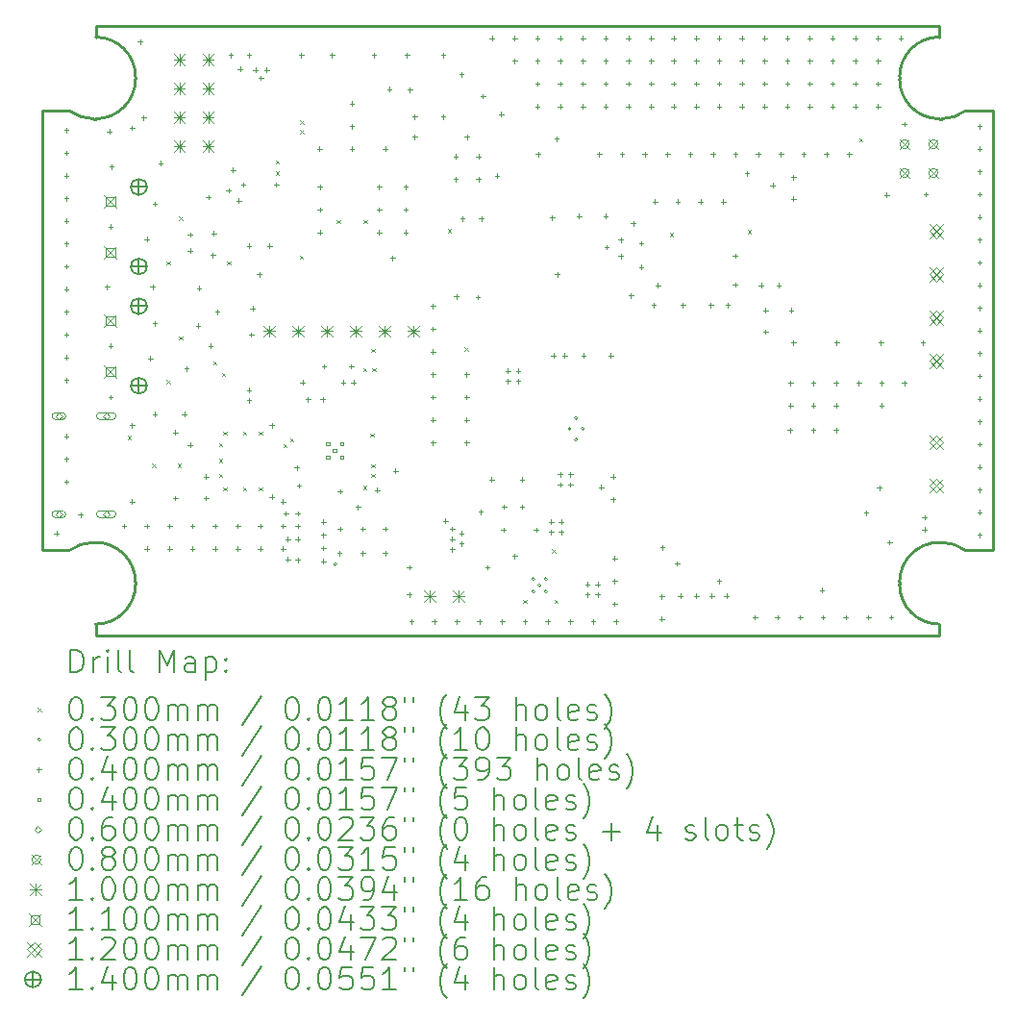
<source format=gbr>
%TF.GenerationSoftware,KiCad,Pcbnew,8.0.2-8.0.2-0~ubuntu23.10.1*%
%TF.CreationDate,2024-05-02T10:41:41+07:00*%
%TF.ProjectId,Node_RS485,4e6f6465-5f52-4533-9438-352e6b696361,rev?*%
%TF.SameCoordinates,Original*%
%TF.FileFunction,Drillmap*%
%TF.FilePolarity,Positive*%
%FSLAX45Y45*%
G04 Gerber Fmt 4.5, Leading zero omitted, Abs format (unit mm)*
G04 Created by KiCad (PCBNEW 8.0.2-8.0.2-0~ubuntu23.10.1) date 2024-05-02 10:41:41*
%MOMM*%
%LPD*%
G01*
G04 APERTURE LIST*
%ADD10C,0.250000*%
%ADD11C,0.200000*%
%ADD12C,0.100000*%
%ADD13C,0.110000*%
%ADD14C,0.120000*%
%ADD15C,0.140000*%
G04 APERTURE END LIST*
D10*
X19010000Y-11740000D02*
X19250000Y-11740000D01*
X11350000Y-7120000D02*
X18780000Y-7120000D01*
X11350000Y-11670000D02*
G75*
G02*
X11700000Y-12020000I0J-350000D01*
G01*
X11350000Y-12490000D02*
X18780000Y-12490000D01*
X11700000Y-7590000D02*
G75*
G02*
X11350000Y-7940000I-350000J0D01*
G01*
X18800000Y-11670000D02*
G75*
G02*
X19010000Y-11740000I0J-350000D01*
G01*
X18430000Y-12020000D02*
X18430000Y-12040000D01*
X11700000Y-12040000D02*
G75*
G02*
X11350000Y-12390000I-350000J0D01*
G01*
X11330000Y-7940000D02*
G75*
G02*
X11120000Y-7870000I0J350000D01*
G01*
X18780000Y-12390000D02*
G75*
G02*
X18430000Y-12040000I0J350000D01*
G01*
X19250000Y-7870000D02*
X19250000Y-11740000D01*
X11700000Y-12020000D02*
X11700000Y-12040000D01*
X18780000Y-11670000D02*
X18800000Y-11670000D01*
X10880000Y-7870000D02*
X10880000Y-11740000D01*
X11120000Y-11740000D02*
X10880000Y-11740000D01*
X11350000Y-11670000D02*
X11330000Y-11670000D01*
X11350000Y-7940000D02*
X11330000Y-7940000D01*
X18430000Y-12020000D02*
G75*
G02*
X18780000Y-11670000I350000J0D01*
G01*
X11120000Y-7870000D02*
X10880000Y-7870000D01*
X18780000Y-7940000D02*
G75*
G02*
X18430000Y-7590000I0J350000D01*
G01*
X18430000Y-7570000D02*
G75*
G02*
X18780000Y-7220000I350000J0D01*
G01*
X18780000Y-12390000D02*
X18780000Y-12490000D01*
X11350000Y-7220000D02*
X11350000Y-7120000D01*
X11350000Y-12390000D02*
X11350000Y-12490000D01*
X11120000Y-11740000D02*
G75*
G02*
X11330000Y-11670000I210000J-280000D01*
G01*
X19250000Y-7870000D02*
X19010000Y-7870000D01*
X18780000Y-7120000D02*
X18780000Y-7220000D01*
X11700000Y-7590000D02*
X11700000Y-7570000D01*
X18800000Y-7940000D02*
X18780000Y-7940000D01*
X11350000Y-7220000D02*
G75*
G02*
X11700000Y-7570000I0J-350000D01*
G01*
X18430000Y-7570000D02*
X18430000Y-7590000D01*
X19010000Y-7870000D02*
G75*
G02*
X18800000Y-7940000I-210000J280000D01*
G01*
D11*
D12*
X11630000Y-10730000D02*
X11660000Y-10760000D01*
X11660000Y-10730000D02*
X11630000Y-10760000D01*
X11845000Y-10975000D02*
X11875000Y-11005000D01*
X11875000Y-10975000D02*
X11845000Y-11005000D01*
X11975000Y-9195000D02*
X12005000Y-9225000D01*
X12005000Y-9195000D02*
X11975000Y-9225000D01*
X11975000Y-10240000D02*
X12005000Y-10270000D01*
X12005000Y-10240000D02*
X11975000Y-10270000D01*
X12070000Y-10975000D02*
X12100000Y-11005000D01*
X12100000Y-10975000D02*
X12070000Y-11005000D01*
X12085000Y-8800000D02*
X12115000Y-8830000D01*
X12115000Y-8800000D02*
X12085000Y-8830000D01*
X12085000Y-9855000D02*
X12115000Y-9885000D01*
X12115000Y-9855000D02*
X12085000Y-9885000D01*
X12385000Y-10075000D02*
X12415000Y-10105000D01*
X12415000Y-10075000D02*
X12385000Y-10105000D01*
X12435000Y-10795000D02*
X12465000Y-10825000D01*
X12465000Y-10795000D02*
X12435000Y-10825000D01*
X12435000Y-10935000D02*
X12465000Y-10965000D01*
X12465000Y-10935000D02*
X12435000Y-10965000D01*
X12435000Y-11065000D02*
X12465000Y-11095000D01*
X12465000Y-11065000D02*
X12435000Y-11095000D01*
X12460000Y-10175000D02*
X12490000Y-10205000D01*
X12490000Y-10175000D02*
X12460000Y-10205000D01*
X12475000Y-10695000D02*
X12505000Y-10725000D01*
X12505000Y-10695000D02*
X12475000Y-10725000D01*
X12475000Y-11185000D02*
X12505000Y-11215000D01*
X12505000Y-11185000D02*
X12475000Y-11215000D01*
X12505000Y-9195000D02*
X12535000Y-9225000D01*
X12535000Y-9195000D02*
X12505000Y-9225000D01*
X12645000Y-10695000D02*
X12675000Y-10725000D01*
X12675000Y-10695000D02*
X12645000Y-10725000D01*
X12645000Y-11185000D02*
X12675000Y-11215000D01*
X12675000Y-11185000D02*
X12645000Y-11215000D01*
X12785000Y-10695000D02*
X12815000Y-10725000D01*
X12815000Y-10695000D02*
X12785000Y-10725000D01*
X12785000Y-11185000D02*
X12815000Y-11215000D01*
X12815000Y-11185000D02*
X12785000Y-11215000D01*
X12935000Y-8305000D02*
X12965000Y-8335000D01*
X12965000Y-8305000D02*
X12935000Y-8335000D01*
X12935000Y-8405000D02*
X12965000Y-8435000D01*
X12965000Y-8405000D02*
X12935000Y-8435000D01*
X13003451Y-10804641D02*
X13033451Y-10834641D01*
X13033451Y-10804641D02*
X13003451Y-10834641D01*
X13063368Y-10751632D02*
X13093368Y-10781632D01*
X13093368Y-10751632D02*
X13063368Y-10781632D01*
X13145000Y-9145000D02*
X13175000Y-9175000D01*
X13175000Y-9145000D02*
X13145000Y-9175000D01*
X13150000Y-7955000D02*
X13180000Y-7985000D01*
X13180000Y-7955000D02*
X13150000Y-7985000D01*
X13150000Y-8040000D02*
X13180000Y-8070000D01*
X13180000Y-8040000D02*
X13150000Y-8070000D01*
X13470000Y-8830000D02*
X13500000Y-8860000D01*
X13500000Y-8830000D02*
X13470000Y-8860000D01*
X13705000Y-10135000D02*
X13735000Y-10165000D01*
X13735000Y-10135000D02*
X13705000Y-10165000D01*
X13705000Y-11170000D02*
X13735000Y-11200000D01*
X13735000Y-11170000D02*
X13705000Y-11200000D01*
X13710000Y-8830000D02*
X13740000Y-8860000D01*
X13740000Y-8830000D02*
X13710000Y-8860000D01*
X13770000Y-10708232D02*
X13800000Y-10738232D01*
X13800000Y-10708232D02*
X13770000Y-10738232D01*
X13775000Y-9965000D02*
X13805000Y-9995000D01*
X13805000Y-9965000D02*
X13775000Y-9995000D01*
X13775000Y-10980732D02*
X13805000Y-11010732D01*
X13805000Y-10980732D02*
X13775000Y-11010732D01*
X13775000Y-11065000D02*
X13805000Y-11095000D01*
X13805000Y-11065000D02*
X13775000Y-11095000D01*
X13785000Y-10135000D02*
X13815000Y-10165000D01*
X13815000Y-10135000D02*
X13785000Y-10165000D01*
X14450000Y-8910000D02*
X14480000Y-8940000D01*
X14480000Y-8910000D02*
X14450000Y-8940000D01*
X14600420Y-9950366D02*
X14630420Y-9980366D01*
X14630420Y-9950366D02*
X14600420Y-9980366D01*
X15113750Y-12173750D02*
X15143750Y-12203750D01*
X15143750Y-12173750D02*
X15113750Y-12203750D01*
X15368750Y-11728750D02*
X15398750Y-11758750D01*
X15398750Y-11728750D02*
X15368750Y-11758750D01*
X15388750Y-12173750D02*
X15418750Y-12203750D01*
X15418750Y-12173750D02*
X15388750Y-12203750D01*
X16405000Y-8945000D02*
X16435000Y-8975000D01*
X16435000Y-8945000D02*
X16405000Y-8975000D01*
X17090000Y-8920000D02*
X17120000Y-8950000D01*
X17120000Y-8920000D02*
X17090000Y-8950000D01*
X18075000Y-8110000D02*
X18105000Y-8140000D01*
X18105000Y-8110000D02*
X18075000Y-8140000D01*
X13475000Y-11860000D02*
G75*
G02*
X13445000Y-11860000I-15000J0D01*
G01*
X13445000Y-11860000D02*
G75*
G02*
X13475000Y-11860000I15000J0D01*
G01*
X15220000Y-11993750D02*
G75*
G02*
X15190000Y-11993750I-15000J0D01*
G01*
X15190000Y-11993750D02*
G75*
G02*
X15220000Y-11993750I15000J0D01*
G01*
X15220000Y-12103750D02*
G75*
G02*
X15190000Y-12103750I-15000J0D01*
G01*
X15190000Y-12103750D02*
G75*
G02*
X15220000Y-12103750I15000J0D01*
G01*
X15275000Y-12048750D02*
G75*
G02*
X15245000Y-12048750I-15000J0D01*
G01*
X15245000Y-12048750D02*
G75*
G02*
X15275000Y-12048750I15000J0D01*
G01*
X15330000Y-11993750D02*
G75*
G02*
X15300000Y-11993750I-15000J0D01*
G01*
X15300000Y-11993750D02*
G75*
G02*
X15330000Y-11993750I15000J0D01*
G01*
X15330000Y-12103750D02*
G75*
G02*
X15300000Y-12103750I-15000J0D01*
G01*
X15300000Y-12103750D02*
G75*
G02*
X15330000Y-12103750I15000J0D01*
G01*
X15540000Y-10670000D02*
G75*
G02*
X15510000Y-10670000I-15000J0D01*
G01*
X15510000Y-10670000D02*
G75*
G02*
X15540000Y-10670000I15000J0D01*
G01*
X15597500Y-10575000D02*
G75*
G02*
X15567500Y-10575000I-15000J0D01*
G01*
X15567500Y-10575000D02*
G75*
G02*
X15597500Y-10575000I15000J0D01*
G01*
X15597500Y-10765000D02*
G75*
G02*
X15567500Y-10765000I-15000J0D01*
G01*
X15567500Y-10765000D02*
G75*
G02*
X15597500Y-10765000I15000J0D01*
G01*
X15655000Y-10670000D02*
G75*
G02*
X15625000Y-10670000I-15000J0D01*
G01*
X15625000Y-10670000D02*
G75*
G02*
X15655000Y-10670000I15000J0D01*
G01*
X11005000Y-11570000D02*
X11005000Y-11610000D01*
X10985000Y-11590000D02*
X11025000Y-11590000D01*
X11090000Y-8020000D02*
X11090000Y-8060000D01*
X11070000Y-8040000D02*
X11110000Y-8040000D01*
X11090000Y-8220000D02*
X11090000Y-8260000D01*
X11070000Y-8240000D02*
X11110000Y-8240000D01*
X11090000Y-8420000D02*
X11090000Y-8460000D01*
X11070000Y-8440000D02*
X11110000Y-8440000D01*
X11090000Y-8620000D02*
X11090000Y-8660000D01*
X11070000Y-8640000D02*
X11110000Y-8640000D01*
X11090000Y-8820000D02*
X11090000Y-8860000D01*
X11070000Y-8840000D02*
X11110000Y-8840000D01*
X11090000Y-9020000D02*
X11090000Y-9060000D01*
X11070000Y-9040000D02*
X11110000Y-9040000D01*
X11090000Y-9220000D02*
X11090000Y-9260000D01*
X11070000Y-9240000D02*
X11110000Y-9240000D01*
X11090000Y-9420000D02*
X11090000Y-9460000D01*
X11070000Y-9440000D02*
X11110000Y-9440000D01*
X11090000Y-9620000D02*
X11090000Y-9660000D01*
X11070000Y-9640000D02*
X11110000Y-9640000D01*
X11090000Y-9820000D02*
X11090000Y-9860000D01*
X11070000Y-9840000D02*
X11110000Y-9840000D01*
X11090000Y-10020000D02*
X11090000Y-10060000D01*
X11070000Y-10040000D02*
X11110000Y-10040000D01*
X11090000Y-10220000D02*
X11090000Y-10260000D01*
X11070000Y-10240000D02*
X11110000Y-10240000D01*
X11090000Y-10715000D02*
X11090000Y-10755000D01*
X11070000Y-10735000D02*
X11110000Y-10735000D01*
X11090000Y-10915000D02*
X11090000Y-10955000D01*
X11070000Y-10935000D02*
X11110000Y-10935000D01*
X11090000Y-11115000D02*
X11090000Y-11155000D01*
X11070000Y-11135000D02*
X11110000Y-11135000D01*
X11215000Y-11405000D02*
X11215000Y-11445000D01*
X11195000Y-11425000D02*
X11235000Y-11425000D01*
X11450000Y-9400000D02*
X11450000Y-9440000D01*
X11430000Y-9420000D02*
X11470000Y-9420000D01*
X11470000Y-8030000D02*
X11470000Y-8070000D01*
X11450000Y-8050000D02*
X11490000Y-8050000D01*
X11480000Y-8870000D02*
X11480000Y-8910000D01*
X11460000Y-8890000D02*
X11500000Y-8890000D01*
X11480000Y-9920000D02*
X11480000Y-9960000D01*
X11460000Y-9940000D02*
X11500000Y-9940000D01*
X11480000Y-10370000D02*
X11480000Y-10410000D01*
X11460000Y-10390000D02*
X11500000Y-10390000D01*
X11490000Y-8340000D02*
X11490000Y-8380000D01*
X11470000Y-8360000D02*
X11510000Y-8360000D01*
X11600000Y-11505000D02*
X11600000Y-11545000D01*
X11580000Y-11525000D02*
X11620000Y-11525000D01*
X11670000Y-8000000D02*
X11670000Y-8040000D01*
X11650000Y-8020000D02*
X11690000Y-8020000D01*
X11670000Y-10620000D02*
X11670000Y-10660000D01*
X11650000Y-10640000D02*
X11690000Y-10640000D01*
X11670000Y-11290000D02*
X11670000Y-11330000D01*
X11650000Y-11310000D02*
X11690000Y-11310000D01*
X11740000Y-7240000D02*
X11740000Y-7280000D01*
X11720000Y-7260000D02*
X11760000Y-7260000D01*
X11770000Y-7910000D02*
X11770000Y-7950000D01*
X11750000Y-7930000D02*
X11790000Y-7930000D01*
X11800000Y-8980000D02*
X11800000Y-9020000D01*
X11780000Y-9000000D02*
X11820000Y-9000000D01*
X11800000Y-11505000D02*
X11800000Y-11545000D01*
X11780000Y-11525000D02*
X11820000Y-11525000D01*
X11800000Y-11705000D02*
X11800000Y-11745000D01*
X11780000Y-11725000D02*
X11820000Y-11725000D01*
X11830000Y-10030000D02*
X11830000Y-10070000D01*
X11810000Y-10050000D02*
X11850000Y-10050000D01*
X11850000Y-9400000D02*
X11850000Y-9440000D01*
X11830000Y-9420000D02*
X11870000Y-9420000D01*
X11870000Y-8670000D02*
X11870000Y-8710000D01*
X11850000Y-8690000D02*
X11890000Y-8690000D01*
X11870000Y-9720000D02*
X11870000Y-9760000D01*
X11850000Y-9740000D02*
X11890000Y-9740000D01*
X11870000Y-10520000D02*
X11870000Y-10560000D01*
X11850000Y-10540000D02*
X11890000Y-10540000D01*
X11920000Y-8310000D02*
X11920000Y-8350000D01*
X11900000Y-8330000D02*
X11940000Y-8330000D01*
X12000000Y-11505000D02*
X12000000Y-11545000D01*
X11980000Y-11525000D02*
X12020000Y-11525000D01*
X12000000Y-11705000D02*
X12000000Y-11745000D01*
X11980000Y-11725000D02*
X12020000Y-11725000D01*
X12050000Y-10680000D02*
X12050000Y-10720000D01*
X12030000Y-10700000D02*
X12070000Y-10700000D01*
X12050000Y-11260000D02*
X12050000Y-11300000D01*
X12030000Y-11280000D02*
X12070000Y-11280000D01*
X12130000Y-10520000D02*
X12130000Y-10560000D01*
X12110000Y-10540000D02*
X12150000Y-10540000D01*
X12150000Y-10120000D02*
X12150000Y-10160000D01*
X12130000Y-10140000D02*
X12170000Y-10140000D01*
X12180000Y-8940000D02*
X12180000Y-8980000D01*
X12160000Y-8960000D02*
X12200000Y-8960000D01*
X12180000Y-9080000D02*
X12180000Y-9120000D01*
X12160000Y-9100000D02*
X12200000Y-9100000D01*
X12180000Y-10790000D02*
X12180000Y-10830000D01*
X12160000Y-10810000D02*
X12200000Y-10810000D01*
X12200000Y-11505000D02*
X12200000Y-11545000D01*
X12180000Y-11525000D02*
X12220000Y-11525000D01*
X12200000Y-11705000D02*
X12200000Y-11745000D01*
X12180000Y-11725000D02*
X12220000Y-11725000D01*
X12250000Y-9740000D02*
X12250000Y-9780000D01*
X12230000Y-9760000D02*
X12270000Y-9760000D01*
X12260000Y-9410000D02*
X12260000Y-9450000D01*
X12240000Y-9430000D02*
X12280000Y-9430000D01*
X12320000Y-11070000D02*
X12320000Y-11110000D01*
X12300000Y-11090000D02*
X12340000Y-11090000D01*
X12320000Y-11260000D02*
X12320000Y-11300000D01*
X12300000Y-11280000D02*
X12340000Y-11280000D01*
X12340000Y-8610000D02*
X12340000Y-8650000D01*
X12320000Y-8630000D02*
X12360000Y-8630000D01*
X12360000Y-9920000D02*
X12360000Y-9960000D01*
X12340000Y-9940000D02*
X12380000Y-9940000D01*
X12380000Y-9120000D02*
X12380000Y-9160000D01*
X12360000Y-9140000D02*
X12400000Y-9140000D01*
X12390000Y-8930000D02*
X12390000Y-8970000D01*
X12370000Y-8950000D02*
X12410000Y-8950000D01*
X12400000Y-11505000D02*
X12400000Y-11545000D01*
X12380000Y-11525000D02*
X12420000Y-11525000D01*
X12400000Y-11705000D02*
X12400000Y-11745000D01*
X12380000Y-11725000D02*
X12420000Y-11725000D01*
X12420000Y-9620000D02*
X12420000Y-9660000D01*
X12400000Y-9640000D02*
X12440000Y-9640000D01*
X12520000Y-8550000D02*
X12520000Y-8590000D01*
X12500000Y-8570000D02*
X12540000Y-8570000D01*
X12540000Y-7360000D02*
X12540000Y-7400000D01*
X12520000Y-7380000D02*
X12560000Y-7380000D01*
X12560000Y-8370000D02*
X12560000Y-8410000D01*
X12540000Y-8390000D02*
X12580000Y-8390000D01*
X12600000Y-11505000D02*
X12600000Y-11545000D01*
X12580000Y-11525000D02*
X12620000Y-11525000D01*
X12600000Y-11705000D02*
X12600000Y-11745000D01*
X12580000Y-11725000D02*
X12620000Y-11725000D01*
X12610000Y-8640000D02*
X12610000Y-8680000D01*
X12590000Y-8660000D02*
X12630000Y-8660000D01*
X12620000Y-7480000D02*
X12620000Y-7520000D01*
X12600000Y-7500000D02*
X12640000Y-7500000D01*
X12650000Y-8500000D02*
X12650000Y-8540000D01*
X12630000Y-8520000D02*
X12670000Y-8520000D01*
X12700000Y-7360000D02*
X12700000Y-7400000D01*
X12680000Y-7380000D02*
X12720000Y-7380000D01*
X12700000Y-9040000D02*
X12700000Y-9080000D01*
X12680000Y-9060000D02*
X12720000Y-9060000D01*
X12700000Y-10310000D02*
X12700000Y-10350000D01*
X12680000Y-10330000D02*
X12720000Y-10330000D01*
X12700000Y-10400000D02*
X12700000Y-10440000D01*
X12680000Y-10420000D02*
X12720000Y-10420000D01*
X12720000Y-9820000D02*
X12720000Y-9860000D01*
X12700000Y-9840000D02*
X12740000Y-9840000D01*
X12730000Y-9590000D02*
X12730000Y-9630000D01*
X12710000Y-9610000D02*
X12750000Y-9610000D01*
X12755000Y-7490000D02*
X12755000Y-7530000D01*
X12735000Y-7510000D02*
X12775000Y-7510000D01*
X12790000Y-9290000D02*
X12790000Y-9330000D01*
X12770000Y-9310000D02*
X12810000Y-9310000D01*
X12800000Y-11505000D02*
X12800000Y-11545000D01*
X12780000Y-11525000D02*
X12820000Y-11525000D01*
X12800000Y-11705000D02*
X12800000Y-11745000D01*
X12780000Y-11725000D02*
X12820000Y-11725000D01*
X12805000Y-7560000D02*
X12805000Y-7600000D01*
X12785000Y-7580000D02*
X12825000Y-7580000D01*
X12855000Y-7490000D02*
X12855000Y-7530000D01*
X12835000Y-7510000D02*
X12875000Y-7510000D01*
X12880000Y-9040000D02*
X12880000Y-9080000D01*
X12860000Y-9060000D02*
X12900000Y-9060000D01*
X12900000Y-10620000D02*
X12900000Y-10660000D01*
X12880000Y-10640000D02*
X12920000Y-10640000D01*
X12900000Y-11250000D02*
X12900000Y-11290000D01*
X12880000Y-11270000D02*
X12920000Y-11270000D01*
X12940000Y-8500000D02*
X12940000Y-8540000D01*
X12920000Y-8520000D02*
X12960000Y-8520000D01*
X13000000Y-11290000D02*
X13000000Y-11330000D01*
X12980000Y-11310000D02*
X13020000Y-11310000D01*
X13000000Y-11505000D02*
X13000000Y-11545000D01*
X12980000Y-11525000D02*
X13020000Y-11525000D01*
X13000000Y-11705000D02*
X13000000Y-11745000D01*
X12980000Y-11725000D02*
X13020000Y-11725000D01*
X13025000Y-11395000D02*
X13025000Y-11435000D01*
X13005000Y-11415000D02*
X13045000Y-11415000D01*
X13040000Y-11620000D02*
X13040000Y-11660000D01*
X13020000Y-11640000D02*
X13060000Y-11640000D01*
X13040000Y-11800000D02*
X13040000Y-11840000D01*
X13020000Y-11820000D02*
X13060000Y-11820000D01*
X13120000Y-10990000D02*
X13120000Y-11030000D01*
X13100000Y-11010000D02*
X13140000Y-11010000D01*
X13130000Y-11395000D02*
X13130000Y-11435000D01*
X13110000Y-11415000D02*
X13150000Y-11415000D01*
X13130000Y-11505000D02*
X13130000Y-11545000D01*
X13110000Y-11525000D02*
X13150000Y-11525000D01*
X13130000Y-11620000D02*
X13130000Y-11660000D01*
X13110000Y-11640000D02*
X13150000Y-11640000D01*
X13130000Y-11805000D02*
X13130000Y-11845000D01*
X13110000Y-11825000D02*
X13150000Y-11825000D01*
X13140000Y-11150000D02*
X13140000Y-11190000D01*
X13120000Y-11170000D02*
X13160000Y-11170000D01*
X13160000Y-7360000D02*
X13160000Y-7400000D01*
X13140000Y-7380000D02*
X13180000Y-7380000D01*
X13170000Y-10240000D02*
X13170000Y-10280000D01*
X13150000Y-10260000D02*
X13190000Y-10260000D01*
X13220000Y-10390000D02*
X13220000Y-10430000D01*
X13200000Y-10410000D02*
X13240000Y-10410000D01*
X13320000Y-8185000D02*
X13320000Y-8225000D01*
X13300000Y-8205000D02*
X13340000Y-8205000D01*
X13325000Y-8520000D02*
X13325000Y-8560000D01*
X13305000Y-8540000D02*
X13345000Y-8540000D01*
X13325000Y-8720000D02*
X13325000Y-8760000D01*
X13305000Y-8740000D02*
X13345000Y-8740000D01*
X13325000Y-8920000D02*
X13325000Y-8960000D01*
X13305000Y-8940000D02*
X13345000Y-8940000D01*
X13350000Y-10390000D02*
X13350000Y-10430000D01*
X13330000Y-10410000D02*
X13370000Y-10410000D01*
X13355000Y-11470000D02*
X13355000Y-11510000D01*
X13335000Y-11490000D02*
X13375000Y-11490000D01*
X13355000Y-11585000D02*
X13355000Y-11625000D01*
X13335000Y-11605000D02*
X13375000Y-11605000D01*
X13355000Y-11700000D02*
X13355000Y-11740000D01*
X13335000Y-11720000D02*
X13375000Y-11720000D01*
X13355000Y-11815000D02*
X13355000Y-11855000D01*
X13335000Y-11835000D02*
X13375000Y-11835000D01*
X13360000Y-10100000D02*
X13360000Y-10140000D01*
X13340000Y-10120000D02*
X13380000Y-10120000D01*
X13430000Y-7360000D02*
X13430000Y-7400000D01*
X13410000Y-7380000D02*
X13450000Y-7380000D01*
X13495000Y-11745000D02*
X13495000Y-11785000D01*
X13475000Y-11765000D02*
X13515000Y-11765000D01*
X13500000Y-11200000D02*
X13500000Y-11240000D01*
X13480000Y-11220000D02*
X13520000Y-11220000D01*
X13500000Y-11530000D02*
X13500000Y-11570000D01*
X13480000Y-11550000D02*
X13520000Y-11550000D01*
X13530000Y-10240000D02*
X13530000Y-10280000D01*
X13510000Y-10260000D02*
X13550000Y-10260000D01*
X13600000Y-10100000D02*
X13600000Y-10140000D01*
X13580000Y-10120000D02*
X13620000Y-10120000D01*
X13605000Y-7785000D02*
X13605000Y-7825000D01*
X13585000Y-7805000D02*
X13625000Y-7805000D01*
X13605000Y-7985000D02*
X13605000Y-8025000D01*
X13585000Y-8005000D02*
X13625000Y-8005000D01*
X13605000Y-8185000D02*
X13605000Y-8225000D01*
X13585000Y-8205000D02*
X13625000Y-8205000D01*
X13620000Y-10240000D02*
X13620000Y-10280000D01*
X13600000Y-10260000D02*
X13640000Y-10260000D01*
X13660000Y-11340000D02*
X13660000Y-11380000D01*
X13640000Y-11360000D02*
X13680000Y-11360000D01*
X13700000Y-11530000D02*
X13700000Y-11570000D01*
X13680000Y-11550000D02*
X13720000Y-11550000D01*
X13700000Y-11745000D02*
X13700000Y-11785000D01*
X13680000Y-11765000D02*
X13720000Y-11765000D01*
X13800000Y-7360000D02*
X13800000Y-7400000D01*
X13780000Y-7380000D02*
X13820000Y-7380000D01*
X13830000Y-11190000D02*
X13830000Y-11230000D01*
X13810000Y-11210000D02*
X13850000Y-11210000D01*
X13845000Y-8520000D02*
X13845000Y-8560000D01*
X13825000Y-8540000D02*
X13865000Y-8540000D01*
X13845000Y-8720000D02*
X13845000Y-8760000D01*
X13825000Y-8740000D02*
X13865000Y-8740000D01*
X13845000Y-8920000D02*
X13845000Y-8960000D01*
X13825000Y-8940000D02*
X13865000Y-8940000D01*
X13900000Y-8185000D02*
X13900000Y-8225000D01*
X13880000Y-8205000D02*
X13920000Y-8205000D01*
X13900000Y-11530000D02*
X13900000Y-11570000D01*
X13880000Y-11550000D02*
X13920000Y-11550000D01*
X13900000Y-11745000D02*
X13900000Y-11785000D01*
X13880000Y-11765000D02*
X13920000Y-11765000D01*
X13935000Y-7660000D02*
X13935000Y-7700000D01*
X13915000Y-7680000D02*
X13955000Y-7680000D01*
X13965000Y-9145000D02*
X13965000Y-9185000D01*
X13945000Y-9165000D02*
X13985000Y-9165000D01*
X13990000Y-11020000D02*
X13990000Y-11060000D01*
X13970000Y-11040000D02*
X14010000Y-11040000D01*
X14080000Y-8520000D02*
X14080000Y-8560000D01*
X14060000Y-8540000D02*
X14100000Y-8540000D01*
X14080000Y-8720000D02*
X14080000Y-8760000D01*
X14060000Y-8740000D02*
X14100000Y-8740000D01*
X14080000Y-8920000D02*
X14080000Y-8960000D01*
X14060000Y-8940000D02*
X14100000Y-8940000D01*
X14090000Y-7360000D02*
X14090000Y-7400000D01*
X14070000Y-7380000D02*
X14110000Y-7380000D01*
X14110000Y-11870000D02*
X14110000Y-11910000D01*
X14090000Y-11890000D02*
X14130000Y-11890000D01*
X14110000Y-12110000D02*
X14110000Y-12150000D01*
X14090000Y-12130000D02*
X14130000Y-12130000D01*
X14115000Y-7665000D02*
X14115000Y-7705000D01*
X14095000Y-7685000D02*
X14135000Y-7685000D01*
X14130000Y-12345000D02*
X14130000Y-12385000D01*
X14110000Y-12365000D02*
X14150000Y-12365000D01*
X14160000Y-7900000D02*
X14160000Y-7940000D01*
X14140000Y-7920000D02*
X14180000Y-7920000D01*
X14160000Y-8080000D02*
X14160000Y-8120000D01*
X14140000Y-8100000D02*
X14180000Y-8100000D01*
X14320000Y-9570000D02*
X14320000Y-9610000D01*
X14300000Y-9590000D02*
X14340000Y-9590000D01*
X14320000Y-9770000D02*
X14320000Y-9810000D01*
X14300000Y-9790000D02*
X14340000Y-9790000D01*
X14320000Y-9970000D02*
X14320000Y-10010000D01*
X14300000Y-9990000D02*
X14340000Y-9990000D01*
X14320000Y-10170000D02*
X14320000Y-10210000D01*
X14300000Y-10190000D02*
X14340000Y-10190000D01*
X14320000Y-10370000D02*
X14320000Y-10410000D01*
X14300000Y-10390000D02*
X14340000Y-10390000D01*
X14320000Y-10570000D02*
X14320000Y-10610000D01*
X14300000Y-10590000D02*
X14340000Y-10590000D01*
X14320000Y-10770000D02*
X14320000Y-10810000D01*
X14300000Y-10790000D02*
X14340000Y-10790000D01*
X14330000Y-12345000D02*
X14330000Y-12385000D01*
X14310000Y-12365000D02*
X14350000Y-12365000D01*
X14410000Y-7360000D02*
X14410000Y-7400000D01*
X14390000Y-7380000D02*
X14430000Y-7380000D01*
X14410000Y-7900000D02*
X14410000Y-7940000D01*
X14390000Y-7920000D02*
X14430000Y-7920000D01*
X14430000Y-11460000D02*
X14430000Y-11500000D01*
X14410000Y-11480000D02*
X14450000Y-11480000D01*
X14490000Y-11530000D02*
X14490000Y-11570000D01*
X14470000Y-11550000D02*
X14510000Y-11550000D01*
X14490000Y-11620000D02*
X14490000Y-11660000D01*
X14470000Y-11640000D02*
X14510000Y-11640000D01*
X14490000Y-11710000D02*
X14490000Y-11750000D01*
X14470000Y-11730000D02*
X14510000Y-11730000D01*
X14520000Y-8250000D02*
X14520000Y-8290000D01*
X14500000Y-8270000D02*
X14540000Y-8270000D01*
X14520000Y-8450000D02*
X14520000Y-8490000D01*
X14500000Y-8470000D02*
X14540000Y-8470000D01*
X14525000Y-9485000D02*
X14525000Y-9525000D01*
X14505000Y-9505000D02*
X14545000Y-9505000D01*
X14530000Y-12345000D02*
X14530000Y-12385000D01*
X14510000Y-12365000D02*
X14550000Y-12365000D01*
X14570000Y-7530000D02*
X14570000Y-7570000D01*
X14550000Y-7550000D02*
X14590000Y-7550000D01*
X14570000Y-11570000D02*
X14570000Y-11610000D01*
X14550000Y-11590000D02*
X14590000Y-11590000D01*
X14570000Y-11660000D02*
X14570000Y-11700000D01*
X14550000Y-11680000D02*
X14590000Y-11680000D01*
X14580000Y-8800000D02*
X14580000Y-8840000D01*
X14560000Y-8820000D02*
X14600000Y-8820000D01*
X14615000Y-10170000D02*
X14615000Y-10210000D01*
X14595000Y-10190000D02*
X14635000Y-10190000D01*
X14615000Y-10370000D02*
X14615000Y-10410000D01*
X14595000Y-10390000D02*
X14635000Y-10390000D01*
X14615000Y-10570000D02*
X14615000Y-10610000D01*
X14595000Y-10590000D02*
X14635000Y-10590000D01*
X14615000Y-10770000D02*
X14615000Y-10810000D01*
X14595000Y-10790000D02*
X14635000Y-10790000D01*
X14620000Y-8080000D02*
X14620000Y-8120000D01*
X14600000Y-8100000D02*
X14640000Y-8100000D01*
X14715000Y-9490000D02*
X14715000Y-9530000D01*
X14695000Y-9510000D02*
X14735000Y-9510000D01*
X14720000Y-8250000D02*
X14720000Y-8290000D01*
X14700000Y-8270000D02*
X14740000Y-8270000D01*
X14720000Y-8450000D02*
X14720000Y-8490000D01*
X14700000Y-8470000D02*
X14740000Y-8470000D01*
X14730000Y-12345000D02*
X14730000Y-12385000D01*
X14710000Y-12365000D02*
X14750000Y-12365000D01*
X14740000Y-11380000D02*
X14740000Y-11420000D01*
X14720000Y-11400000D02*
X14760000Y-11400000D01*
X14745000Y-8800000D02*
X14745000Y-8840000D01*
X14725000Y-8820000D02*
X14765000Y-8820000D01*
X14760000Y-7720000D02*
X14760000Y-7760000D01*
X14740000Y-7740000D02*
X14780000Y-7740000D01*
X14800000Y-11870000D02*
X14800000Y-11910000D01*
X14780000Y-11890000D02*
X14820000Y-11890000D01*
X14835000Y-11095000D02*
X14835000Y-11135000D01*
X14815000Y-11115000D02*
X14855000Y-11115000D01*
X14840000Y-7210000D02*
X14840000Y-7250000D01*
X14820000Y-7230000D02*
X14860000Y-7230000D01*
X14885000Y-8420000D02*
X14885000Y-8460000D01*
X14865000Y-8440000D02*
X14905000Y-8440000D01*
X14920000Y-7880000D02*
X14920000Y-7920000D01*
X14900000Y-7900000D02*
X14940000Y-7900000D01*
X14930000Y-12345000D02*
X14930000Y-12385000D01*
X14910000Y-12365000D02*
X14950000Y-12365000D01*
X14940000Y-11540000D02*
X14940000Y-11580000D01*
X14920000Y-11560000D02*
X14960000Y-11560000D01*
X14945000Y-11335000D02*
X14945000Y-11375000D01*
X14925000Y-11355000D02*
X14965000Y-11355000D01*
X14980000Y-10140000D02*
X14980000Y-10180000D01*
X14960000Y-10160000D02*
X15000000Y-10160000D01*
X14980000Y-10230000D02*
X14980000Y-10270000D01*
X14960000Y-10250000D02*
X15000000Y-10250000D01*
X15040000Y-7210000D02*
X15040000Y-7250000D01*
X15020000Y-7230000D02*
X15060000Y-7230000D01*
X15040000Y-7410000D02*
X15040000Y-7450000D01*
X15020000Y-7430000D02*
X15060000Y-7430000D01*
X15040000Y-11770000D02*
X15040000Y-11810000D01*
X15020000Y-11790000D02*
X15060000Y-11790000D01*
X15070000Y-10140000D02*
X15070000Y-10180000D01*
X15050000Y-10160000D02*
X15090000Y-10160000D01*
X15070000Y-10230000D02*
X15070000Y-10270000D01*
X15050000Y-10250000D02*
X15090000Y-10250000D01*
X15105000Y-11095000D02*
X15105000Y-11135000D01*
X15085000Y-11115000D02*
X15125000Y-11115000D01*
X15105000Y-11335000D02*
X15105000Y-11375000D01*
X15085000Y-11355000D02*
X15125000Y-11355000D01*
X15130000Y-12345000D02*
X15130000Y-12385000D01*
X15110000Y-12365000D02*
X15150000Y-12365000D01*
X15230000Y-11540000D02*
X15230000Y-11580000D01*
X15210000Y-11560000D02*
X15250000Y-11560000D01*
X15240000Y-7210000D02*
X15240000Y-7250000D01*
X15220000Y-7230000D02*
X15260000Y-7230000D01*
X15240000Y-7410000D02*
X15240000Y-7450000D01*
X15220000Y-7430000D02*
X15260000Y-7430000D01*
X15240000Y-7610000D02*
X15240000Y-7650000D01*
X15220000Y-7630000D02*
X15260000Y-7630000D01*
X15240000Y-7810000D02*
X15240000Y-7850000D01*
X15220000Y-7830000D02*
X15260000Y-7830000D01*
X15245000Y-8230000D02*
X15245000Y-8270000D01*
X15225000Y-8250000D02*
X15265000Y-8250000D01*
X15330000Y-12345000D02*
X15330000Y-12385000D01*
X15310000Y-12365000D02*
X15350000Y-12365000D01*
X15360000Y-11470000D02*
X15360000Y-11510000D01*
X15340000Y-11490000D02*
X15380000Y-11490000D01*
X15360000Y-11560000D02*
X15360000Y-11600000D01*
X15340000Y-11580000D02*
X15380000Y-11580000D01*
X15370000Y-8790000D02*
X15370000Y-8830000D01*
X15350000Y-8810000D02*
X15390000Y-8810000D01*
X15380000Y-10005000D02*
X15380000Y-10045000D01*
X15360000Y-10025000D02*
X15400000Y-10025000D01*
X15410000Y-8095000D02*
X15410000Y-8135000D01*
X15390000Y-8115000D02*
X15430000Y-8115000D01*
X15415000Y-9290000D02*
X15415000Y-9330000D01*
X15395000Y-9310000D02*
X15435000Y-9310000D01*
X15440000Y-7210000D02*
X15440000Y-7250000D01*
X15420000Y-7230000D02*
X15460000Y-7230000D01*
X15440000Y-7410000D02*
X15440000Y-7450000D01*
X15420000Y-7430000D02*
X15460000Y-7430000D01*
X15440000Y-7610000D02*
X15440000Y-7650000D01*
X15420000Y-7630000D02*
X15460000Y-7630000D01*
X15440000Y-7810000D02*
X15440000Y-7850000D01*
X15420000Y-7830000D02*
X15460000Y-7830000D01*
X15440000Y-11050000D02*
X15440000Y-11090000D01*
X15420000Y-11070000D02*
X15460000Y-11070000D01*
X15440000Y-11140000D02*
X15440000Y-11180000D01*
X15420000Y-11160000D02*
X15460000Y-11160000D01*
X15450000Y-11470000D02*
X15450000Y-11510000D01*
X15430000Y-11490000D02*
X15470000Y-11490000D01*
X15450000Y-11560000D02*
X15450000Y-11600000D01*
X15430000Y-11580000D02*
X15470000Y-11580000D01*
X15480000Y-10005000D02*
X15480000Y-10045000D01*
X15460000Y-10025000D02*
X15500000Y-10025000D01*
X15530000Y-11050000D02*
X15530000Y-11090000D01*
X15510000Y-11070000D02*
X15550000Y-11070000D01*
X15530000Y-11140000D02*
X15530000Y-11180000D01*
X15510000Y-11160000D02*
X15550000Y-11160000D01*
X15530000Y-12345000D02*
X15530000Y-12385000D01*
X15510000Y-12365000D02*
X15550000Y-12365000D01*
X15605000Y-8775000D02*
X15605000Y-8815000D01*
X15585000Y-8795000D02*
X15625000Y-8795000D01*
X15640000Y-7210000D02*
X15640000Y-7250000D01*
X15620000Y-7230000D02*
X15660000Y-7230000D01*
X15640000Y-7410000D02*
X15640000Y-7450000D01*
X15620000Y-7430000D02*
X15660000Y-7430000D01*
X15640000Y-7610000D02*
X15640000Y-7650000D01*
X15620000Y-7630000D02*
X15660000Y-7630000D01*
X15640000Y-7810000D02*
X15640000Y-7850000D01*
X15620000Y-7830000D02*
X15660000Y-7830000D01*
X15645000Y-10005000D02*
X15645000Y-10045000D01*
X15625000Y-10025000D02*
X15665000Y-10025000D01*
X15680000Y-12020000D02*
X15680000Y-12060000D01*
X15660000Y-12040000D02*
X15700000Y-12040000D01*
X15680000Y-12110000D02*
X15680000Y-12150000D01*
X15660000Y-12130000D02*
X15700000Y-12130000D01*
X15730000Y-12345000D02*
X15730000Y-12385000D01*
X15710000Y-12365000D02*
X15750000Y-12365000D01*
X15770000Y-12020000D02*
X15770000Y-12060000D01*
X15750000Y-12040000D02*
X15790000Y-12040000D01*
X15770000Y-12110000D02*
X15770000Y-12150000D01*
X15750000Y-12130000D02*
X15790000Y-12130000D01*
X15785000Y-8230000D02*
X15785000Y-8270000D01*
X15765000Y-8250000D02*
X15805000Y-8250000D01*
X15800000Y-11165000D02*
X15800000Y-11205000D01*
X15780000Y-11185000D02*
X15820000Y-11185000D01*
X15840000Y-7210000D02*
X15840000Y-7250000D01*
X15820000Y-7230000D02*
X15860000Y-7230000D01*
X15840000Y-7410000D02*
X15840000Y-7450000D01*
X15820000Y-7430000D02*
X15860000Y-7430000D01*
X15840000Y-7610000D02*
X15840000Y-7650000D01*
X15820000Y-7630000D02*
X15860000Y-7630000D01*
X15840000Y-7810000D02*
X15840000Y-7850000D01*
X15820000Y-7830000D02*
X15860000Y-7830000D01*
X15840000Y-8775000D02*
X15840000Y-8815000D01*
X15820000Y-8795000D02*
X15860000Y-8795000D01*
X15850000Y-9050000D02*
X15850000Y-9090000D01*
X15830000Y-9070000D02*
X15870000Y-9070000D01*
X15885000Y-10005000D02*
X15885000Y-10045000D01*
X15865000Y-10025000D02*
X15905000Y-10025000D01*
X15905000Y-11070000D02*
X15905000Y-11110000D01*
X15885000Y-11090000D02*
X15925000Y-11090000D01*
X15905000Y-11270000D02*
X15905000Y-11310000D01*
X15885000Y-11290000D02*
X15925000Y-11290000D01*
X15920000Y-11790000D02*
X15920000Y-11830000D01*
X15900000Y-11810000D02*
X15940000Y-11810000D01*
X15920000Y-11990000D02*
X15920000Y-12030000D01*
X15900000Y-12010000D02*
X15940000Y-12010000D01*
X15920000Y-12190000D02*
X15920000Y-12230000D01*
X15900000Y-12210000D02*
X15940000Y-12210000D01*
X15930000Y-12345000D02*
X15930000Y-12385000D01*
X15910000Y-12365000D02*
X15950000Y-12365000D01*
X15975000Y-8985000D02*
X15975000Y-9025000D01*
X15955000Y-9005000D02*
X15995000Y-9005000D01*
X15975000Y-9130000D02*
X15975000Y-9170000D01*
X15955000Y-9150000D02*
X15995000Y-9150000D01*
X15985000Y-8230000D02*
X15985000Y-8270000D01*
X15965000Y-8250000D02*
X16005000Y-8250000D01*
X16040000Y-7210000D02*
X16040000Y-7250000D01*
X16020000Y-7230000D02*
X16060000Y-7230000D01*
X16040000Y-7410000D02*
X16040000Y-7450000D01*
X16020000Y-7430000D02*
X16060000Y-7430000D01*
X16040000Y-7610000D02*
X16040000Y-7650000D01*
X16020000Y-7630000D02*
X16060000Y-7630000D01*
X16040000Y-7810000D02*
X16040000Y-7850000D01*
X16020000Y-7830000D02*
X16060000Y-7830000D01*
X16065000Y-9475000D02*
X16065000Y-9515000D01*
X16045000Y-9495000D02*
X16085000Y-9495000D01*
X16085000Y-8840000D02*
X16085000Y-8880000D01*
X16065000Y-8860000D02*
X16105000Y-8860000D01*
X16155000Y-9015000D02*
X16155000Y-9055000D01*
X16135000Y-9035000D02*
X16175000Y-9035000D01*
X16155000Y-9225000D02*
X16155000Y-9265000D01*
X16135000Y-9245000D02*
X16175000Y-9245000D01*
X16185000Y-8230000D02*
X16185000Y-8270000D01*
X16165000Y-8250000D02*
X16205000Y-8250000D01*
X16240000Y-7210000D02*
X16240000Y-7250000D01*
X16220000Y-7230000D02*
X16260000Y-7230000D01*
X16240000Y-7410000D02*
X16240000Y-7450000D01*
X16220000Y-7430000D02*
X16260000Y-7430000D01*
X16240000Y-7610000D02*
X16240000Y-7650000D01*
X16220000Y-7630000D02*
X16260000Y-7630000D01*
X16240000Y-7810000D02*
X16240000Y-7850000D01*
X16220000Y-7830000D02*
X16260000Y-7830000D01*
X16265000Y-9560000D02*
X16265000Y-9600000D01*
X16245000Y-9580000D02*
X16285000Y-9580000D01*
X16275000Y-8650000D02*
X16275000Y-8690000D01*
X16255000Y-8670000D02*
X16295000Y-8670000D01*
X16300000Y-9385000D02*
X16300000Y-9425000D01*
X16280000Y-9405000D02*
X16320000Y-9405000D01*
X16335000Y-12125000D02*
X16335000Y-12165000D01*
X16315000Y-12145000D02*
X16355000Y-12145000D01*
X16335000Y-12325000D02*
X16335000Y-12365000D01*
X16315000Y-12345000D02*
X16355000Y-12345000D01*
X16340000Y-11695000D02*
X16340000Y-11735000D01*
X16320000Y-11715000D02*
X16360000Y-11715000D01*
X16385000Y-8230000D02*
X16385000Y-8270000D01*
X16365000Y-8250000D02*
X16405000Y-8250000D01*
X16440000Y-7210000D02*
X16440000Y-7250000D01*
X16420000Y-7230000D02*
X16460000Y-7230000D01*
X16440000Y-7410000D02*
X16440000Y-7450000D01*
X16420000Y-7430000D02*
X16460000Y-7430000D01*
X16440000Y-7610000D02*
X16440000Y-7650000D01*
X16420000Y-7630000D02*
X16460000Y-7630000D01*
X16440000Y-7810000D02*
X16440000Y-7850000D01*
X16420000Y-7830000D02*
X16460000Y-7830000D01*
X16470000Y-11835000D02*
X16470000Y-11875000D01*
X16450000Y-11855000D02*
X16490000Y-11855000D01*
X16475000Y-8650000D02*
X16475000Y-8690000D01*
X16455000Y-8670000D02*
X16495000Y-8670000D01*
X16500000Y-12120000D02*
X16500000Y-12160000D01*
X16480000Y-12140000D02*
X16520000Y-12140000D01*
X16520000Y-9560000D02*
X16520000Y-9600000D01*
X16500000Y-9580000D02*
X16540000Y-9580000D01*
X16585000Y-8230000D02*
X16585000Y-8270000D01*
X16565000Y-8250000D02*
X16605000Y-8250000D01*
X16640000Y-7210000D02*
X16640000Y-7250000D01*
X16620000Y-7230000D02*
X16660000Y-7230000D01*
X16640000Y-7410000D02*
X16640000Y-7450000D01*
X16620000Y-7430000D02*
X16660000Y-7430000D01*
X16640000Y-7610000D02*
X16640000Y-7650000D01*
X16620000Y-7630000D02*
X16660000Y-7630000D01*
X16640000Y-7810000D02*
X16640000Y-7850000D01*
X16620000Y-7830000D02*
X16660000Y-7830000D01*
X16640000Y-12120000D02*
X16640000Y-12160000D01*
X16620000Y-12140000D02*
X16660000Y-12140000D01*
X16675000Y-8650000D02*
X16675000Y-8690000D01*
X16655000Y-8670000D02*
X16695000Y-8670000D01*
X16765000Y-9560000D02*
X16765000Y-9600000D01*
X16745000Y-9580000D02*
X16785000Y-9580000D01*
X16775000Y-12120000D02*
X16775000Y-12160000D01*
X16755000Y-12140000D02*
X16795000Y-12140000D01*
X16785000Y-8230000D02*
X16785000Y-8270000D01*
X16765000Y-8250000D02*
X16805000Y-8250000D01*
X16840000Y-7210000D02*
X16840000Y-7250000D01*
X16820000Y-7230000D02*
X16860000Y-7230000D01*
X16840000Y-7410000D02*
X16840000Y-7450000D01*
X16820000Y-7430000D02*
X16860000Y-7430000D01*
X16840000Y-7610000D02*
X16840000Y-7650000D01*
X16820000Y-7630000D02*
X16860000Y-7630000D01*
X16840000Y-7810000D02*
X16840000Y-7850000D01*
X16820000Y-7830000D02*
X16860000Y-7830000D01*
X16840000Y-11990000D02*
X16840000Y-12030000D01*
X16820000Y-12010000D02*
X16860000Y-12010000D01*
X16875000Y-8650000D02*
X16875000Y-8690000D01*
X16855000Y-8670000D02*
X16895000Y-8670000D01*
X16905000Y-12120000D02*
X16905000Y-12160000D01*
X16885000Y-12140000D02*
X16925000Y-12140000D01*
X16915000Y-9560000D02*
X16915000Y-9600000D01*
X16895000Y-9580000D02*
X16935000Y-9580000D01*
X16980000Y-9125000D02*
X16980000Y-9165000D01*
X16960000Y-9145000D02*
X17000000Y-9145000D01*
X16980000Y-9380000D02*
X16980000Y-9420000D01*
X16960000Y-9400000D02*
X17000000Y-9400000D01*
X16985000Y-8230000D02*
X16985000Y-8270000D01*
X16965000Y-8250000D02*
X17005000Y-8250000D01*
X17040000Y-7210000D02*
X17040000Y-7250000D01*
X17020000Y-7230000D02*
X17060000Y-7230000D01*
X17040000Y-7410000D02*
X17040000Y-7450000D01*
X17020000Y-7430000D02*
X17060000Y-7430000D01*
X17040000Y-7610000D02*
X17040000Y-7650000D01*
X17020000Y-7630000D02*
X17060000Y-7630000D01*
X17040000Y-7810000D02*
X17040000Y-7850000D01*
X17020000Y-7830000D02*
X17060000Y-7830000D01*
X17085000Y-8400000D02*
X17085000Y-8440000D01*
X17065000Y-8420000D02*
X17105000Y-8420000D01*
X17155000Y-12310000D02*
X17155000Y-12350000D01*
X17135000Y-12330000D02*
X17175000Y-12330000D01*
X17185000Y-8230000D02*
X17185000Y-8270000D01*
X17165000Y-8250000D02*
X17205000Y-8250000D01*
X17210000Y-9385000D02*
X17210000Y-9425000D01*
X17190000Y-9405000D02*
X17230000Y-9405000D01*
X17240000Y-7210000D02*
X17240000Y-7250000D01*
X17220000Y-7230000D02*
X17260000Y-7230000D01*
X17240000Y-7410000D02*
X17240000Y-7450000D01*
X17220000Y-7430000D02*
X17260000Y-7430000D01*
X17240000Y-7610000D02*
X17240000Y-7650000D01*
X17220000Y-7630000D02*
X17260000Y-7630000D01*
X17240000Y-7810000D02*
X17240000Y-7850000D01*
X17220000Y-7830000D02*
X17260000Y-7830000D01*
X17250000Y-9605000D02*
X17250000Y-9645000D01*
X17230000Y-9625000D02*
X17270000Y-9625000D01*
X17250000Y-9795000D02*
X17250000Y-9835000D01*
X17230000Y-9815000D02*
X17270000Y-9815000D01*
X17310000Y-8505000D02*
X17310000Y-8545000D01*
X17290000Y-8525000D02*
X17330000Y-8525000D01*
X17355000Y-12310000D02*
X17355000Y-12350000D01*
X17335000Y-12330000D02*
X17375000Y-12330000D01*
X17365000Y-9385000D02*
X17365000Y-9425000D01*
X17345000Y-9405000D02*
X17385000Y-9405000D01*
X17385000Y-8230000D02*
X17385000Y-8270000D01*
X17365000Y-8250000D02*
X17405000Y-8250000D01*
X17440000Y-7210000D02*
X17440000Y-7250000D01*
X17420000Y-7230000D02*
X17460000Y-7230000D01*
X17440000Y-7410000D02*
X17440000Y-7450000D01*
X17420000Y-7430000D02*
X17460000Y-7430000D01*
X17440000Y-7610000D02*
X17440000Y-7650000D01*
X17420000Y-7630000D02*
X17460000Y-7630000D01*
X17440000Y-7810000D02*
X17440000Y-7850000D01*
X17420000Y-7830000D02*
X17460000Y-7830000D01*
X17465000Y-10660000D02*
X17465000Y-10700000D01*
X17445000Y-10680000D02*
X17485000Y-10680000D01*
X17470000Y-10245000D02*
X17470000Y-10285000D01*
X17450000Y-10265000D02*
X17490000Y-10265000D01*
X17470000Y-10445000D02*
X17470000Y-10485000D01*
X17450000Y-10465000D02*
X17490000Y-10465000D01*
X17475000Y-9605000D02*
X17475000Y-9645000D01*
X17455000Y-9625000D02*
X17495000Y-9625000D01*
X17495000Y-8435000D02*
X17495000Y-8475000D01*
X17475000Y-8455000D02*
X17515000Y-8455000D01*
X17495000Y-8625000D02*
X17495000Y-8665000D01*
X17475000Y-8645000D02*
X17515000Y-8645000D01*
X17495000Y-9890000D02*
X17495000Y-9930000D01*
X17475000Y-9910000D02*
X17515000Y-9910000D01*
X17555000Y-12310000D02*
X17555000Y-12350000D01*
X17535000Y-12330000D02*
X17575000Y-12330000D01*
X17585000Y-8230000D02*
X17585000Y-8270000D01*
X17565000Y-8250000D02*
X17605000Y-8250000D01*
X17640000Y-7210000D02*
X17640000Y-7250000D01*
X17620000Y-7230000D02*
X17660000Y-7230000D01*
X17640000Y-7410000D02*
X17640000Y-7450000D01*
X17620000Y-7430000D02*
X17660000Y-7430000D01*
X17640000Y-7610000D02*
X17640000Y-7650000D01*
X17620000Y-7630000D02*
X17660000Y-7630000D01*
X17640000Y-7810000D02*
X17640000Y-7850000D01*
X17620000Y-7830000D02*
X17660000Y-7830000D01*
X17670000Y-10245000D02*
X17670000Y-10285000D01*
X17650000Y-10265000D02*
X17690000Y-10265000D01*
X17670000Y-10445000D02*
X17670000Y-10485000D01*
X17650000Y-10465000D02*
X17690000Y-10465000D01*
X17670000Y-10660000D02*
X17670000Y-10700000D01*
X17650000Y-10680000D02*
X17690000Y-10680000D01*
X17745000Y-12070000D02*
X17745000Y-12110000D01*
X17725000Y-12090000D02*
X17765000Y-12090000D01*
X17755000Y-12310000D02*
X17755000Y-12350000D01*
X17735000Y-12330000D02*
X17775000Y-12330000D01*
X17785000Y-8230000D02*
X17785000Y-8270000D01*
X17765000Y-8250000D02*
X17805000Y-8250000D01*
X17840000Y-7210000D02*
X17840000Y-7250000D01*
X17820000Y-7230000D02*
X17860000Y-7230000D01*
X17840000Y-7410000D02*
X17840000Y-7450000D01*
X17820000Y-7430000D02*
X17860000Y-7430000D01*
X17840000Y-7610000D02*
X17840000Y-7650000D01*
X17820000Y-7630000D02*
X17860000Y-7630000D01*
X17840000Y-7810000D02*
X17840000Y-7850000D01*
X17820000Y-7830000D02*
X17860000Y-7830000D01*
X17870000Y-10245000D02*
X17870000Y-10285000D01*
X17850000Y-10265000D02*
X17890000Y-10265000D01*
X17870000Y-10445000D02*
X17870000Y-10485000D01*
X17850000Y-10465000D02*
X17890000Y-10465000D01*
X17870000Y-10660000D02*
X17870000Y-10700000D01*
X17850000Y-10680000D02*
X17890000Y-10680000D01*
X17875000Y-9890000D02*
X17875000Y-9930000D01*
X17855000Y-9910000D02*
X17895000Y-9910000D01*
X17955000Y-12310000D02*
X17955000Y-12350000D01*
X17935000Y-12330000D02*
X17975000Y-12330000D01*
X17985000Y-8230000D02*
X17985000Y-8270000D01*
X17965000Y-8250000D02*
X18005000Y-8250000D01*
X18040000Y-7210000D02*
X18040000Y-7250000D01*
X18020000Y-7230000D02*
X18060000Y-7230000D01*
X18040000Y-7410000D02*
X18040000Y-7450000D01*
X18020000Y-7430000D02*
X18060000Y-7430000D01*
X18040000Y-7610000D02*
X18040000Y-7650000D01*
X18020000Y-7630000D02*
X18060000Y-7630000D01*
X18040000Y-7810000D02*
X18040000Y-7850000D01*
X18020000Y-7830000D02*
X18060000Y-7830000D01*
X18070000Y-10245000D02*
X18070000Y-10285000D01*
X18050000Y-10265000D02*
X18090000Y-10265000D01*
X18135000Y-11390000D02*
X18135000Y-11430000D01*
X18115000Y-11410000D02*
X18155000Y-11410000D01*
X18155000Y-12310000D02*
X18155000Y-12350000D01*
X18135000Y-12330000D02*
X18175000Y-12330000D01*
X18240000Y-7210000D02*
X18240000Y-7250000D01*
X18220000Y-7230000D02*
X18260000Y-7230000D01*
X18240000Y-7410000D02*
X18240000Y-7450000D01*
X18220000Y-7430000D02*
X18260000Y-7430000D01*
X18240000Y-7610000D02*
X18240000Y-7650000D01*
X18220000Y-7630000D02*
X18260000Y-7630000D01*
X18240000Y-7810000D02*
X18240000Y-7850000D01*
X18220000Y-7830000D02*
X18260000Y-7830000D01*
X18250000Y-11170000D02*
X18250000Y-11210000D01*
X18230000Y-11190000D02*
X18270000Y-11190000D01*
X18265000Y-9890000D02*
X18265000Y-9930000D01*
X18245000Y-9910000D02*
X18285000Y-9910000D01*
X18270000Y-10245000D02*
X18270000Y-10285000D01*
X18250000Y-10265000D02*
X18290000Y-10265000D01*
X18270000Y-10445000D02*
X18270000Y-10485000D01*
X18250000Y-10465000D02*
X18290000Y-10465000D01*
X18315000Y-8590000D02*
X18315000Y-8630000D01*
X18295000Y-8610000D02*
X18335000Y-8610000D01*
X18340000Y-11650000D02*
X18340000Y-11690000D01*
X18320000Y-11670000D02*
X18360000Y-11670000D01*
X18355000Y-12310000D02*
X18355000Y-12350000D01*
X18335000Y-12330000D02*
X18375000Y-12330000D01*
X18440000Y-7210000D02*
X18440000Y-7250000D01*
X18420000Y-7230000D02*
X18460000Y-7230000D01*
X18470000Y-7965000D02*
X18470000Y-8005000D01*
X18450000Y-7985000D02*
X18490000Y-7985000D01*
X18470000Y-10245000D02*
X18470000Y-10285000D01*
X18450000Y-10265000D02*
X18490000Y-10265000D01*
X18635000Y-9890000D02*
X18635000Y-9930000D01*
X18615000Y-9910000D02*
X18655000Y-9910000D01*
X18650000Y-11430000D02*
X18650000Y-11470000D01*
X18630000Y-11450000D02*
X18670000Y-11450000D01*
X18650000Y-11535000D02*
X18650000Y-11575000D01*
X18630000Y-11555000D02*
X18670000Y-11555000D01*
X18660000Y-8585000D02*
X18660000Y-8625000D01*
X18640000Y-8605000D02*
X18680000Y-8605000D01*
X19135000Y-7985000D02*
X19135000Y-8025000D01*
X19115000Y-8005000D02*
X19155000Y-8005000D01*
X19135000Y-8185000D02*
X19135000Y-8225000D01*
X19115000Y-8205000D02*
X19155000Y-8205000D01*
X19135000Y-8385000D02*
X19135000Y-8425000D01*
X19115000Y-8405000D02*
X19155000Y-8405000D01*
X19135000Y-8585000D02*
X19135000Y-8625000D01*
X19115000Y-8605000D02*
X19155000Y-8605000D01*
X19135000Y-8785000D02*
X19135000Y-8825000D01*
X19115000Y-8805000D02*
X19155000Y-8805000D01*
X19135000Y-8985000D02*
X19135000Y-9025000D01*
X19115000Y-9005000D02*
X19155000Y-9005000D01*
X19135000Y-9185000D02*
X19135000Y-9225000D01*
X19115000Y-9205000D02*
X19155000Y-9205000D01*
X19135000Y-9385000D02*
X19135000Y-9425000D01*
X19115000Y-9405000D02*
X19155000Y-9405000D01*
X19135000Y-9585000D02*
X19135000Y-9625000D01*
X19115000Y-9605000D02*
X19155000Y-9605000D01*
X19135000Y-9785000D02*
X19135000Y-9825000D01*
X19115000Y-9805000D02*
X19155000Y-9805000D01*
X19135000Y-9985000D02*
X19135000Y-10025000D01*
X19115000Y-10005000D02*
X19155000Y-10005000D01*
X19135000Y-10185000D02*
X19135000Y-10225000D01*
X19115000Y-10205000D02*
X19155000Y-10205000D01*
X19135000Y-10385000D02*
X19135000Y-10425000D01*
X19115000Y-10405000D02*
X19155000Y-10405000D01*
X19135000Y-10585000D02*
X19135000Y-10625000D01*
X19115000Y-10605000D02*
X19155000Y-10605000D01*
X19135000Y-10785000D02*
X19135000Y-10825000D01*
X19115000Y-10805000D02*
X19155000Y-10805000D01*
X19135000Y-10985000D02*
X19135000Y-11025000D01*
X19115000Y-11005000D02*
X19155000Y-11005000D01*
X19135000Y-11185000D02*
X19135000Y-11225000D01*
X19115000Y-11205000D02*
X19155000Y-11205000D01*
X19135000Y-11385000D02*
X19135000Y-11425000D01*
X19115000Y-11405000D02*
X19155000Y-11405000D01*
X19135000Y-11585000D02*
X19135000Y-11625000D01*
X19115000Y-11605000D02*
X19155000Y-11605000D01*
X13408557Y-10814875D02*
X13408557Y-10786590D01*
X13380273Y-10786590D01*
X13380273Y-10814875D01*
X13408557Y-10814875D01*
X13408557Y-10932375D02*
X13408557Y-10904090D01*
X13380273Y-10904090D01*
X13380273Y-10932375D01*
X13408557Y-10932375D01*
X13468557Y-10872375D02*
X13468557Y-10844090D01*
X13440273Y-10844090D01*
X13440273Y-10872375D01*
X13468557Y-10872375D01*
X13528557Y-10814875D02*
X13528557Y-10786590D01*
X13500273Y-10786590D01*
X13500273Y-10814875D01*
X13528557Y-10814875D01*
X13528557Y-10932375D02*
X13528557Y-10904090D01*
X13500273Y-10904090D01*
X13500273Y-10932375D01*
X13528557Y-10932375D01*
X11025000Y-10588000D02*
X11055000Y-10558000D01*
X11025000Y-10528000D01*
X10995000Y-10558000D01*
X11025000Y-10588000D01*
X11055000Y-10528000D02*
X10995000Y-10528000D01*
X10995000Y-10588000D02*
G75*
G02*
X10995000Y-10528000I0J30000D01*
G01*
X10995000Y-10588000D02*
X11055000Y-10588000D01*
X11055000Y-10588000D02*
G75*
G03*
X11055000Y-10528000I0J30000D01*
G01*
X11025000Y-11452000D02*
X11055000Y-11422000D01*
X11025000Y-11392000D01*
X10995000Y-11422000D01*
X11025000Y-11452000D01*
X11055000Y-11392000D02*
X10995000Y-11392000D01*
X10995000Y-11452000D02*
G75*
G02*
X10995000Y-11392000I0J30000D01*
G01*
X10995000Y-11452000D02*
X11055000Y-11452000D01*
X11055000Y-11452000D02*
G75*
G03*
X11055000Y-11392000I0J30000D01*
G01*
X11443000Y-10588000D02*
X11473000Y-10558000D01*
X11443000Y-10528000D01*
X11413000Y-10558000D01*
X11443000Y-10588000D01*
X11498000Y-10528000D02*
X11388000Y-10528000D01*
X11388000Y-10588000D02*
G75*
G02*
X11388000Y-10528000I0J30000D01*
G01*
X11388000Y-10588000D02*
X11498000Y-10588000D01*
X11498000Y-10588000D02*
G75*
G03*
X11498000Y-10528000I0J30000D01*
G01*
X11443000Y-11452000D02*
X11473000Y-11422000D01*
X11443000Y-11392000D01*
X11413000Y-11422000D01*
X11443000Y-11452000D01*
X11498000Y-11392000D02*
X11388000Y-11392000D01*
X11388000Y-11452000D02*
G75*
G02*
X11388000Y-11392000I0J30000D01*
G01*
X11388000Y-11452000D02*
X11498000Y-11452000D01*
X11498000Y-11452000D02*
G75*
G03*
X11498000Y-11392000I0J30000D01*
G01*
X18433500Y-8123000D02*
X18513500Y-8203000D01*
X18513500Y-8123000D02*
X18433500Y-8203000D01*
X18513500Y-8163000D02*
G75*
G02*
X18433500Y-8163000I-40000J0D01*
G01*
X18433500Y-8163000D02*
G75*
G02*
X18513500Y-8163000I40000J0D01*
G01*
X18433500Y-8377000D02*
X18513500Y-8457000D01*
X18513500Y-8377000D02*
X18433500Y-8457000D01*
X18513500Y-8417000D02*
G75*
G02*
X18433500Y-8417000I-40000J0D01*
G01*
X18433500Y-8417000D02*
G75*
G02*
X18513500Y-8417000I40000J0D01*
G01*
X18687500Y-8123000D02*
X18767500Y-8203000D01*
X18767500Y-8123000D02*
X18687500Y-8203000D01*
X18767500Y-8163000D02*
G75*
G02*
X18687500Y-8163000I-40000J0D01*
G01*
X18687500Y-8163000D02*
G75*
G02*
X18767500Y-8163000I40000J0D01*
G01*
X18687500Y-8377000D02*
X18767500Y-8457000D01*
X18767500Y-8377000D02*
X18687500Y-8457000D01*
X18767500Y-8417000D02*
G75*
G02*
X18687500Y-8417000I-40000J0D01*
G01*
X18687500Y-8417000D02*
G75*
G02*
X18767500Y-8417000I40000J0D01*
G01*
X12036000Y-7372000D02*
X12136000Y-7472000D01*
X12136000Y-7372000D02*
X12036000Y-7472000D01*
X12086000Y-7372000D02*
X12086000Y-7472000D01*
X12036000Y-7422000D02*
X12136000Y-7422000D01*
X12036000Y-7626000D02*
X12136000Y-7726000D01*
X12136000Y-7626000D02*
X12036000Y-7726000D01*
X12086000Y-7626000D02*
X12086000Y-7726000D01*
X12036000Y-7676000D02*
X12136000Y-7676000D01*
X12036000Y-7880000D02*
X12136000Y-7980000D01*
X12136000Y-7880000D02*
X12036000Y-7980000D01*
X12086000Y-7880000D02*
X12086000Y-7980000D01*
X12036000Y-7930000D02*
X12136000Y-7930000D01*
X12036000Y-8134000D02*
X12136000Y-8234000D01*
X12136000Y-8134000D02*
X12036000Y-8234000D01*
X12086000Y-8134000D02*
X12086000Y-8234000D01*
X12036000Y-8184000D02*
X12136000Y-8184000D01*
X12290000Y-7372000D02*
X12390000Y-7472000D01*
X12390000Y-7372000D02*
X12290000Y-7472000D01*
X12340000Y-7372000D02*
X12340000Y-7472000D01*
X12290000Y-7422000D02*
X12390000Y-7422000D01*
X12290000Y-7626000D02*
X12390000Y-7726000D01*
X12390000Y-7626000D02*
X12290000Y-7726000D01*
X12340000Y-7626000D02*
X12340000Y-7726000D01*
X12290000Y-7676000D02*
X12390000Y-7676000D01*
X12290000Y-7880000D02*
X12390000Y-7980000D01*
X12390000Y-7880000D02*
X12290000Y-7980000D01*
X12340000Y-7880000D02*
X12340000Y-7980000D01*
X12290000Y-7930000D02*
X12390000Y-7930000D01*
X12290000Y-8134000D02*
X12390000Y-8234000D01*
X12390000Y-8134000D02*
X12290000Y-8234000D01*
X12340000Y-8134000D02*
X12340000Y-8234000D01*
X12290000Y-8184000D02*
X12390000Y-8184000D01*
X12830500Y-9760000D02*
X12930500Y-9860000D01*
X12930500Y-9760000D02*
X12830500Y-9860000D01*
X12880500Y-9760000D02*
X12880500Y-9860000D01*
X12830500Y-9810000D02*
X12930500Y-9810000D01*
X13084500Y-9760000D02*
X13184500Y-9860000D01*
X13184500Y-9760000D02*
X13084500Y-9860000D01*
X13134500Y-9760000D02*
X13134500Y-9860000D01*
X13084500Y-9810000D02*
X13184500Y-9810000D01*
X13338500Y-9760000D02*
X13438500Y-9860000D01*
X13438500Y-9760000D02*
X13338500Y-9860000D01*
X13388500Y-9760000D02*
X13388500Y-9860000D01*
X13338500Y-9810000D02*
X13438500Y-9810000D01*
X13592500Y-9760000D02*
X13692500Y-9860000D01*
X13692500Y-9760000D02*
X13592500Y-9860000D01*
X13642500Y-9760000D02*
X13642500Y-9860000D01*
X13592500Y-9810000D02*
X13692500Y-9810000D01*
X13846500Y-9760000D02*
X13946500Y-9860000D01*
X13946500Y-9760000D02*
X13846500Y-9860000D01*
X13896500Y-9760000D02*
X13896500Y-9860000D01*
X13846500Y-9810000D02*
X13946500Y-9810000D01*
X14100500Y-9760000D02*
X14200500Y-9860000D01*
X14200500Y-9760000D02*
X14100500Y-9860000D01*
X14150500Y-9760000D02*
X14150500Y-9860000D01*
X14100500Y-9810000D02*
X14200500Y-9810000D01*
X14241000Y-12095000D02*
X14341000Y-12195000D01*
X14341000Y-12095000D02*
X14241000Y-12195000D01*
X14291000Y-12095000D02*
X14291000Y-12195000D01*
X14241000Y-12145000D02*
X14341000Y-12145000D01*
X14495000Y-12095000D02*
X14595000Y-12195000D01*
X14595000Y-12095000D02*
X14495000Y-12195000D01*
X14545000Y-12095000D02*
X14545000Y-12195000D01*
X14495000Y-12145000D02*
X14595000Y-12145000D01*
D13*
X11425000Y-8610000D02*
X11535000Y-8720000D01*
X11535000Y-8610000D02*
X11425000Y-8720000D01*
X11518891Y-8703891D02*
X11518891Y-8626109D01*
X11441109Y-8626109D01*
X11441109Y-8703891D01*
X11518891Y-8703891D01*
X11425000Y-9060000D02*
X11535000Y-9170000D01*
X11535000Y-9060000D02*
X11425000Y-9170000D01*
X11518891Y-9153891D02*
X11518891Y-9076109D01*
X11441109Y-9076109D01*
X11441109Y-9153891D01*
X11518891Y-9153891D01*
X11425000Y-9660000D02*
X11535000Y-9770000D01*
X11535000Y-9660000D02*
X11425000Y-9770000D01*
X11518891Y-9753891D02*
X11518891Y-9676109D01*
X11441109Y-9676109D01*
X11441109Y-9753891D01*
X11518891Y-9753891D01*
X11425000Y-10110000D02*
X11535000Y-10220000D01*
X11535000Y-10110000D02*
X11425000Y-10220000D01*
X11518891Y-10203891D02*
X11518891Y-10126109D01*
X11441109Y-10126109D01*
X11441109Y-10203891D01*
X11518891Y-10203891D01*
D14*
X18690000Y-8870000D02*
X18810000Y-8990000D01*
X18810000Y-8870000D02*
X18690000Y-8990000D01*
X18750000Y-8990000D02*
X18810000Y-8930000D01*
X18750000Y-8870000D01*
X18690000Y-8930000D01*
X18750000Y-8990000D01*
X18690000Y-9251000D02*
X18810000Y-9371000D01*
X18810000Y-9251000D02*
X18690000Y-9371000D01*
X18750000Y-9371000D02*
X18810000Y-9311000D01*
X18750000Y-9251000D01*
X18690000Y-9311000D01*
X18750000Y-9371000D01*
X18690000Y-9632000D02*
X18810000Y-9752000D01*
X18810000Y-9632000D02*
X18690000Y-9752000D01*
X18750000Y-9752000D02*
X18810000Y-9692000D01*
X18750000Y-9632000D01*
X18690000Y-9692000D01*
X18750000Y-9752000D01*
X18690000Y-10013000D02*
X18810000Y-10133000D01*
X18810000Y-10013000D02*
X18690000Y-10133000D01*
X18750000Y-10133000D02*
X18810000Y-10073000D01*
X18750000Y-10013000D01*
X18690000Y-10073000D01*
X18750000Y-10133000D01*
X18690000Y-10729000D02*
X18810000Y-10849000D01*
X18810000Y-10729000D02*
X18690000Y-10849000D01*
X18750000Y-10849000D02*
X18810000Y-10789000D01*
X18750000Y-10729000D01*
X18690000Y-10789000D01*
X18750000Y-10849000D01*
X18690000Y-11110000D02*
X18810000Y-11230000D01*
X18810000Y-11110000D02*
X18690000Y-11230000D01*
X18750000Y-11230000D02*
X18810000Y-11170000D01*
X18750000Y-11110000D01*
X18690000Y-11170000D01*
X18750000Y-11230000D01*
D15*
X11730000Y-8470000D02*
X11730000Y-8610000D01*
X11660000Y-8540000D02*
X11800000Y-8540000D01*
X11800000Y-8540000D02*
G75*
G02*
X11660000Y-8540000I-70000J0D01*
G01*
X11660000Y-8540000D02*
G75*
G02*
X11800000Y-8540000I70000J0D01*
G01*
X11730000Y-9170000D02*
X11730000Y-9310000D01*
X11660000Y-9240000D02*
X11800000Y-9240000D01*
X11800000Y-9240000D02*
G75*
G02*
X11660000Y-9240000I-70000J0D01*
G01*
X11660000Y-9240000D02*
G75*
G02*
X11800000Y-9240000I70000J0D01*
G01*
X11730000Y-9520000D02*
X11730000Y-9660000D01*
X11660000Y-9590000D02*
X11800000Y-9590000D01*
X11800000Y-9590000D02*
G75*
G02*
X11660000Y-9590000I-70000J0D01*
G01*
X11660000Y-9590000D02*
G75*
G02*
X11800000Y-9590000I70000J0D01*
G01*
X11730000Y-10220000D02*
X11730000Y-10360000D01*
X11660000Y-10290000D02*
X11800000Y-10290000D01*
X11800000Y-10290000D02*
G75*
G02*
X11660000Y-10290000I-70000J0D01*
G01*
X11660000Y-10290000D02*
G75*
G02*
X11800000Y-10290000I70000J0D01*
G01*
D11*
X11128277Y-12813984D02*
X11128277Y-12613984D01*
X11128277Y-12613984D02*
X11175896Y-12613984D01*
X11175896Y-12613984D02*
X11204467Y-12623508D01*
X11204467Y-12623508D02*
X11223515Y-12642555D01*
X11223515Y-12642555D02*
X11233039Y-12661603D01*
X11233039Y-12661603D02*
X11242562Y-12699698D01*
X11242562Y-12699698D02*
X11242562Y-12728269D01*
X11242562Y-12728269D02*
X11233039Y-12766365D01*
X11233039Y-12766365D02*
X11223515Y-12785412D01*
X11223515Y-12785412D02*
X11204467Y-12804460D01*
X11204467Y-12804460D02*
X11175896Y-12813984D01*
X11175896Y-12813984D02*
X11128277Y-12813984D01*
X11328277Y-12813984D02*
X11328277Y-12680650D01*
X11328277Y-12718746D02*
X11337801Y-12699698D01*
X11337801Y-12699698D02*
X11347324Y-12690174D01*
X11347324Y-12690174D02*
X11366372Y-12680650D01*
X11366372Y-12680650D02*
X11385420Y-12680650D01*
X11452086Y-12813984D02*
X11452086Y-12680650D01*
X11452086Y-12613984D02*
X11442562Y-12623508D01*
X11442562Y-12623508D02*
X11452086Y-12633031D01*
X11452086Y-12633031D02*
X11461610Y-12623508D01*
X11461610Y-12623508D02*
X11452086Y-12613984D01*
X11452086Y-12613984D02*
X11452086Y-12633031D01*
X11575896Y-12813984D02*
X11556848Y-12804460D01*
X11556848Y-12804460D02*
X11547324Y-12785412D01*
X11547324Y-12785412D02*
X11547324Y-12613984D01*
X11680658Y-12813984D02*
X11661610Y-12804460D01*
X11661610Y-12804460D02*
X11652086Y-12785412D01*
X11652086Y-12785412D02*
X11652086Y-12613984D01*
X11909229Y-12813984D02*
X11909229Y-12613984D01*
X11909229Y-12613984D02*
X11975896Y-12756841D01*
X11975896Y-12756841D02*
X12042562Y-12613984D01*
X12042562Y-12613984D02*
X12042562Y-12813984D01*
X12223515Y-12813984D02*
X12223515Y-12709222D01*
X12223515Y-12709222D02*
X12213991Y-12690174D01*
X12213991Y-12690174D02*
X12194943Y-12680650D01*
X12194943Y-12680650D02*
X12156848Y-12680650D01*
X12156848Y-12680650D02*
X12137801Y-12690174D01*
X12223515Y-12804460D02*
X12204467Y-12813984D01*
X12204467Y-12813984D02*
X12156848Y-12813984D01*
X12156848Y-12813984D02*
X12137801Y-12804460D01*
X12137801Y-12804460D02*
X12128277Y-12785412D01*
X12128277Y-12785412D02*
X12128277Y-12766365D01*
X12128277Y-12766365D02*
X12137801Y-12747317D01*
X12137801Y-12747317D02*
X12156848Y-12737793D01*
X12156848Y-12737793D02*
X12204467Y-12737793D01*
X12204467Y-12737793D02*
X12223515Y-12728269D01*
X12318753Y-12680650D02*
X12318753Y-12880650D01*
X12318753Y-12690174D02*
X12337801Y-12680650D01*
X12337801Y-12680650D02*
X12375896Y-12680650D01*
X12375896Y-12680650D02*
X12394943Y-12690174D01*
X12394943Y-12690174D02*
X12404467Y-12699698D01*
X12404467Y-12699698D02*
X12413991Y-12718746D01*
X12413991Y-12718746D02*
X12413991Y-12775888D01*
X12413991Y-12775888D02*
X12404467Y-12794936D01*
X12404467Y-12794936D02*
X12394943Y-12804460D01*
X12394943Y-12804460D02*
X12375896Y-12813984D01*
X12375896Y-12813984D02*
X12337801Y-12813984D01*
X12337801Y-12813984D02*
X12318753Y-12804460D01*
X12499705Y-12794936D02*
X12509229Y-12804460D01*
X12509229Y-12804460D02*
X12499705Y-12813984D01*
X12499705Y-12813984D02*
X12490182Y-12804460D01*
X12490182Y-12804460D02*
X12499705Y-12794936D01*
X12499705Y-12794936D02*
X12499705Y-12813984D01*
X12499705Y-12690174D02*
X12509229Y-12699698D01*
X12509229Y-12699698D02*
X12499705Y-12709222D01*
X12499705Y-12709222D02*
X12490182Y-12699698D01*
X12490182Y-12699698D02*
X12499705Y-12690174D01*
X12499705Y-12690174D02*
X12499705Y-12709222D01*
D12*
X10837500Y-13127500D02*
X10867500Y-13157500D01*
X10867500Y-13127500D02*
X10837500Y-13157500D01*
D11*
X11166372Y-13033984D02*
X11185420Y-13033984D01*
X11185420Y-13033984D02*
X11204467Y-13043508D01*
X11204467Y-13043508D02*
X11213991Y-13053031D01*
X11213991Y-13053031D02*
X11223515Y-13072079D01*
X11223515Y-13072079D02*
X11233039Y-13110174D01*
X11233039Y-13110174D02*
X11233039Y-13157793D01*
X11233039Y-13157793D02*
X11223515Y-13195888D01*
X11223515Y-13195888D02*
X11213991Y-13214936D01*
X11213991Y-13214936D02*
X11204467Y-13224460D01*
X11204467Y-13224460D02*
X11185420Y-13233984D01*
X11185420Y-13233984D02*
X11166372Y-13233984D01*
X11166372Y-13233984D02*
X11147324Y-13224460D01*
X11147324Y-13224460D02*
X11137801Y-13214936D01*
X11137801Y-13214936D02*
X11128277Y-13195888D01*
X11128277Y-13195888D02*
X11118753Y-13157793D01*
X11118753Y-13157793D02*
X11118753Y-13110174D01*
X11118753Y-13110174D02*
X11128277Y-13072079D01*
X11128277Y-13072079D02*
X11137801Y-13053031D01*
X11137801Y-13053031D02*
X11147324Y-13043508D01*
X11147324Y-13043508D02*
X11166372Y-13033984D01*
X11318753Y-13214936D02*
X11328277Y-13224460D01*
X11328277Y-13224460D02*
X11318753Y-13233984D01*
X11318753Y-13233984D02*
X11309229Y-13224460D01*
X11309229Y-13224460D02*
X11318753Y-13214936D01*
X11318753Y-13214936D02*
X11318753Y-13233984D01*
X11394943Y-13033984D02*
X11518753Y-13033984D01*
X11518753Y-13033984D02*
X11452086Y-13110174D01*
X11452086Y-13110174D02*
X11480658Y-13110174D01*
X11480658Y-13110174D02*
X11499705Y-13119698D01*
X11499705Y-13119698D02*
X11509229Y-13129222D01*
X11509229Y-13129222D02*
X11518753Y-13148269D01*
X11518753Y-13148269D02*
X11518753Y-13195888D01*
X11518753Y-13195888D02*
X11509229Y-13214936D01*
X11509229Y-13214936D02*
X11499705Y-13224460D01*
X11499705Y-13224460D02*
X11480658Y-13233984D01*
X11480658Y-13233984D02*
X11423515Y-13233984D01*
X11423515Y-13233984D02*
X11404467Y-13224460D01*
X11404467Y-13224460D02*
X11394943Y-13214936D01*
X11642562Y-13033984D02*
X11661610Y-13033984D01*
X11661610Y-13033984D02*
X11680658Y-13043508D01*
X11680658Y-13043508D02*
X11690182Y-13053031D01*
X11690182Y-13053031D02*
X11699705Y-13072079D01*
X11699705Y-13072079D02*
X11709229Y-13110174D01*
X11709229Y-13110174D02*
X11709229Y-13157793D01*
X11709229Y-13157793D02*
X11699705Y-13195888D01*
X11699705Y-13195888D02*
X11690182Y-13214936D01*
X11690182Y-13214936D02*
X11680658Y-13224460D01*
X11680658Y-13224460D02*
X11661610Y-13233984D01*
X11661610Y-13233984D02*
X11642562Y-13233984D01*
X11642562Y-13233984D02*
X11623515Y-13224460D01*
X11623515Y-13224460D02*
X11613991Y-13214936D01*
X11613991Y-13214936D02*
X11604467Y-13195888D01*
X11604467Y-13195888D02*
X11594943Y-13157793D01*
X11594943Y-13157793D02*
X11594943Y-13110174D01*
X11594943Y-13110174D02*
X11604467Y-13072079D01*
X11604467Y-13072079D02*
X11613991Y-13053031D01*
X11613991Y-13053031D02*
X11623515Y-13043508D01*
X11623515Y-13043508D02*
X11642562Y-13033984D01*
X11833039Y-13033984D02*
X11852086Y-13033984D01*
X11852086Y-13033984D02*
X11871134Y-13043508D01*
X11871134Y-13043508D02*
X11880658Y-13053031D01*
X11880658Y-13053031D02*
X11890182Y-13072079D01*
X11890182Y-13072079D02*
X11899705Y-13110174D01*
X11899705Y-13110174D02*
X11899705Y-13157793D01*
X11899705Y-13157793D02*
X11890182Y-13195888D01*
X11890182Y-13195888D02*
X11880658Y-13214936D01*
X11880658Y-13214936D02*
X11871134Y-13224460D01*
X11871134Y-13224460D02*
X11852086Y-13233984D01*
X11852086Y-13233984D02*
X11833039Y-13233984D01*
X11833039Y-13233984D02*
X11813991Y-13224460D01*
X11813991Y-13224460D02*
X11804467Y-13214936D01*
X11804467Y-13214936D02*
X11794943Y-13195888D01*
X11794943Y-13195888D02*
X11785420Y-13157793D01*
X11785420Y-13157793D02*
X11785420Y-13110174D01*
X11785420Y-13110174D02*
X11794943Y-13072079D01*
X11794943Y-13072079D02*
X11804467Y-13053031D01*
X11804467Y-13053031D02*
X11813991Y-13043508D01*
X11813991Y-13043508D02*
X11833039Y-13033984D01*
X11985420Y-13233984D02*
X11985420Y-13100650D01*
X11985420Y-13119698D02*
X11994943Y-13110174D01*
X11994943Y-13110174D02*
X12013991Y-13100650D01*
X12013991Y-13100650D02*
X12042563Y-13100650D01*
X12042563Y-13100650D02*
X12061610Y-13110174D01*
X12061610Y-13110174D02*
X12071134Y-13129222D01*
X12071134Y-13129222D02*
X12071134Y-13233984D01*
X12071134Y-13129222D02*
X12080658Y-13110174D01*
X12080658Y-13110174D02*
X12099705Y-13100650D01*
X12099705Y-13100650D02*
X12128277Y-13100650D01*
X12128277Y-13100650D02*
X12147324Y-13110174D01*
X12147324Y-13110174D02*
X12156848Y-13129222D01*
X12156848Y-13129222D02*
X12156848Y-13233984D01*
X12252086Y-13233984D02*
X12252086Y-13100650D01*
X12252086Y-13119698D02*
X12261610Y-13110174D01*
X12261610Y-13110174D02*
X12280658Y-13100650D01*
X12280658Y-13100650D02*
X12309229Y-13100650D01*
X12309229Y-13100650D02*
X12328277Y-13110174D01*
X12328277Y-13110174D02*
X12337801Y-13129222D01*
X12337801Y-13129222D02*
X12337801Y-13233984D01*
X12337801Y-13129222D02*
X12347324Y-13110174D01*
X12347324Y-13110174D02*
X12366372Y-13100650D01*
X12366372Y-13100650D02*
X12394943Y-13100650D01*
X12394943Y-13100650D02*
X12413991Y-13110174D01*
X12413991Y-13110174D02*
X12423515Y-13129222D01*
X12423515Y-13129222D02*
X12423515Y-13233984D01*
X12813991Y-13024460D02*
X12642563Y-13281603D01*
X13071134Y-13033984D02*
X13090182Y-13033984D01*
X13090182Y-13033984D02*
X13109229Y-13043508D01*
X13109229Y-13043508D02*
X13118753Y-13053031D01*
X13118753Y-13053031D02*
X13128277Y-13072079D01*
X13128277Y-13072079D02*
X13137801Y-13110174D01*
X13137801Y-13110174D02*
X13137801Y-13157793D01*
X13137801Y-13157793D02*
X13128277Y-13195888D01*
X13128277Y-13195888D02*
X13118753Y-13214936D01*
X13118753Y-13214936D02*
X13109229Y-13224460D01*
X13109229Y-13224460D02*
X13090182Y-13233984D01*
X13090182Y-13233984D02*
X13071134Y-13233984D01*
X13071134Y-13233984D02*
X13052086Y-13224460D01*
X13052086Y-13224460D02*
X13042563Y-13214936D01*
X13042563Y-13214936D02*
X13033039Y-13195888D01*
X13033039Y-13195888D02*
X13023515Y-13157793D01*
X13023515Y-13157793D02*
X13023515Y-13110174D01*
X13023515Y-13110174D02*
X13033039Y-13072079D01*
X13033039Y-13072079D02*
X13042563Y-13053031D01*
X13042563Y-13053031D02*
X13052086Y-13043508D01*
X13052086Y-13043508D02*
X13071134Y-13033984D01*
X13223515Y-13214936D02*
X13233039Y-13224460D01*
X13233039Y-13224460D02*
X13223515Y-13233984D01*
X13223515Y-13233984D02*
X13213991Y-13224460D01*
X13213991Y-13224460D02*
X13223515Y-13214936D01*
X13223515Y-13214936D02*
X13223515Y-13233984D01*
X13356848Y-13033984D02*
X13375896Y-13033984D01*
X13375896Y-13033984D02*
X13394944Y-13043508D01*
X13394944Y-13043508D02*
X13404467Y-13053031D01*
X13404467Y-13053031D02*
X13413991Y-13072079D01*
X13413991Y-13072079D02*
X13423515Y-13110174D01*
X13423515Y-13110174D02*
X13423515Y-13157793D01*
X13423515Y-13157793D02*
X13413991Y-13195888D01*
X13413991Y-13195888D02*
X13404467Y-13214936D01*
X13404467Y-13214936D02*
X13394944Y-13224460D01*
X13394944Y-13224460D02*
X13375896Y-13233984D01*
X13375896Y-13233984D02*
X13356848Y-13233984D01*
X13356848Y-13233984D02*
X13337801Y-13224460D01*
X13337801Y-13224460D02*
X13328277Y-13214936D01*
X13328277Y-13214936D02*
X13318753Y-13195888D01*
X13318753Y-13195888D02*
X13309229Y-13157793D01*
X13309229Y-13157793D02*
X13309229Y-13110174D01*
X13309229Y-13110174D02*
X13318753Y-13072079D01*
X13318753Y-13072079D02*
X13328277Y-13053031D01*
X13328277Y-13053031D02*
X13337801Y-13043508D01*
X13337801Y-13043508D02*
X13356848Y-13033984D01*
X13613991Y-13233984D02*
X13499706Y-13233984D01*
X13556848Y-13233984D02*
X13556848Y-13033984D01*
X13556848Y-13033984D02*
X13537801Y-13062555D01*
X13537801Y-13062555D02*
X13518753Y-13081603D01*
X13518753Y-13081603D02*
X13499706Y-13091127D01*
X13804467Y-13233984D02*
X13690182Y-13233984D01*
X13747325Y-13233984D02*
X13747325Y-13033984D01*
X13747325Y-13033984D02*
X13728277Y-13062555D01*
X13728277Y-13062555D02*
X13709229Y-13081603D01*
X13709229Y-13081603D02*
X13690182Y-13091127D01*
X13918753Y-13119698D02*
X13899706Y-13110174D01*
X13899706Y-13110174D02*
X13890182Y-13100650D01*
X13890182Y-13100650D02*
X13880658Y-13081603D01*
X13880658Y-13081603D02*
X13880658Y-13072079D01*
X13880658Y-13072079D02*
X13890182Y-13053031D01*
X13890182Y-13053031D02*
X13899706Y-13043508D01*
X13899706Y-13043508D02*
X13918753Y-13033984D01*
X13918753Y-13033984D02*
X13956848Y-13033984D01*
X13956848Y-13033984D02*
X13975896Y-13043508D01*
X13975896Y-13043508D02*
X13985420Y-13053031D01*
X13985420Y-13053031D02*
X13994944Y-13072079D01*
X13994944Y-13072079D02*
X13994944Y-13081603D01*
X13994944Y-13081603D02*
X13985420Y-13100650D01*
X13985420Y-13100650D02*
X13975896Y-13110174D01*
X13975896Y-13110174D02*
X13956848Y-13119698D01*
X13956848Y-13119698D02*
X13918753Y-13119698D01*
X13918753Y-13119698D02*
X13899706Y-13129222D01*
X13899706Y-13129222D02*
X13890182Y-13138746D01*
X13890182Y-13138746D02*
X13880658Y-13157793D01*
X13880658Y-13157793D02*
X13880658Y-13195888D01*
X13880658Y-13195888D02*
X13890182Y-13214936D01*
X13890182Y-13214936D02*
X13899706Y-13224460D01*
X13899706Y-13224460D02*
X13918753Y-13233984D01*
X13918753Y-13233984D02*
X13956848Y-13233984D01*
X13956848Y-13233984D02*
X13975896Y-13224460D01*
X13975896Y-13224460D02*
X13985420Y-13214936D01*
X13985420Y-13214936D02*
X13994944Y-13195888D01*
X13994944Y-13195888D02*
X13994944Y-13157793D01*
X13994944Y-13157793D02*
X13985420Y-13138746D01*
X13985420Y-13138746D02*
X13975896Y-13129222D01*
X13975896Y-13129222D02*
X13956848Y-13119698D01*
X14071134Y-13033984D02*
X14071134Y-13072079D01*
X14147325Y-13033984D02*
X14147325Y-13072079D01*
X14442563Y-13310174D02*
X14433039Y-13300650D01*
X14433039Y-13300650D02*
X14413991Y-13272079D01*
X14413991Y-13272079D02*
X14404468Y-13253031D01*
X14404468Y-13253031D02*
X14394944Y-13224460D01*
X14394944Y-13224460D02*
X14385420Y-13176841D01*
X14385420Y-13176841D02*
X14385420Y-13138746D01*
X14385420Y-13138746D02*
X14394944Y-13091127D01*
X14394944Y-13091127D02*
X14404468Y-13062555D01*
X14404468Y-13062555D02*
X14413991Y-13043508D01*
X14413991Y-13043508D02*
X14433039Y-13014936D01*
X14433039Y-13014936D02*
X14442563Y-13005412D01*
X14604468Y-13100650D02*
X14604468Y-13233984D01*
X14556848Y-13024460D02*
X14509229Y-13167317D01*
X14509229Y-13167317D02*
X14633039Y-13167317D01*
X14690182Y-13033984D02*
X14813991Y-13033984D01*
X14813991Y-13033984D02*
X14747325Y-13110174D01*
X14747325Y-13110174D02*
X14775896Y-13110174D01*
X14775896Y-13110174D02*
X14794944Y-13119698D01*
X14794944Y-13119698D02*
X14804468Y-13129222D01*
X14804468Y-13129222D02*
X14813991Y-13148269D01*
X14813991Y-13148269D02*
X14813991Y-13195888D01*
X14813991Y-13195888D02*
X14804468Y-13214936D01*
X14804468Y-13214936D02*
X14794944Y-13224460D01*
X14794944Y-13224460D02*
X14775896Y-13233984D01*
X14775896Y-13233984D02*
X14718753Y-13233984D01*
X14718753Y-13233984D02*
X14699706Y-13224460D01*
X14699706Y-13224460D02*
X14690182Y-13214936D01*
X15052087Y-13233984D02*
X15052087Y-13033984D01*
X15137801Y-13233984D02*
X15137801Y-13129222D01*
X15137801Y-13129222D02*
X15128277Y-13110174D01*
X15128277Y-13110174D02*
X15109230Y-13100650D01*
X15109230Y-13100650D02*
X15080658Y-13100650D01*
X15080658Y-13100650D02*
X15061610Y-13110174D01*
X15061610Y-13110174D02*
X15052087Y-13119698D01*
X15261610Y-13233984D02*
X15242563Y-13224460D01*
X15242563Y-13224460D02*
X15233039Y-13214936D01*
X15233039Y-13214936D02*
X15223515Y-13195888D01*
X15223515Y-13195888D02*
X15223515Y-13138746D01*
X15223515Y-13138746D02*
X15233039Y-13119698D01*
X15233039Y-13119698D02*
X15242563Y-13110174D01*
X15242563Y-13110174D02*
X15261610Y-13100650D01*
X15261610Y-13100650D02*
X15290182Y-13100650D01*
X15290182Y-13100650D02*
X15309230Y-13110174D01*
X15309230Y-13110174D02*
X15318753Y-13119698D01*
X15318753Y-13119698D02*
X15328277Y-13138746D01*
X15328277Y-13138746D02*
X15328277Y-13195888D01*
X15328277Y-13195888D02*
X15318753Y-13214936D01*
X15318753Y-13214936D02*
X15309230Y-13224460D01*
X15309230Y-13224460D02*
X15290182Y-13233984D01*
X15290182Y-13233984D02*
X15261610Y-13233984D01*
X15442563Y-13233984D02*
X15423515Y-13224460D01*
X15423515Y-13224460D02*
X15413991Y-13205412D01*
X15413991Y-13205412D02*
X15413991Y-13033984D01*
X15594944Y-13224460D02*
X15575896Y-13233984D01*
X15575896Y-13233984D02*
X15537801Y-13233984D01*
X15537801Y-13233984D02*
X15518753Y-13224460D01*
X15518753Y-13224460D02*
X15509230Y-13205412D01*
X15509230Y-13205412D02*
X15509230Y-13129222D01*
X15509230Y-13129222D02*
X15518753Y-13110174D01*
X15518753Y-13110174D02*
X15537801Y-13100650D01*
X15537801Y-13100650D02*
X15575896Y-13100650D01*
X15575896Y-13100650D02*
X15594944Y-13110174D01*
X15594944Y-13110174D02*
X15604468Y-13129222D01*
X15604468Y-13129222D02*
X15604468Y-13148269D01*
X15604468Y-13148269D02*
X15509230Y-13167317D01*
X15680658Y-13224460D02*
X15699706Y-13233984D01*
X15699706Y-13233984D02*
X15737801Y-13233984D01*
X15737801Y-13233984D02*
X15756849Y-13224460D01*
X15756849Y-13224460D02*
X15766372Y-13205412D01*
X15766372Y-13205412D02*
X15766372Y-13195888D01*
X15766372Y-13195888D02*
X15756849Y-13176841D01*
X15756849Y-13176841D02*
X15737801Y-13167317D01*
X15737801Y-13167317D02*
X15709230Y-13167317D01*
X15709230Y-13167317D02*
X15690182Y-13157793D01*
X15690182Y-13157793D02*
X15680658Y-13138746D01*
X15680658Y-13138746D02*
X15680658Y-13129222D01*
X15680658Y-13129222D02*
X15690182Y-13110174D01*
X15690182Y-13110174D02*
X15709230Y-13100650D01*
X15709230Y-13100650D02*
X15737801Y-13100650D01*
X15737801Y-13100650D02*
X15756849Y-13110174D01*
X15833039Y-13310174D02*
X15842563Y-13300650D01*
X15842563Y-13300650D02*
X15861611Y-13272079D01*
X15861611Y-13272079D02*
X15871134Y-13253031D01*
X15871134Y-13253031D02*
X15880658Y-13224460D01*
X15880658Y-13224460D02*
X15890182Y-13176841D01*
X15890182Y-13176841D02*
X15890182Y-13138746D01*
X15890182Y-13138746D02*
X15880658Y-13091127D01*
X15880658Y-13091127D02*
X15871134Y-13062555D01*
X15871134Y-13062555D02*
X15861611Y-13043508D01*
X15861611Y-13043508D02*
X15842563Y-13014936D01*
X15842563Y-13014936D02*
X15833039Y-13005412D01*
D12*
X10867500Y-13406500D02*
G75*
G02*
X10837500Y-13406500I-15000J0D01*
G01*
X10837500Y-13406500D02*
G75*
G02*
X10867500Y-13406500I15000J0D01*
G01*
D11*
X11166372Y-13297984D02*
X11185420Y-13297984D01*
X11185420Y-13297984D02*
X11204467Y-13307508D01*
X11204467Y-13307508D02*
X11213991Y-13317031D01*
X11213991Y-13317031D02*
X11223515Y-13336079D01*
X11223515Y-13336079D02*
X11233039Y-13374174D01*
X11233039Y-13374174D02*
X11233039Y-13421793D01*
X11233039Y-13421793D02*
X11223515Y-13459888D01*
X11223515Y-13459888D02*
X11213991Y-13478936D01*
X11213991Y-13478936D02*
X11204467Y-13488460D01*
X11204467Y-13488460D02*
X11185420Y-13497984D01*
X11185420Y-13497984D02*
X11166372Y-13497984D01*
X11166372Y-13497984D02*
X11147324Y-13488460D01*
X11147324Y-13488460D02*
X11137801Y-13478936D01*
X11137801Y-13478936D02*
X11128277Y-13459888D01*
X11128277Y-13459888D02*
X11118753Y-13421793D01*
X11118753Y-13421793D02*
X11118753Y-13374174D01*
X11118753Y-13374174D02*
X11128277Y-13336079D01*
X11128277Y-13336079D02*
X11137801Y-13317031D01*
X11137801Y-13317031D02*
X11147324Y-13307508D01*
X11147324Y-13307508D02*
X11166372Y-13297984D01*
X11318753Y-13478936D02*
X11328277Y-13488460D01*
X11328277Y-13488460D02*
X11318753Y-13497984D01*
X11318753Y-13497984D02*
X11309229Y-13488460D01*
X11309229Y-13488460D02*
X11318753Y-13478936D01*
X11318753Y-13478936D02*
X11318753Y-13497984D01*
X11394943Y-13297984D02*
X11518753Y-13297984D01*
X11518753Y-13297984D02*
X11452086Y-13374174D01*
X11452086Y-13374174D02*
X11480658Y-13374174D01*
X11480658Y-13374174D02*
X11499705Y-13383698D01*
X11499705Y-13383698D02*
X11509229Y-13393222D01*
X11509229Y-13393222D02*
X11518753Y-13412269D01*
X11518753Y-13412269D02*
X11518753Y-13459888D01*
X11518753Y-13459888D02*
X11509229Y-13478936D01*
X11509229Y-13478936D02*
X11499705Y-13488460D01*
X11499705Y-13488460D02*
X11480658Y-13497984D01*
X11480658Y-13497984D02*
X11423515Y-13497984D01*
X11423515Y-13497984D02*
X11404467Y-13488460D01*
X11404467Y-13488460D02*
X11394943Y-13478936D01*
X11642562Y-13297984D02*
X11661610Y-13297984D01*
X11661610Y-13297984D02*
X11680658Y-13307508D01*
X11680658Y-13307508D02*
X11690182Y-13317031D01*
X11690182Y-13317031D02*
X11699705Y-13336079D01*
X11699705Y-13336079D02*
X11709229Y-13374174D01*
X11709229Y-13374174D02*
X11709229Y-13421793D01*
X11709229Y-13421793D02*
X11699705Y-13459888D01*
X11699705Y-13459888D02*
X11690182Y-13478936D01*
X11690182Y-13478936D02*
X11680658Y-13488460D01*
X11680658Y-13488460D02*
X11661610Y-13497984D01*
X11661610Y-13497984D02*
X11642562Y-13497984D01*
X11642562Y-13497984D02*
X11623515Y-13488460D01*
X11623515Y-13488460D02*
X11613991Y-13478936D01*
X11613991Y-13478936D02*
X11604467Y-13459888D01*
X11604467Y-13459888D02*
X11594943Y-13421793D01*
X11594943Y-13421793D02*
X11594943Y-13374174D01*
X11594943Y-13374174D02*
X11604467Y-13336079D01*
X11604467Y-13336079D02*
X11613991Y-13317031D01*
X11613991Y-13317031D02*
X11623515Y-13307508D01*
X11623515Y-13307508D02*
X11642562Y-13297984D01*
X11833039Y-13297984D02*
X11852086Y-13297984D01*
X11852086Y-13297984D02*
X11871134Y-13307508D01*
X11871134Y-13307508D02*
X11880658Y-13317031D01*
X11880658Y-13317031D02*
X11890182Y-13336079D01*
X11890182Y-13336079D02*
X11899705Y-13374174D01*
X11899705Y-13374174D02*
X11899705Y-13421793D01*
X11899705Y-13421793D02*
X11890182Y-13459888D01*
X11890182Y-13459888D02*
X11880658Y-13478936D01*
X11880658Y-13478936D02*
X11871134Y-13488460D01*
X11871134Y-13488460D02*
X11852086Y-13497984D01*
X11852086Y-13497984D02*
X11833039Y-13497984D01*
X11833039Y-13497984D02*
X11813991Y-13488460D01*
X11813991Y-13488460D02*
X11804467Y-13478936D01*
X11804467Y-13478936D02*
X11794943Y-13459888D01*
X11794943Y-13459888D02*
X11785420Y-13421793D01*
X11785420Y-13421793D02*
X11785420Y-13374174D01*
X11785420Y-13374174D02*
X11794943Y-13336079D01*
X11794943Y-13336079D02*
X11804467Y-13317031D01*
X11804467Y-13317031D02*
X11813991Y-13307508D01*
X11813991Y-13307508D02*
X11833039Y-13297984D01*
X11985420Y-13497984D02*
X11985420Y-13364650D01*
X11985420Y-13383698D02*
X11994943Y-13374174D01*
X11994943Y-13374174D02*
X12013991Y-13364650D01*
X12013991Y-13364650D02*
X12042563Y-13364650D01*
X12042563Y-13364650D02*
X12061610Y-13374174D01*
X12061610Y-13374174D02*
X12071134Y-13393222D01*
X12071134Y-13393222D02*
X12071134Y-13497984D01*
X12071134Y-13393222D02*
X12080658Y-13374174D01*
X12080658Y-13374174D02*
X12099705Y-13364650D01*
X12099705Y-13364650D02*
X12128277Y-13364650D01*
X12128277Y-13364650D02*
X12147324Y-13374174D01*
X12147324Y-13374174D02*
X12156848Y-13393222D01*
X12156848Y-13393222D02*
X12156848Y-13497984D01*
X12252086Y-13497984D02*
X12252086Y-13364650D01*
X12252086Y-13383698D02*
X12261610Y-13374174D01*
X12261610Y-13374174D02*
X12280658Y-13364650D01*
X12280658Y-13364650D02*
X12309229Y-13364650D01*
X12309229Y-13364650D02*
X12328277Y-13374174D01*
X12328277Y-13374174D02*
X12337801Y-13393222D01*
X12337801Y-13393222D02*
X12337801Y-13497984D01*
X12337801Y-13393222D02*
X12347324Y-13374174D01*
X12347324Y-13374174D02*
X12366372Y-13364650D01*
X12366372Y-13364650D02*
X12394943Y-13364650D01*
X12394943Y-13364650D02*
X12413991Y-13374174D01*
X12413991Y-13374174D02*
X12423515Y-13393222D01*
X12423515Y-13393222D02*
X12423515Y-13497984D01*
X12813991Y-13288460D02*
X12642563Y-13545603D01*
X13071134Y-13297984D02*
X13090182Y-13297984D01*
X13090182Y-13297984D02*
X13109229Y-13307508D01*
X13109229Y-13307508D02*
X13118753Y-13317031D01*
X13118753Y-13317031D02*
X13128277Y-13336079D01*
X13128277Y-13336079D02*
X13137801Y-13374174D01*
X13137801Y-13374174D02*
X13137801Y-13421793D01*
X13137801Y-13421793D02*
X13128277Y-13459888D01*
X13128277Y-13459888D02*
X13118753Y-13478936D01*
X13118753Y-13478936D02*
X13109229Y-13488460D01*
X13109229Y-13488460D02*
X13090182Y-13497984D01*
X13090182Y-13497984D02*
X13071134Y-13497984D01*
X13071134Y-13497984D02*
X13052086Y-13488460D01*
X13052086Y-13488460D02*
X13042563Y-13478936D01*
X13042563Y-13478936D02*
X13033039Y-13459888D01*
X13033039Y-13459888D02*
X13023515Y-13421793D01*
X13023515Y-13421793D02*
X13023515Y-13374174D01*
X13023515Y-13374174D02*
X13033039Y-13336079D01*
X13033039Y-13336079D02*
X13042563Y-13317031D01*
X13042563Y-13317031D02*
X13052086Y-13307508D01*
X13052086Y-13307508D02*
X13071134Y-13297984D01*
X13223515Y-13478936D02*
X13233039Y-13488460D01*
X13233039Y-13488460D02*
X13223515Y-13497984D01*
X13223515Y-13497984D02*
X13213991Y-13488460D01*
X13213991Y-13488460D02*
X13223515Y-13478936D01*
X13223515Y-13478936D02*
X13223515Y-13497984D01*
X13356848Y-13297984D02*
X13375896Y-13297984D01*
X13375896Y-13297984D02*
X13394944Y-13307508D01*
X13394944Y-13307508D02*
X13404467Y-13317031D01*
X13404467Y-13317031D02*
X13413991Y-13336079D01*
X13413991Y-13336079D02*
X13423515Y-13374174D01*
X13423515Y-13374174D02*
X13423515Y-13421793D01*
X13423515Y-13421793D02*
X13413991Y-13459888D01*
X13413991Y-13459888D02*
X13404467Y-13478936D01*
X13404467Y-13478936D02*
X13394944Y-13488460D01*
X13394944Y-13488460D02*
X13375896Y-13497984D01*
X13375896Y-13497984D02*
X13356848Y-13497984D01*
X13356848Y-13497984D02*
X13337801Y-13488460D01*
X13337801Y-13488460D02*
X13328277Y-13478936D01*
X13328277Y-13478936D02*
X13318753Y-13459888D01*
X13318753Y-13459888D02*
X13309229Y-13421793D01*
X13309229Y-13421793D02*
X13309229Y-13374174D01*
X13309229Y-13374174D02*
X13318753Y-13336079D01*
X13318753Y-13336079D02*
X13328277Y-13317031D01*
X13328277Y-13317031D02*
X13337801Y-13307508D01*
X13337801Y-13307508D02*
X13356848Y-13297984D01*
X13613991Y-13497984D02*
X13499706Y-13497984D01*
X13556848Y-13497984D02*
X13556848Y-13297984D01*
X13556848Y-13297984D02*
X13537801Y-13326555D01*
X13537801Y-13326555D02*
X13518753Y-13345603D01*
X13518753Y-13345603D02*
X13499706Y-13355127D01*
X13804467Y-13497984D02*
X13690182Y-13497984D01*
X13747325Y-13497984D02*
X13747325Y-13297984D01*
X13747325Y-13297984D02*
X13728277Y-13326555D01*
X13728277Y-13326555D02*
X13709229Y-13345603D01*
X13709229Y-13345603D02*
X13690182Y-13355127D01*
X13918753Y-13383698D02*
X13899706Y-13374174D01*
X13899706Y-13374174D02*
X13890182Y-13364650D01*
X13890182Y-13364650D02*
X13880658Y-13345603D01*
X13880658Y-13345603D02*
X13880658Y-13336079D01*
X13880658Y-13336079D02*
X13890182Y-13317031D01*
X13890182Y-13317031D02*
X13899706Y-13307508D01*
X13899706Y-13307508D02*
X13918753Y-13297984D01*
X13918753Y-13297984D02*
X13956848Y-13297984D01*
X13956848Y-13297984D02*
X13975896Y-13307508D01*
X13975896Y-13307508D02*
X13985420Y-13317031D01*
X13985420Y-13317031D02*
X13994944Y-13336079D01*
X13994944Y-13336079D02*
X13994944Y-13345603D01*
X13994944Y-13345603D02*
X13985420Y-13364650D01*
X13985420Y-13364650D02*
X13975896Y-13374174D01*
X13975896Y-13374174D02*
X13956848Y-13383698D01*
X13956848Y-13383698D02*
X13918753Y-13383698D01*
X13918753Y-13383698D02*
X13899706Y-13393222D01*
X13899706Y-13393222D02*
X13890182Y-13402746D01*
X13890182Y-13402746D02*
X13880658Y-13421793D01*
X13880658Y-13421793D02*
X13880658Y-13459888D01*
X13880658Y-13459888D02*
X13890182Y-13478936D01*
X13890182Y-13478936D02*
X13899706Y-13488460D01*
X13899706Y-13488460D02*
X13918753Y-13497984D01*
X13918753Y-13497984D02*
X13956848Y-13497984D01*
X13956848Y-13497984D02*
X13975896Y-13488460D01*
X13975896Y-13488460D02*
X13985420Y-13478936D01*
X13985420Y-13478936D02*
X13994944Y-13459888D01*
X13994944Y-13459888D02*
X13994944Y-13421793D01*
X13994944Y-13421793D02*
X13985420Y-13402746D01*
X13985420Y-13402746D02*
X13975896Y-13393222D01*
X13975896Y-13393222D02*
X13956848Y-13383698D01*
X14071134Y-13297984D02*
X14071134Y-13336079D01*
X14147325Y-13297984D02*
X14147325Y-13336079D01*
X14442563Y-13574174D02*
X14433039Y-13564650D01*
X14433039Y-13564650D02*
X14413991Y-13536079D01*
X14413991Y-13536079D02*
X14404468Y-13517031D01*
X14404468Y-13517031D02*
X14394944Y-13488460D01*
X14394944Y-13488460D02*
X14385420Y-13440841D01*
X14385420Y-13440841D02*
X14385420Y-13402746D01*
X14385420Y-13402746D02*
X14394944Y-13355127D01*
X14394944Y-13355127D02*
X14404468Y-13326555D01*
X14404468Y-13326555D02*
X14413991Y-13307508D01*
X14413991Y-13307508D02*
X14433039Y-13278936D01*
X14433039Y-13278936D02*
X14442563Y-13269412D01*
X14623515Y-13497984D02*
X14509229Y-13497984D01*
X14566372Y-13497984D02*
X14566372Y-13297984D01*
X14566372Y-13297984D02*
X14547325Y-13326555D01*
X14547325Y-13326555D02*
X14528277Y-13345603D01*
X14528277Y-13345603D02*
X14509229Y-13355127D01*
X14747325Y-13297984D02*
X14766372Y-13297984D01*
X14766372Y-13297984D02*
X14785420Y-13307508D01*
X14785420Y-13307508D02*
X14794944Y-13317031D01*
X14794944Y-13317031D02*
X14804468Y-13336079D01*
X14804468Y-13336079D02*
X14813991Y-13374174D01*
X14813991Y-13374174D02*
X14813991Y-13421793D01*
X14813991Y-13421793D02*
X14804468Y-13459888D01*
X14804468Y-13459888D02*
X14794944Y-13478936D01*
X14794944Y-13478936D02*
X14785420Y-13488460D01*
X14785420Y-13488460D02*
X14766372Y-13497984D01*
X14766372Y-13497984D02*
X14747325Y-13497984D01*
X14747325Y-13497984D02*
X14728277Y-13488460D01*
X14728277Y-13488460D02*
X14718753Y-13478936D01*
X14718753Y-13478936D02*
X14709229Y-13459888D01*
X14709229Y-13459888D02*
X14699706Y-13421793D01*
X14699706Y-13421793D02*
X14699706Y-13374174D01*
X14699706Y-13374174D02*
X14709229Y-13336079D01*
X14709229Y-13336079D02*
X14718753Y-13317031D01*
X14718753Y-13317031D02*
X14728277Y-13307508D01*
X14728277Y-13307508D02*
X14747325Y-13297984D01*
X15052087Y-13497984D02*
X15052087Y-13297984D01*
X15137801Y-13497984D02*
X15137801Y-13393222D01*
X15137801Y-13393222D02*
X15128277Y-13374174D01*
X15128277Y-13374174D02*
X15109230Y-13364650D01*
X15109230Y-13364650D02*
X15080658Y-13364650D01*
X15080658Y-13364650D02*
X15061610Y-13374174D01*
X15061610Y-13374174D02*
X15052087Y-13383698D01*
X15261610Y-13497984D02*
X15242563Y-13488460D01*
X15242563Y-13488460D02*
X15233039Y-13478936D01*
X15233039Y-13478936D02*
X15223515Y-13459888D01*
X15223515Y-13459888D02*
X15223515Y-13402746D01*
X15223515Y-13402746D02*
X15233039Y-13383698D01*
X15233039Y-13383698D02*
X15242563Y-13374174D01*
X15242563Y-13374174D02*
X15261610Y-13364650D01*
X15261610Y-13364650D02*
X15290182Y-13364650D01*
X15290182Y-13364650D02*
X15309230Y-13374174D01*
X15309230Y-13374174D02*
X15318753Y-13383698D01*
X15318753Y-13383698D02*
X15328277Y-13402746D01*
X15328277Y-13402746D02*
X15328277Y-13459888D01*
X15328277Y-13459888D02*
X15318753Y-13478936D01*
X15318753Y-13478936D02*
X15309230Y-13488460D01*
X15309230Y-13488460D02*
X15290182Y-13497984D01*
X15290182Y-13497984D02*
X15261610Y-13497984D01*
X15442563Y-13497984D02*
X15423515Y-13488460D01*
X15423515Y-13488460D02*
X15413991Y-13469412D01*
X15413991Y-13469412D02*
X15413991Y-13297984D01*
X15594944Y-13488460D02*
X15575896Y-13497984D01*
X15575896Y-13497984D02*
X15537801Y-13497984D01*
X15537801Y-13497984D02*
X15518753Y-13488460D01*
X15518753Y-13488460D02*
X15509230Y-13469412D01*
X15509230Y-13469412D02*
X15509230Y-13393222D01*
X15509230Y-13393222D02*
X15518753Y-13374174D01*
X15518753Y-13374174D02*
X15537801Y-13364650D01*
X15537801Y-13364650D02*
X15575896Y-13364650D01*
X15575896Y-13364650D02*
X15594944Y-13374174D01*
X15594944Y-13374174D02*
X15604468Y-13393222D01*
X15604468Y-13393222D02*
X15604468Y-13412269D01*
X15604468Y-13412269D02*
X15509230Y-13431317D01*
X15680658Y-13488460D02*
X15699706Y-13497984D01*
X15699706Y-13497984D02*
X15737801Y-13497984D01*
X15737801Y-13497984D02*
X15756849Y-13488460D01*
X15756849Y-13488460D02*
X15766372Y-13469412D01*
X15766372Y-13469412D02*
X15766372Y-13459888D01*
X15766372Y-13459888D02*
X15756849Y-13440841D01*
X15756849Y-13440841D02*
X15737801Y-13431317D01*
X15737801Y-13431317D02*
X15709230Y-13431317D01*
X15709230Y-13431317D02*
X15690182Y-13421793D01*
X15690182Y-13421793D02*
X15680658Y-13402746D01*
X15680658Y-13402746D02*
X15680658Y-13393222D01*
X15680658Y-13393222D02*
X15690182Y-13374174D01*
X15690182Y-13374174D02*
X15709230Y-13364650D01*
X15709230Y-13364650D02*
X15737801Y-13364650D01*
X15737801Y-13364650D02*
X15756849Y-13374174D01*
X15833039Y-13574174D02*
X15842563Y-13564650D01*
X15842563Y-13564650D02*
X15861611Y-13536079D01*
X15861611Y-13536079D02*
X15871134Y-13517031D01*
X15871134Y-13517031D02*
X15880658Y-13488460D01*
X15880658Y-13488460D02*
X15890182Y-13440841D01*
X15890182Y-13440841D02*
X15890182Y-13402746D01*
X15890182Y-13402746D02*
X15880658Y-13355127D01*
X15880658Y-13355127D02*
X15871134Y-13326555D01*
X15871134Y-13326555D02*
X15861611Y-13307508D01*
X15861611Y-13307508D02*
X15842563Y-13278936D01*
X15842563Y-13278936D02*
X15833039Y-13269412D01*
D12*
X10847500Y-13650500D02*
X10847500Y-13690500D01*
X10827500Y-13670500D02*
X10867500Y-13670500D01*
D11*
X11166372Y-13561984D02*
X11185420Y-13561984D01*
X11185420Y-13561984D02*
X11204467Y-13571508D01*
X11204467Y-13571508D02*
X11213991Y-13581031D01*
X11213991Y-13581031D02*
X11223515Y-13600079D01*
X11223515Y-13600079D02*
X11233039Y-13638174D01*
X11233039Y-13638174D02*
X11233039Y-13685793D01*
X11233039Y-13685793D02*
X11223515Y-13723888D01*
X11223515Y-13723888D02*
X11213991Y-13742936D01*
X11213991Y-13742936D02*
X11204467Y-13752460D01*
X11204467Y-13752460D02*
X11185420Y-13761984D01*
X11185420Y-13761984D02*
X11166372Y-13761984D01*
X11166372Y-13761984D02*
X11147324Y-13752460D01*
X11147324Y-13752460D02*
X11137801Y-13742936D01*
X11137801Y-13742936D02*
X11128277Y-13723888D01*
X11128277Y-13723888D02*
X11118753Y-13685793D01*
X11118753Y-13685793D02*
X11118753Y-13638174D01*
X11118753Y-13638174D02*
X11128277Y-13600079D01*
X11128277Y-13600079D02*
X11137801Y-13581031D01*
X11137801Y-13581031D02*
X11147324Y-13571508D01*
X11147324Y-13571508D02*
X11166372Y-13561984D01*
X11318753Y-13742936D02*
X11328277Y-13752460D01*
X11328277Y-13752460D02*
X11318753Y-13761984D01*
X11318753Y-13761984D02*
X11309229Y-13752460D01*
X11309229Y-13752460D02*
X11318753Y-13742936D01*
X11318753Y-13742936D02*
X11318753Y-13761984D01*
X11499705Y-13628650D02*
X11499705Y-13761984D01*
X11452086Y-13552460D02*
X11404467Y-13695317D01*
X11404467Y-13695317D02*
X11528277Y-13695317D01*
X11642562Y-13561984D02*
X11661610Y-13561984D01*
X11661610Y-13561984D02*
X11680658Y-13571508D01*
X11680658Y-13571508D02*
X11690182Y-13581031D01*
X11690182Y-13581031D02*
X11699705Y-13600079D01*
X11699705Y-13600079D02*
X11709229Y-13638174D01*
X11709229Y-13638174D02*
X11709229Y-13685793D01*
X11709229Y-13685793D02*
X11699705Y-13723888D01*
X11699705Y-13723888D02*
X11690182Y-13742936D01*
X11690182Y-13742936D02*
X11680658Y-13752460D01*
X11680658Y-13752460D02*
X11661610Y-13761984D01*
X11661610Y-13761984D02*
X11642562Y-13761984D01*
X11642562Y-13761984D02*
X11623515Y-13752460D01*
X11623515Y-13752460D02*
X11613991Y-13742936D01*
X11613991Y-13742936D02*
X11604467Y-13723888D01*
X11604467Y-13723888D02*
X11594943Y-13685793D01*
X11594943Y-13685793D02*
X11594943Y-13638174D01*
X11594943Y-13638174D02*
X11604467Y-13600079D01*
X11604467Y-13600079D02*
X11613991Y-13581031D01*
X11613991Y-13581031D02*
X11623515Y-13571508D01*
X11623515Y-13571508D02*
X11642562Y-13561984D01*
X11833039Y-13561984D02*
X11852086Y-13561984D01*
X11852086Y-13561984D02*
X11871134Y-13571508D01*
X11871134Y-13571508D02*
X11880658Y-13581031D01*
X11880658Y-13581031D02*
X11890182Y-13600079D01*
X11890182Y-13600079D02*
X11899705Y-13638174D01*
X11899705Y-13638174D02*
X11899705Y-13685793D01*
X11899705Y-13685793D02*
X11890182Y-13723888D01*
X11890182Y-13723888D02*
X11880658Y-13742936D01*
X11880658Y-13742936D02*
X11871134Y-13752460D01*
X11871134Y-13752460D02*
X11852086Y-13761984D01*
X11852086Y-13761984D02*
X11833039Y-13761984D01*
X11833039Y-13761984D02*
X11813991Y-13752460D01*
X11813991Y-13752460D02*
X11804467Y-13742936D01*
X11804467Y-13742936D02*
X11794943Y-13723888D01*
X11794943Y-13723888D02*
X11785420Y-13685793D01*
X11785420Y-13685793D02*
X11785420Y-13638174D01*
X11785420Y-13638174D02*
X11794943Y-13600079D01*
X11794943Y-13600079D02*
X11804467Y-13581031D01*
X11804467Y-13581031D02*
X11813991Y-13571508D01*
X11813991Y-13571508D02*
X11833039Y-13561984D01*
X11985420Y-13761984D02*
X11985420Y-13628650D01*
X11985420Y-13647698D02*
X11994943Y-13638174D01*
X11994943Y-13638174D02*
X12013991Y-13628650D01*
X12013991Y-13628650D02*
X12042563Y-13628650D01*
X12042563Y-13628650D02*
X12061610Y-13638174D01*
X12061610Y-13638174D02*
X12071134Y-13657222D01*
X12071134Y-13657222D02*
X12071134Y-13761984D01*
X12071134Y-13657222D02*
X12080658Y-13638174D01*
X12080658Y-13638174D02*
X12099705Y-13628650D01*
X12099705Y-13628650D02*
X12128277Y-13628650D01*
X12128277Y-13628650D02*
X12147324Y-13638174D01*
X12147324Y-13638174D02*
X12156848Y-13657222D01*
X12156848Y-13657222D02*
X12156848Y-13761984D01*
X12252086Y-13761984D02*
X12252086Y-13628650D01*
X12252086Y-13647698D02*
X12261610Y-13638174D01*
X12261610Y-13638174D02*
X12280658Y-13628650D01*
X12280658Y-13628650D02*
X12309229Y-13628650D01*
X12309229Y-13628650D02*
X12328277Y-13638174D01*
X12328277Y-13638174D02*
X12337801Y-13657222D01*
X12337801Y-13657222D02*
X12337801Y-13761984D01*
X12337801Y-13657222D02*
X12347324Y-13638174D01*
X12347324Y-13638174D02*
X12366372Y-13628650D01*
X12366372Y-13628650D02*
X12394943Y-13628650D01*
X12394943Y-13628650D02*
X12413991Y-13638174D01*
X12413991Y-13638174D02*
X12423515Y-13657222D01*
X12423515Y-13657222D02*
X12423515Y-13761984D01*
X12813991Y-13552460D02*
X12642563Y-13809603D01*
X13071134Y-13561984D02*
X13090182Y-13561984D01*
X13090182Y-13561984D02*
X13109229Y-13571508D01*
X13109229Y-13571508D02*
X13118753Y-13581031D01*
X13118753Y-13581031D02*
X13128277Y-13600079D01*
X13128277Y-13600079D02*
X13137801Y-13638174D01*
X13137801Y-13638174D02*
X13137801Y-13685793D01*
X13137801Y-13685793D02*
X13128277Y-13723888D01*
X13128277Y-13723888D02*
X13118753Y-13742936D01*
X13118753Y-13742936D02*
X13109229Y-13752460D01*
X13109229Y-13752460D02*
X13090182Y-13761984D01*
X13090182Y-13761984D02*
X13071134Y-13761984D01*
X13071134Y-13761984D02*
X13052086Y-13752460D01*
X13052086Y-13752460D02*
X13042563Y-13742936D01*
X13042563Y-13742936D02*
X13033039Y-13723888D01*
X13033039Y-13723888D02*
X13023515Y-13685793D01*
X13023515Y-13685793D02*
X13023515Y-13638174D01*
X13023515Y-13638174D02*
X13033039Y-13600079D01*
X13033039Y-13600079D02*
X13042563Y-13581031D01*
X13042563Y-13581031D02*
X13052086Y-13571508D01*
X13052086Y-13571508D02*
X13071134Y-13561984D01*
X13223515Y-13742936D02*
X13233039Y-13752460D01*
X13233039Y-13752460D02*
X13223515Y-13761984D01*
X13223515Y-13761984D02*
X13213991Y-13752460D01*
X13213991Y-13752460D02*
X13223515Y-13742936D01*
X13223515Y-13742936D02*
X13223515Y-13761984D01*
X13356848Y-13561984D02*
X13375896Y-13561984D01*
X13375896Y-13561984D02*
X13394944Y-13571508D01*
X13394944Y-13571508D02*
X13404467Y-13581031D01*
X13404467Y-13581031D02*
X13413991Y-13600079D01*
X13413991Y-13600079D02*
X13423515Y-13638174D01*
X13423515Y-13638174D02*
X13423515Y-13685793D01*
X13423515Y-13685793D02*
X13413991Y-13723888D01*
X13413991Y-13723888D02*
X13404467Y-13742936D01*
X13404467Y-13742936D02*
X13394944Y-13752460D01*
X13394944Y-13752460D02*
X13375896Y-13761984D01*
X13375896Y-13761984D02*
X13356848Y-13761984D01*
X13356848Y-13761984D02*
X13337801Y-13752460D01*
X13337801Y-13752460D02*
X13328277Y-13742936D01*
X13328277Y-13742936D02*
X13318753Y-13723888D01*
X13318753Y-13723888D02*
X13309229Y-13685793D01*
X13309229Y-13685793D02*
X13309229Y-13638174D01*
X13309229Y-13638174D02*
X13318753Y-13600079D01*
X13318753Y-13600079D02*
X13328277Y-13581031D01*
X13328277Y-13581031D02*
X13337801Y-13571508D01*
X13337801Y-13571508D02*
X13356848Y-13561984D01*
X13613991Y-13761984D02*
X13499706Y-13761984D01*
X13556848Y-13761984D02*
X13556848Y-13561984D01*
X13556848Y-13561984D02*
X13537801Y-13590555D01*
X13537801Y-13590555D02*
X13518753Y-13609603D01*
X13518753Y-13609603D02*
X13499706Y-13619127D01*
X13794944Y-13561984D02*
X13699706Y-13561984D01*
X13699706Y-13561984D02*
X13690182Y-13657222D01*
X13690182Y-13657222D02*
X13699706Y-13647698D01*
X13699706Y-13647698D02*
X13718753Y-13638174D01*
X13718753Y-13638174D02*
X13766372Y-13638174D01*
X13766372Y-13638174D02*
X13785420Y-13647698D01*
X13785420Y-13647698D02*
X13794944Y-13657222D01*
X13794944Y-13657222D02*
X13804467Y-13676269D01*
X13804467Y-13676269D02*
X13804467Y-13723888D01*
X13804467Y-13723888D02*
X13794944Y-13742936D01*
X13794944Y-13742936D02*
X13785420Y-13752460D01*
X13785420Y-13752460D02*
X13766372Y-13761984D01*
X13766372Y-13761984D02*
X13718753Y-13761984D01*
X13718753Y-13761984D02*
X13699706Y-13752460D01*
X13699706Y-13752460D02*
X13690182Y-13742936D01*
X13871134Y-13561984D02*
X14004467Y-13561984D01*
X14004467Y-13561984D02*
X13918753Y-13761984D01*
X14071134Y-13561984D02*
X14071134Y-13600079D01*
X14147325Y-13561984D02*
X14147325Y-13600079D01*
X14442563Y-13838174D02*
X14433039Y-13828650D01*
X14433039Y-13828650D02*
X14413991Y-13800079D01*
X14413991Y-13800079D02*
X14404468Y-13781031D01*
X14404468Y-13781031D02*
X14394944Y-13752460D01*
X14394944Y-13752460D02*
X14385420Y-13704841D01*
X14385420Y-13704841D02*
X14385420Y-13666746D01*
X14385420Y-13666746D02*
X14394944Y-13619127D01*
X14394944Y-13619127D02*
X14404468Y-13590555D01*
X14404468Y-13590555D02*
X14413991Y-13571508D01*
X14413991Y-13571508D02*
X14433039Y-13542936D01*
X14433039Y-13542936D02*
X14442563Y-13533412D01*
X14499706Y-13561984D02*
X14623515Y-13561984D01*
X14623515Y-13561984D02*
X14556848Y-13638174D01*
X14556848Y-13638174D02*
X14585420Y-13638174D01*
X14585420Y-13638174D02*
X14604468Y-13647698D01*
X14604468Y-13647698D02*
X14613991Y-13657222D01*
X14613991Y-13657222D02*
X14623515Y-13676269D01*
X14623515Y-13676269D02*
X14623515Y-13723888D01*
X14623515Y-13723888D02*
X14613991Y-13742936D01*
X14613991Y-13742936D02*
X14604468Y-13752460D01*
X14604468Y-13752460D02*
X14585420Y-13761984D01*
X14585420Y-13761984D02*
X14528277Y-13761984D01*
X14528277Y-13761984D02*
X14509229Y-13752460D01*
X14509229Y-13752460D02*
X14499706Y-13742936D01*
X14718753Y-13761984D02*
X14756848Y-13761984D01*
X14756848Y-13761984D02*
X14775896Y-13752460D01*
X14775896Y-13752460D02*
X14785420Y-13742936D01*
X14785420Y-13742936D02*
X14804468Y-13714365D01*
X14804468Y-13714365D02*
X14813991Y-13676269D01*
X14813991Y-13676269D02*
X14813991Y-13600079D01*
X14813991Y-13600079D02*
X14804468Y-13581031D01*
X14804468Y-13581031D02*
X14794944Y-13571508D01*
X14794944Y-13571508D02*
X14775896Y-13561984D01*
X14775896Y-13561984D02*
X14737801Y-13561984D01*
X14737801Y-13561984D02*
X14718753Y-13571508D01*
X14718753Y-13571508D02*
X14709229Y-13581031D01*
X14709229Y-13581031D02*
X14699706Y-13600079D01*
X14699706Y-13600079D02*
X14699706Y-13647698D01*
X14699706Y-13647698D02*
X14709229Y-13666746D01*
X14709229Y-13666746D02*
X14718753Y-13676269D01*
X14718753Y-13676269D02*
X14737801Y-13685793D01*
X14737801Y-13685793D02*
X14775896Y-13685793D01*
X14775896Y-13685793D02*
X14794944Y-13676269D01*
X14794944Y-13676269D02*
X14804468Y-13666746D01*
X14804468Y-13666746D02*
X14813991Y-13647698D01*
X14880658Y-13561984D02*
X15004468Y-13561984D01*
X15004468Y-13561984D02*
X14937801Y-13638174D01*
X14937801Y-13638174D02*
X14966372Y-13638174D01*
X14966372Y-13638174D02*
X14985420Y-13647698D01*
X14985420Y-13647698D02*
X14994944Y-13657222D01*
X14994944Y-13657222D02*
X15004468Y-13676269D01*
X15004468Y-13676269D02*
X15004468Y-13723888D01*
X15004468Y-13723888D02*
X14994944Y-13742936D01*
X14994944Y-13742936D02*
X14985420Y-13752460D01*
X14985420Y-13752460D02*
X14966372Y-13761984D01*
X14966372Y-13761984D02*
X14909229Y-13761984D01*
X14909229Y-13761984D02*
X14890182Y-13752460D01*
X14890182Y-13752460D02*
X14880658Y-13742936D01*
X15242563Y-13761984D02*
X15242563Y-13561984D01*
X15328277Y-13761984D02*
X15328277Y-13657222D01*
X15328277Y-13657222D02*
X15318753Y-13638174D01*
X15318753Y-13638174D02*
X15299706Y-13628650D01*
X15299706Y-13628650D02*
X15271134Y-13628650D01*
X15271134Y-13628650D02*
X15252087Y-13638174D01*
X15252087Y-13638174D02*
X15242563Y-13647698D01*
X15452087Y-13761984D02*
X15433039Y-13752460D01*
X15433039Y-13752460D02*
X15423515Y-13742936D01*
X15423515Y-13742936D02*
X15413991Y-13723888D01*
X15413991Y-13723888D02*
X15413991Y-13666746D01*
X15413991Y-13666746D02*
X15423515Y-13647698D01*
X15423515Y-13647698D02*
X15433039Y-13638174D01*
X15433039Y-13638174D02*
X15452087Y-13628650D01*
X15452087Y-13628650D02*
X15480658Y-13628650D01*
X15480658Y-13628650D02*
X15499706Y-13638174D01*
X15499706Y-13638174D02*
X15509230Y-13647698D01*
X15509230Y-13647698D02*
X15518753Y-13666746D01*
X15518753Y-13666746D02*
X15518753Y-13723888D01*
X15518753Y-13723888D02*
X15509230Y-13742936D01*
X15509230Y-13742936D02*
X15499706Y-13752460D01*
X15499706Y-13752460D02*
X15480658Y-13761984D01*
X15480658Y-13761984D02*
X15452087Y-13761984D01*
X15633039Y-13761984D02*
X15613991Y-13752460D01*
X15613991Y-13752460D02*
X15604468Y-13733412D01*
X15604468Y-13733412D02*
X15604468Y-13561984D01*
X15785420Y-13752460D02*
X15766372Y-13761984D01*
X15766372Y-13761984D02*
X15728277Y-13761984D01*
X15728277Y-13761984D02*
X15709230Y-13752460D01*
X15709230Y-13752460D02*
X15699706Y-13733412D01*
X15699706Y-13733412D02*
X15699706Y-13657222D01*
X15699706Y-13657222D02*
X15709230Y-13638174D01*
X15709230Y-13638174D02*
X15728277Y-13628650D01*
X15728277Y-13628650D02*
X15766372Y-13628650D01*
X15766372Y-13628650D02*
X15785420Y-13638174D01*
X15785420Y-13638174D02*
X15794944Y-13657222D01*
X15794944Y-13657222D02*
X15794944Y-13676269D01*
X15794944Y-13676269D02*
X15699706Y-13695317D01*
X15871134Y-13752460D02*
X15890182Y-13761984D01*
X15890182Y-13761984D02*
X15928277Y-13761984D01*
X15928277Y-13761984D02*
X15947325Y-13752460D01*
X15947325Y-13752460D02*
X15956849Y-13733412D01*
X15956849Y-13733412D02*
X15956849Y-13723888D01*
X15956849Y-13723888D02*
X15947325Y-13704841D01*
X15947325Y-13704841D02*
X15928277Y-13695317D01*
X15928277Y-13695317D02*
X15899706Y-13695317D01*
X15899706Y-13695317D02*
X15880658Y-13685793D01*
X15880658Y-13685793D02*
X15871134Y-13666746D01*
X15871134Y-13666746D02*
X15871134Y-13657222D01*
X15871134Y-13657222D02*
X15880658Y-13638174D01*
X15880658Y-13638174D02*
X15899706Y-13628650D01*
X15899706Y-13628650D02*
X15928277Y-13628650D01*
X15928277Y-13628650D02*
X15947325Y-13638174D01*
X16023515Y-13838174D02*
X16033039Y-13828650D01*
X16033039Y-13828650D02*
X16052087Y-13800079D01*
X16052087Y-13800079D02*
X16061611Y-13781031D01*
X16061611Y-13781031D02*
X16071134Y-13752460D01*
X16071134Y-13752460D02*
X16080658Y-13704841D01*
X16080658Y-13704841D02*
X16080658Y-13666746D01*
X16080658Y-13666746D02*
X16071134Y-13619127D01*
X16071134Y-13619127D02*
X16061611Y-13590555D01*
X16061611Y-13590555D02*
X16052087Y-13571508D01*
X16052087Y-13571508D02*
X16033039Y-13542936D01*
X16033039Y-13542936D02*
X16023515Y-13533412D01*
D12*
X10861642Y-13948642D02*
X10861642Y-13920358D01*
X10833358Y-13920358D01*
X10833358Y-13948642D01*
X10861642Y-13948642D01*
D11*
X11166372Y-13825984D02*
X11185420Y-13825984D01*
X11185420Y-13825984D02*
X11204467Y-13835508D01*
X11204467Y-13835508D02*
X11213991Y-13845031D01*
X11213991Y-13845031D02*
X11223515Y-13864079D01*
X11223515Y-13864079D02*
X11233039Y-13902174D01*
X11233039Y-13902174D02*
X11233039Y-13949793D01*
X11233039Y-13949793D02*
X11223515Y-13987888D01*
X11223515Y-13987888D02*
X11213991Y-14006936D01*
X11213991Y-14006936D02*
X11204467Y-14016460D01*
X11204467Y-14016460D02*
X11185420Y-14025984D01*
X11185420Y-14025984D02*
X11166372Y-14025984D01*
X11166372Y-14025984D02*
X11147324Y-14016460D01*
X11147324Y-14016460D02*
X11137801Y-14006936D01*
X11137801Y-14006936D02*
X11128277Y-13987888D01*
X11128277Y-13987888D02*
X11118753Y-13949793D01*
X11118753Y-13949793D02*
X11118753Y-13902174D01*
X11118753Y-13902174D02*
X11128277Y-13864079D01*
X11128277Y-13864079D02*
X11137801Y-13845031D01*
X11137801Y-13845031D02*
X11147324Y-13835508D01*
X11147324Y-13835508D02*
X11166372Y-13825984D01*
X11318753Y-14006936D02*
X11328277Y-14016460D01*
X11328277Y-14016460D02*
X11318753Y-14025984D01*
X11318753Y-14025984D02*
X11309229Y-14016460D01*
X11309229Y-14016460D02*
X11318753Y-14006936D01*
X11318753Y-14006936D02*
X11318753Y-14025984D01*
X11499705Y-13892650D02*
X11499705Y-14025984D01*
X11452086Y-13816460D02*
X11404467Y-13959317D01*
X11404467Y-13959317D02*
X11528277Y-13959317D01*
X11642562Y-13825984D02*
X11661610Y-13825984D01*
X11661610Y-13825984D02*
X11680658Y-13835508D01*
X11680658Y-13835508D02*
X11690182Y-13845031D01*
X11690182Y-13845031D02*
X11699705Y-13864079D01*
X11699705Y-13864079D02*
X11709229Y-13902174D01*
X11709229Y-13902174D02*
X11709229Y-13949793D01*
X11709229Y-13949793D02*
X11699705Y-13987888D01*
X11699705Y-13987888D02*
X11690182Y-14006936D01*
X11690182Y-14006936D02*
X11680658Y-14016460D01*
X11680658Y-14016460D02*
X11661610Y-14025984D01*
X11661610Y-14025984D02*
X11642562Y-14025984D01*
X11642562Y-14025984D02*
X11623515Y-14016460D01*
X11623515Y-14016460D02*
X11613991Y-14006936D01*
X11613991Y-14006936D02*
X11604467Y-13987888D01*
X11604467Y-13987888D02*
X11594943Y-13949793D01*
X11594943Y-13949793D02*
X11594943Y-13902174D01*
X11594943Y-13902174D02*
X11604467Y-13864079D01*
X11604467Y-13864079D02*
X11613991Y-13845031D01*
X11613991Y-13845031D02*
X11623515Y-13835508D01*
X11623515Y-13835508D02*
X11642562Y-13825984D01*
X11833039Y-13825984D02*
X11852086Y-13825984D01*
X11852086Y-13825984D02*
X11871134Y-13835508D01*
X11871134Y-13835508D02*
X11880658Y-13845031D01*
X11880658Y-13845031D02*
X11890182Y-13864079D01*
X11890182Y-13864079D02*
X11899705Y-13902174D01*
X11899705Y-13902174D02*
X11899705Y-13949793D01*
X11899705Y-13949793D02*
X11890182Y-13987888D01*
X11890182Y-13987888D02*
X11880658Y-14006936D01*
X11880658Y-14006936D02*
X11871134Y-14016460D01*
X11871134Y-14016460D02*
X11852086Y-14025984D01*
X11852086Y-14025984D02*
X11833039Y-14025984D01*
X11833039Y-14025984D02*
X11813991Y-14016460D01*
X11813991Y-14016460D02*
X11804467Y-14006936D01*
X11804467Y-14006936D02*
X11794943Y-13987888D01*
X11794943Y-13987888D02*
X11785420Y-13949793D01*
X11785420Y-13949793D02*
X11785420Y-13902174D01*
X11785420Y-13902174D02*
X11794943Y-13864079D01*
X11794943Y-13864079D02*
X11804467Y-13845031D01*
X11804467Y-13845031D02*
X11813991Y-13835508D01*
X11813991Y-13835508D02*
X11833039Y-13825984D01*
X11985420Y-14025984D02*
X11985420Y-13892650D01*
X11985420Y-13911698D02*
X11994943Y-13902174D01*
X11994943Y-13902174D02*
X12013991Y-13892650D01*
X12013991Y-13892650D02*
X12042563Y-13892650D01*
X12042563Y-13892650D02*
X12061610Y-13902174D01*
X12061610Y-13902174D02*
X12071134Y-13921222D01*
X12071134Y-13921222D02*
X12071134Y-14025984D01*
X12071134Y-13921222D02*
X12080658Y-13902174D01*
X12080658Y-13902174D02*
X12099705Y-13892650D01*
X12099705Y-13892650D02*
X12128277Y-13892650D01*
X12128277Y-13892650D02*
X12147324Y-13902174D01*
X12147324Y-13902174D02*
X12156848Y-13921222D01*
X12156848Y-13921222D02*
X12156848Y-14025984D01*
X12252086Y-14025984D02*
X12252086Y-13892650D01*
X12252086Y-13911698D02*
X12261610Y-13902174D01*
X12261610Y-13902174D02*
X12280658Y-13892650D01*
X12280658Y-13892650D02*
X12309229Y-13892650D01*
X12309229Y-13892650D02*
X12328277Y-13902174D01*
X12328277Y-13902174D02*
X12337801Y-13921222D01*
X12337801Y-13921222D02*
X12337801Y-14025984D01*
X12337801Y-13921222D02*
X12347324Y-13902174D01*
X12347324Y-13902174D02*
X12366372Y-13892650D01*
X12366372Y-13892650D02*
X12394943Y-13892650D01*
X12394943Y-13892650D02*
X12413991Y-13902174D01*
X12413991Y-13902174D02*
X12423515Y-13921222D01*
X12423515Y-13921222D02*
X12423515Y-14025984D01*
X12813991Y-13816460D02*
X12642563Y-14073603D01*
X13071134Y-13825984D02*
X13090182Y-13825984D01*
X13090182Y-13825984D02*
X13109229Y-13835508D01*
X13109229Y-13835508D02*
X13118753Y-13845031D01*
X13118753Y-13845031D02*
X13128277Y-13864079D01*
X13128277Y-13864079D02*
X13137801Y-13902174D01*
X13137801Y-13902174D02*
X13137801Y-13949793D01*
X13137801Y-13949793D02*
X13128277Y-13987888D01*
X13128277Y-13987888D02*
X13118753Y-14006936D01*
X13118753Y-14006936D02*
X13109229Y-14016460D01*
X13109229Y-14016460D02*
X13090182Y-14025984D01*
X13090182Y-14025984D02*
X13071134Y-14025984D01*
X13071134Y-14025984D02*
X13052086Y-14016460D01*
X13052086Y-14016460D02*
X13042563Y-14006936D01*
X13042563Y-14006936D02*
X13033039Y-13987888D01*
X13033039Y-13987888D02*
X13023515Y-13949793D01*
X13023515Y-13949793D02*
X13023515Y-13902174D01*
X13023515Y-13902174D02*
X13033039Y-13864079D01*
X13033039Y-13864079D02*
X13042563Y-13845031D01*
X13042563Y-13845031D02*
X13052086Y-13835508D01*
X13052086Y-13835508D02*
X13071134Y-13825984D01*
X13223515Y-14006936D02*
X13233039Y-14016460D01*
X13233039Y-14016460D02*
X13223515Y-14025984D01*
X13223515Y-14025984D02*
X13213991Y-14016460D01*
X13213991Y-14016460D02*
X13223515Y-14006936D01*
X13223515Y-14006936D02*
X13223515Y-14025984D01*
X13356848Y-13825984D02*
X13375896Y-13825984D01*
X13375896Y-13825984D02*
X13394944Y-13835508D01*
X13394944Y-13835508D02*
X13404467Y-13845031D01*
X13404467Y-13845031D02*
X13413991Y-13864079D01*
X13413991Y-13864079D02*
X13423515Y-13902174D01*
X13423515Y-13902174D02*
X13423515Y-13949793D01*
X13423515Y-13949793D02*
X13413991Y-13987888D01*
X13413991Y-13987888D02*
X13404467Y-14006936D01*
X13404467Y-14006936D02*
X13394944Y-14016460D01*
X13394944Y-14016460D02*
X13375896Y-14025984D01*
X13375896Y-14025984D02*
X13356848Y-14025984D01*
X13356848Y-14025984D02*
X13337801Y-14016460D01*
X13337801Y-14016460D02*
X13328277Y-14006936D01*
X13328277Y-14006936D02*
X13318753Y-13987888D01*
X13318753Y-13987888D02*
X13309229Y-13949793D01*
X13309229Y-13949793D02*
X13309229Y-13902174D01*
X13309229Y-13902174D02*
X13318753Y-13864079D01*
X13318753Y-13864079D02*
X13328277Y-13845031D01*
X13328277Y-13845031D02*
X13337801Y-13835508D01*
X13337801Y-13835508D02*
X13356848Y-13825984D01*
X13613991Y-14025984D02*
X13499706Y-14025984D01*
X13556848Y-14025984D02*
X13556848Y-13825984D01*
X13556848Y-13825984D02*
X13537801Y-13854555D01*
X13537801Y-13854555D02*
X13518753Y-13873603D01*
X13518753Y-13873603D02*
X13499706Y-13883127D01*
X13794944Y-13825984D02*
X13699706Y-13825984D01*
X13699706Y-13825984D02*
X13690182Y-13921222D01*
X13690182Y-13921222D02*
X13699706Y-13911698D01*
X13699706Y-13911698D02*
X13718753Y-13902174D01*
X13718753Y-13902174D02*
X13766372Y-13902174D01*
X13766372Y-13902174D02*
X13785420Y-13911698D01*
X13785420Y-13911698D02*
X13794944Y-13921222D01*
X13794944Y-13921222D02*
X13804467Y-13940269D01*
X13804467Y-13940269D02*
X13804467Y-13987888D01*
X13804467Y-13987888D02*
X13794944Y-14006936D01*
X13794944Y-14006936D02*
X13785420Y-14016460D01*
X13785420Y-14016460D02*
X13766372Y-14025984D01*
X13766372Y-14025984D02*
X13718753Y-14025984D01*
X13718753Y-14025984D02*
X13699706Y-14016460D01*
X13699706Y-14016460D02*
X13690182Y-14006936D01*
X13871134Y-13825984D02*
X14004467Y-13825984D01*
X14004467Y-13825984D02*
X13918753Y-14025984D01*
X14071134Y-13825984D02*
X14071134Y-13864079D01*
X14147325Y-13825984D02*
X14147325Y-13864079D01*
X14442563Y-14102174D02*
X14433039Y-14092650D01*
X14433039Y-14092650D02*
X14413991Y-14064079D01*
X14413991Y-14064079D02*
X14404468Y-14045031D01*
X14404468Y-14045031D02*
X14394944Y-14016460D01*
X14394944Y-14016460D02*
X14385420Y-13968841D01*
X14385420Y-13968841D02*
X14385420Y-13930746D01*
X14385420Y-13930746D02*
X14394944Y-13883127D01*
X14394944Y-13883127D02*
X14404468Y-13854555D01*
X14404468Y-13854555D02*
X14413991Y-13835508D01*
X14413991Y-13835508D02*
X14433039Y-13806936D01*
X14433039Y-13806936D02*
X14442563Y-13797412D01*
X14613991Y-13825984D02*
X14518753Y-13825984D01*
X14518753Y-13825984D02*
X14509229Y-13921222D01*
X14509229Y-13921222D02*
X14518753Y-13911698D01*
X14518753Y-13911698D02*
X14537801Y-13902174D01*
X14537801Y-13902174D02*
X14585420Y-13902174D01*
X14585420Y-13902174D02*
X14604468Y-13911698D01*
X14604468Y-13911698D02*
X14613991Y-13921222D01*
X14613991Y-13921222D02*
X14623515Y-13940269D01*
X14623515Y-13940269D02*
X14623515Y-13987888D01*
X14623515Y-13987888D02*
X14613991Y-14006936D01*
X14613991Y-14006936D02*
X14604468Y-14016460D01*
X14604468Y-14016460D02*
X14585420Y-14025984D01*
X14585420Y-14025984D02*
X14537801Y-14025984D01*
X14537801Y-14025984D02*
X14518753Y-14016460D01*
X14518753Y-14016460D02*
X14509229Y-14006936D01*
X14861610Y-14025984D02*
X14861610Y-13825984D01*
X14947325Y-14025984D02*
X14947325Y-13921222D01*
X14947325Y-13921222D02*
X14937801Y-13902174D01*
X14937801Y-13902174D02*
X14918753Y-13892650D01*
X14918753Y-13892650D02*
X14890182Y-13892650D01*
X14890182Y-13892650D02*
X14871134Y-13902174D01*
X14871134Y-13902174D02*
X14861610Y-13911698D01*
X15071134Y-14025984D02*
X15052087Y-14016460D01*
X15052087Y-14016460D02*
X15042563Y-14006936D01*
X15042563Y-14006936D02*
X15033039Y-13987888D01*
X15033039Y-13987888D02*
X15033039Y-13930746D01*
X15033039Y-13930746D02*
X15042563Y-13911698D01*
X15042563Y-13911698D02*
X15052087Y-13902174D01*
X15052087Y-13902174D02*
X15071134Y-13892650D01*
X15071134Y-13892650D02*
X15099706Y-13892650D01*
X15099706Y-13892650D02*
X15118753Y-13902174D01*
X15118753Y-13902174D02*
X15128277Y-13911698D01*
X15128277Y-13911698D02*
X15137801Y-13930746D01*
X15137801Y-13930746D02*
X15137801Y-13987888D01*
X15137801Y-13987888D02*
X15128277Y-14006936D01*
X15128277Y-14006936D02*
X15118753Y-14016460D01*
X15118753Y-14016460D02*
X15099706Y-14025984D01*
X15099706Y-14025984D02*
X15071134Y-14025984D01*
X15252087Y-14025984D02*
X15233039Y-14016460D01*
X15233039Y-14016460D02*
X15223515Y-13997412D01*
X15223515Y-13997412D02*
X15223515Y-13825984D01*
X15404468Y-14016460D02*
X15385420Y-14025984D01*
X15385420Y-14025984D02*
X15347325Y-14025984D01*
X15347325Y-14025984D02*
X15328277Y-14016460D01*
X15328277Y-14016460D02*
X15318753Y-13997412D01*
X15318753Y-13997412D02*
X15318753Y-13921222D01*
X15318753Y-13921222D02*
X15328277Y-13902174D01*
X15328277Y-13902174D02*
X15347325Y-13892650D01*
X15347325Y-13892650D02*
X15385420Y-13892650D01*
X15385420Y-13892650D02*
X15404468Y-13902174D01*
X15404468Y-13902174D02*
X15413991Y-13921222D01*
X15413991Y-13921222D02*
X15413991Y-13940269D01*
X15413991Y-13940269D02*
X15318753Y-13959317D01*
X15490182Y-14016460D02*
X15509230Y-14025984D01*
X15509230Y-14025984D02*
X15547325Y-14025984D01*
X15547325Y-14025984D02*
X15566372Y-14016460D01*
X15566372Y-14016460D02*
X15575896Y-13997412D01*
X15575896Y-13997412D02*
X15575896Y-13987888D01*
X15575896Y-13987888D02*
X15566372Y-13968841D01*
X15566372Y-13968841D02*
X15547325Y-13959317D01*
X15547325Y-13959317D02*
X15518753Y-13959317D01*
X15518753Y-13959317D02*
X15499706Y-13949793D01*
X15499706Y-13949793D02*
X15490182Y-13930746D01*
X15490182Y-13930746D02*
X15490182Y-13921222D01*
X15490182Y-13921222D02*
X15499706Y-13902174D01*
X15499706Y-13902174D02*
X15518753Y-13892650D01*
X15518753Y-13892650D02*
X15547325Y-13892650D01*
X15547325Y-13892650D02*
X15566372Y-13902174D01*
X15642563Y-14102174D02*
X15652087Y-14092650D01*
X15652087Y-14092650D02*
X15671134Y-14064079D01*
X15671134Y-14064079D02*
X15680658Y-14045031D01*
X15680658Y-14045031D02*
X15690182Y-14016460D01*
X15690182Y-14016460D02*
X15699706Y-13968841D01*
X15699706Y-13968841D02*
X15699706Y-13930746D01*
X15699706Y-13930746D02*
X15690182Y-13883127D01*
X15690182Y-13883127D02*
X15680658Y-13854555D01*
X15680658Y-13854555D02*
X15671134Y-13835508D01*
X15671134Y-13835508D02*
X15652087Y-13806936D01*
X15652087Y-13806936D02*
X15642563Y-13797412D01*
D12*
X10837500Y-14228500D02*
X10867500Y-14198500D01*
X10837500Y-14168500D01*
X10807500Y-14198500D01*
X10837500Y-14228500D01*
D11*
X11166372Y-14089984D02*
X11185420Y-14089984D01*
X11185420Y-14089984D02*
X11204467Y-14099508D01*
X11204467Y-14099508D02*
X11213991Y-14109031D01*
X11213991Y-14109031D02*
X11223515Y-14128079D01*
X11223515Y-14128079D02*
X11233039Y-14166174D01*
X11233039Y-14166174D02*
X11233039Y-14213793D01*
X11233039Y-14213793D02*
X11223515Y-14251888D01*
X11223515Y-14251888D02*
X11213991Y-14270936D01*
X11213991Y-14270936D02*
X11204467Y-14280460D01*
X11204467Y-14280460D02*
X11185420Y-14289984D01*
X11185420Y-14289984D02*
X11166372Y-14289984D01*
X11166372Y-14289984D02*
X11147324Y-14280460D01*
X11147324Y-14280460D02*
X11137801Y-14270936D01*
X11137801Y-14270936D02*
X11128277Y-14251888D01*
X11128277Y-14251888D02*
X11118753Y-14213793D01*
X11118753Y-14213793D02*
X11118753Y-14166174D01*
X11118753Y-14166174D02*
X11128277Y-14128079D01*
X11128277Y-14128079D02*
X11137801Y-14109031D01*
X11137801Y-14109031D02*
X11147324Y-14099508D01*
X11147324Y-14099508D02*
X11166372Y-14089984D01*
X11318753Y-14270936D02*
X11328277Y-14280460D01*
X11328277Y-14280460D02*
X11318753Y-14289984D01*
X11318753Y-14289984D02*
X11309229Y-14280460D01*
X11309229Y-14280460D02*
X11318753Y-14270936D01*
X11318753Y-14270936D02*
X11318753Y-14289984D01*
X11499705Y-14089984D02*
X11461610Y-14089984D01*
X11461610Y-14089984D02*
X11442562Y-14099508D01*
X11442562Y-14099508D02*
X11433039Y-14109031D01*
X11433039Y-14109031D02*
X11413991Y-14137603D01*
X11413991Y-14137603D02*
X11404467Y-14175698D01*
X11404467Y-14175698D02*
X11404467Y-14251888D01*
X11404467Y-14251888D02*
X11413991Y-14270936D01*
X11413991Y-14270936D02*
X11423515Y-14280460D01*
X11423515Y-14280460D02*
X11442562Y-14289984D01*
X11442562Y-14289984D02*
X11480658Y-14289984D01*
X11480658Y-14289984D02*
X11499705Y-14280460D01*
X11499705Y-14280460D02*
X11509229Y-14270936D01*
X11509229Y-14270936D02*
X11518753Y-14251888D01*
X11518753Y-14251888D02*
X11518753Y-14204269D01*
X11518753Y-14204269D02*
X11509229Y-14185222D01*
X11509229Y-14185222D02*
X11499705Y-14175698D01*
X11499705Y-14175698D02*
X11480658Y-14166174D01*
X11480658Y-14166174D02*
X11442562Y-14166174D01*
X11442562Y-14166174D02*
X11423515Y-14175698D01*
X11423515Y-14175698D02*
X11413991Y-14185222D01*
X11413991Y-14185222D02*
X11404467Y-14204269D01*
X11642562Y-14089984D02*
X11661610Y-14089984D01*
X11661610Y-14089984D02*
X11680658Y-14099508D01*
X11680658Y-14099508D02*
X11690182Y-14109031D01*
X11690182Y-14109031D02*
X11699705Y-14128079D01*
X11699705Y-14128079D02*
X11709229Y-14166174D01*
X11709229Y-14166174D02*
X11709229Y-14213793D01*
X11709229Y-14213793D02*
X11699705Y-14251888D01*
X11699705Y-14251888D02*
X11690182Y-14270936D01*
X11690182Y-14270936D02*
X11680658Y-14280460D01*
X11680658Y-14280460D02*
X11661610Y-14289984D01*
X11661610Y-14289984D02*
X11642562Y-14289984D01*
X11642562Y-14289984D02*
X11623515Y-14280460D01*
X11623515Y-14280460D02*
X11613991Y-14270936D01*
X11613991Y-14270936D02*
X11604467Y-14251888D01*
X11604467Y-14251888D02*
X11594943Y-14213793D01*
X11594943Y-14213793D02*
X11594943Y-14166174D01*
X11594943Y-14166174D02*
X11604467Y-14128079D01*
X11604467Y-14128079D02*
X11613991Y-14109031D01*
X11613991Y-14109031D02*
X11623515Y-14099508D01*
X11623515Y-14099508D02*
X11642562Y-14089984D01*
X11833039Y-14089984D02*
X11852086Y-14089984D01*
X11852086Y-14089984D02*
X11871134Y-14099508D01*
X11871134Y-14099508D02*
X11880658Y-14109031D01*
X11880658Y-14109031D02*
X11890182Y-14128079D01*
X11890182Y-14128079D02*
X11899705Y-14166174D01*
X11899705Y-14166174D02*
X11899705Y-14213793D01*
X11899705Y-14213793D02*
X11890182Y-14251888D01*
X11890182Y-14251888D02*
X11880658Y-14270936D01*
X11880658Y-14270936D02*
X11871134Y-14280460D01*
X11871134Y-14280460D02*
X11852086Y-14289984D01*
X11852086Y-14289984D02*
X11833039Y-14289984D01*
X11833039Y-14289984D02*
X11813991Y-14280460D01*
X11813991Y-14280460D02*
X11804467Y-14270936D01*
X11804467Y-14270936D02*
X11794943Y-14251888D01*
X11794943Y-14251888D02*
X11785420Y-14213793D01*
X11785420Y-14213793D02*
X11785420Y-14166174D01*
X11785420Y-14166174D02*
X11794943Y-14128079D01*
X11794943Y-14128079D02*
X11804467Y-14109031D01*
X11804467Y-14109031D02*
X11813991Y-14099508D01*
X11813991Y-14099508D02*
X11833039Y-14089984D01*
X11985420Y-14289984D02*
X11985420Y-14156650D01*
X11985420Y-14175698D02*
X11994943Y-14166174D01*
X11994943Y-14166174D02*
X12013991Y-14156650D01*
X12013991Y-14156650D02*
X12042563Y-14156650D01*
X12042563Y-14156650D02*
X12061610Y-14166174D01*
X12061610Y-14166174D02*
X12071134Y-14185222D01*
X12071134Y-14185222D02*
X12071134Y-14289984D01*
X12071134Y-14185222D02*
X12080658Y-14166174D01*
X12080658Y-14166174D02*
X12099705Y-14156650D01*
X12099705Y-14156650D02*
X12128277Y-14156650D01*
X12128277Y-14156650D02*
X12147324Y-14166174D01*
X12147324Y-14166174D02*
X12156848Y-14185222D01*
X12156848Y-14185222D02*
X12156848Y-14289984D01*
X12252086Y-14289984D02*
X12252086Y-14156650D01*
X12252086Y-14175698D02*
X12261610Y-14166174D01*
X12261610Y-14166174D02*
X12280658Y-14156650D01*
X12280658Y-14156650D02*
X12309229Y-14156650D01*
X12309229Y-14156650D02*
X12328277Y-14166174D01*
X12328277Y-14166174D02*
X12337801Y-14185222D01*
X12337801Y-14185222D02*
X12337801Y-14289984D01*
X12337801Y-14185222D02*
X12347324Y-14166174D01*
X12347324Y-14166174D02*
X12366372Y-14156650D01*
X12366372Y-14156650D02*
X12394943Y-14156650D01*
X12394943Y-14156650D02*
X12413991Y-14166174D01*
X12413991Y-14166174D02*
X12423515Y-14185222D01*
X12423515Y-14185222D02*
X12423515Y-14289984D01*
X12813991Y-14080460D02*
X12642563Y-14337603D01*
X13071134Y-14089984D02*
X13090182Y-14089984D01*
X13090182Y-14089984D02*
X13109229Y-14099508D01*
X13109229Y-14099508D02*
X13118753Y-14109031D01*
X13118753Y-14109031D02*
X13128277Y-14128079D01*
X13128277Y-14128079D02*
X13137801Y-14166174D01*
X13137801Y-14166174D02*
X13137801Y-14213793D01*
X13137801Y-14213793D02*
X13128277Y-14251888D01*
X13128277Y-14251888D02*
X13118753Y-14270936D01*
X13118753Y-14270936D02*
X13109229Y-14280460D01*
X13109229Y-14280460D02*
X13090182Y-14289984D01*
X13090182Y-14289984D02*
X13071134Y-14289984D01*
X13071134Y-14289984D02*
X13052086Y-14280460D01*
X13052086Y-14280460D02*
X13042563Y-14270936D01*
X13042563Y-14270936D02*
X13033039Y-14251888D01*
X13033039Y-14251888D02*
X13023515Y-14213793D01*
X13023515Y-14213793D02*
X13023515Y-14166174D01*
X13023515Y-14166174D02*
X13033039Y-14128079D01*
X13033039Y-14128079D02*
X13042563Y-14109031D01*
X13042563Y-14109031D02*
X13052086Y-14099508D01*
X13052086Y-14099508D02*
X13071134Y-14089984D01*
X13223515Y-14270936D02*
X13233039Y-14280460D01*
X13233039Y-14280460D02*
X13223515Y-14289984D01*
X13223515Y-14289984D02*
X13213991Y-14280460D01*
X13213991Y-14280460D02*
X13223515Y-14270936D01*
X13223515Y-14270936D02*
X13223515Y-14289984D01*
X13356848Y-14089984D02*
X13375896Y-14089984D01*
X13375896Y-14089984D02*
X13394944Y-14099508D01*
X13394944Y-14099508D02*
X13404467Y-14109031D01*
X13404467Y-14109031D02*
X13413991Y-14128079D01*
X13413991Y-14128079D02*
X13423515Y-14166174D01*
X13423515Y-14166174D02*
X13423515Y-14213793D01*
X13423515Y-14213793D02*
X13413991Y-14251888D01*
X13413991Y-14251888D02*
X13404467Y-14270936D01*
X13404467Y-14270936D02*
X13394944Y-14280460D01*
X13394944Y-14280460D02*
X13375896Y-14289984D01*
X13375896Y-14289984D02*
X13356848Y-14289984D01*
X13356848Y-14289984D02*
X13337801Y-14280460D01*
X13337801Y-14280460D02*
X13328277Y-14270936D01*
X13328277Y-14270936D02*
X13318753Y-14251888D01*
X13318753Y-14251888D02*
X13309229Y-14213793D01*
X13309229Y-14213793D02*
X13309229Y-14166174D01*
X13309229Y-14166174D02*
X13318753Y-14128079D01*
X13318753Y-14128079D02*
X13328277Y-14109031D01*
X13328277Y-14109031D02*
X13337801Y-14099508D01*
X13337801Y-14099508D02*
X13356848Y-14089984D01*
X13499706Y-14109031D02*
X13509229Y-14099508D01*
X13509229Y-14099508D02*
X13528277Y-14089984D01*
X13528277Y-14089984D02*
X13575896Y-14089984D01*
X13575896Y-14089984D02*
X13594944Y-14099508D01*
X13594944Y-14099508D02*
X13604467Y-14109031D01*
X13604467Y-14109031D02*
X13613991Y-14128079D01*
X13613991Y-14128079D02*
X13613991Y-14147127D01*
X13613991Y-14147127D02*
X13604467Y-14175698D01*
X13604467Y-14175698D02*
X13490182Y-14289984D01*
X13490182Y-14289984D02*
X13613991Y-14289984D01*
X13680658Y-14089984D02*
X13804467Y-14089984D01*
X13804467Y-14089984D02*
X13737801Y-14166174D01*
X13737801Y-14166174D02*
X13766372Y-14166174D01*
X13766372Y-14166174D02*
X13785420Y-14175698D01*
X13785420Y-14175698D02*
X13794944Y-14185222D01*
X13794944Y-14185222D02*
X13804467Y-14204269D01*
X13804467Y-14204269D02*
X13804467Y-14251888D01*
X13804467Y-14251888D02*
X13794944Y-14270936D01*
X13794944Y-14270936D02*
X13785420Y-14280460D01*
X13785420Y-14280460D02*
X13766372Y-14289984D01*
X13766372Y-14289984D02*
X13709229Y-14289984D01*
X13709229Y-14289984D02*
X13690182Y-14280460D01*
X13690182Y-14280460D02*
X13680658Y-14270936D01*
X13975896Y-14089984D02*
X13937801Y-14089984D01*
X13937801Y-14089984D02*
X13918753Y-14099508D01*
X13918753Y-14099508D02*
X13909229Y-14109031D01*
X13909229Y-14109031D02*
X13890182Y-14137603D01*
X13890182Y-14137603D02*
X13880658Y-14175698D01*
X13880658Y-14175698D02*
X13880658Y-14251888D01*
X13880658Y-14251888D02*
X13890182Y-14270936D01*
X13890182Y-14270936D02*
X13899706Y-14280460D01*
X13899706Y-14280460D02*
X13918753Y-14289984D01*
X13918753Y-14289984D02*
X13956848Y-14289984D01*
X13956848Y-14289984D02*
X13975896Y-14280460D01*
X13975896Y-14280460D02*
X13985420Y-14270936D01*
X13985420Y-14270936D02*
X13994944Y-14251888D01*
X13994944Y-14251888D02*
X13994944Y-14204269D01*
X13994944Y-14204269D02*
X13985420Y-14185222D01*
X13985420Y-14185222D02*
X13975896Y-14175698D01*
X13975896Y-14175698D02*
X13956848Y-14166174D01*
X13956848Y-14166174D02*
X13918753Y-14166174D01*
X13918753Y-14166174D02*
X13899706Y-14175698D01*
X13899706Y-14175698D02*
X13890182Y-14185222D01*
X13890182Y-14185222D02*
X13880658Y-14204269D01*
X14071134Y-14089984D02*
X14071134Y-14128079D01*
X14147325Y-14089984D02*
X14147325Y-14128079D01*
X14442563Y-14366174D02*
X14433039Y-14356650D01*
X14433039Y-14356650D02*
X14413991Y-14328079D01*
X14413991Y-14328079D02*
X14404468Y-14309031D01*
X14404468Y-14309031D02*
X14394944Y-14280460D01*
X14394944Y-14280460D02*
X14385420Y-14232841D01*
X14385420Y-14232841D02*
X14385420Y-14194746D01*
X14385420Y-14194746D02*
X14394944Y-14147127D01*
X14394944Y-14147127D02*
X14404468Y-14118555D01*
X14404468Y-14118555D02*
X14413991Y-14099508D01*
X14413991Y-14099508D02*
X14433039Y-14070936D01*
X14433039Y-14070936D02*
X14442563Y-14061412D01*
X14556848Y-14089984D02*
X14575896Y-14089984D01*
X14575896Y-14089984D02*
X14594944Y-14099508D01*
X14594944Y-14099508D02*
X14604468Y-14109031D01*
X14604468Y-14109031D02*
X14613991Y-14128079D01*
X14613991Y-14128079D02*
X14623515Y-14166174D01*
X14623515Y-14166174D02*
X14623515Y-14213793D01*
X14623515Y-14213793D02*
X14613991Y-14251888D01*
X14613991Y-14251888D02*
X14604468Y-14270936D01*
X14604468Y-14270936D02*
X14594944Y-14280460D01*
X14594944Y-14280460D02*
X14575896Y-14289984D01*
X14575896Y-14289984D02*
X14556848Y-14289984D01*
X14556848Y-14289984D02*
X14537801Y-14280460D01*
X14537801Y-14280460D02*
X14528277Y-14270936D01*
X14528277Y-14270936D02*
X14518753Y-14251888D01*
X14518753Y-14251888D02*
X14509229Y-14213793D01*
X14509229Y-14213793D02*
X14509229Y-14166174D01*
X14509229Y-14166174D02*
X14518753Y-14128079D01*
X14518753Y-14128079D02*
X14528277Y-14109031D01*
X14528277Y-14109031D02*
X14537801Y-14099508D01*
X14537801Y-14099508D02*
X14556848Y-14089984D01*
X14861610Y-14289984D02*
X14861610Y-14089984D01*
X14947325Y-14289984D02*
X14947325Y-14185222D01*
X14947325Y-14185222D02*
X14937801Y-14166174D01*
X14937801Y-14166174D02*
X14918753Y-14156650D01*
X14918753Y-14156650D02*
X14890182Y-14156650D01*
X14890182Y-14156650D02*
X14871134Y-14166174D01*
X14871134Y-14166174D02*
X14861610Y-14175698D01*
X15071134Y-14289984D02*
X15052087Y-14280460D01*
X15052087Y-14280460D02*
X15042563Y-14270936D01*
X15042563Y-14270936D02*
X15033039Y-14251888D01*
X15033039Y-14251888D02*
X15033039Y-14194746D01*
X15033039Y-14194746D02*
X15042563Y-14175698D01*
X15042563Y-14175698D02*
X15052087Y-14166174D01*
X15052087Y-14166174D02*
X15071134Y-14156650D01*
X15071134Y-14156650D02*
X15099706Y-14156650D01*
X15099706Y-14156650D02*
X15118753Y-14166174D01*
X15118753Y-14166174D02*
X15128277Y-14175698D01*
X15128277Y-14175698D02*
X15137801Y-14194746D01*
X15137801Y-14194746D02*
X15137801Y-14251888D01*
X15137801Y-14251888D02*
X15128277Y-14270936D01*
X15128277Y-14270936D02*
X15118753Y-14280460D01*
X15118753Y-14280460D02*
X15099706Y-14289984D01*
X15099706Y-14289984D02*
X15071134Y-14289984D01*
X15252087Y-14289984D02*
X15233039Y-14280460D01*
X15233039Y-14280460D02*
X15223515Y-14261412D01*
X15223515Y-14261412D02*
X15223515Y-14089984D01*
X15404468Y-14280460D02*
X15385420Y-14289984D01*
X15385420Y-14289984D02*
X15347325Y-14289984D01*
X15347325Y-14289984D02*
X15328277Y-14280460D01*
X15328277Y-14280460D02*
X15318753Y-14261412D01*
X15318753Y-14261412D02*
X15318753Y-14185222D01*
X15318753Y-14185222D02*
X15328277Y-14166174D01*
X15328277Y-14166174D02*
X15347325Y-14156650D01*
X15347325Y-14156650D02*
X15385420Y-14156650D01*
X15385420Y-14156650D02*
X15404468Y-14166174D01*
X15404468Y-14166174D02*
X15413991Y-14185222D01*
X15413991Y-14185222D02*
X15413991Y-14204269D01*
X15413991Y-14204269D02*
X15318753Y-14223317D01*
X15490182Y-14280460D02*
X15509230Y-14289984D01*
X15509230Y-14289984D02*
X15547325Y-14289984D01*
X15547325Y-14289984D02*
X15566372Y-14280460D01*
X15566372Y-14280460D02*
X15575896Y-14261412D01*
X15575896Y-14261412D02*
X15575896Y-14251888D01*
X15575896Y-14251888D02*
X15566372Y-14232841D01*
X15566372Y-14232841D02*
X15547325Y-14223317D01*
X15547325Y-14223317D02*
X15518753Y-14223317D01*
X15518753Y-14223317D02*
X15499706Y-14213793D01*
X15499706Y-14213793D02*
X15490182Y-14194746D01*
X15490182Y-14194746D02*
X15490182Y-14185222D01*
X15490182Y-14185222D02*
X15499706Y-14166174D01*
X15499706Y-14166174D02*
X15518753Y-14156650D01*
X15518753Y-14156650D02*
X15547325Y-14156650D01*
X15547325Y-14156650D02*
X15566372Y-14166174D01*
X15813992Y-14213793D02*
X15966373Y-14213793D01*
X15890182Y-14289984D02*
X15890182Y-14137603D01*
X16299706Y-14156650D02*
X16299706Y-14289984D01*
X16252087Y-14080460D02*
X16204468Y-14223317D01*
X16204468Y-14223317D02*
X16328277Y-14223317D01*
X16547325Y-14280460D02*
X16566373Y-14289984D01*
X16566373Y-14289984D02*
X16604468Y-14289984D01*
X16604468Y-14289984D02*
X16623515Y-14280460D01*
X16623515Y-14280460D02*
X16633039Y-14261412D01*
X16633039Y-14261412D02*
X16633039Y-14251888D01*
X16633039Y-14251888D02*
X16623515Y-14232841D01*
X16623515Y-14232841D02*
X16604468Y-14223317D01*
X16604468Y-14223317D02*
X16575896Y-14223317D01*
X16575896Y-14223317D02*
X16556849Y-14213793D01*
X16556849Y-14213793D02*
X16547325Y-14194746D01*
X16547325Y-14194746D02*
X16547325Y-14185222D01*
X16547325Y-14185222D02*
X16556849Y-14166174D01*
X16556849Y-14166174D02*
X16575896Y-14156650D01*
X16575896Y-14156650D02*
X16604468Y-14156650D01*
X16604468Y-14156650D02*
X16623515Y-14166174D01*
X16747325Y-14289984D02*
X16728277Y-14280460D01*
X16728277Y-14280460D02*
X16718754Y-14261412D01*
X16718754Y-14261412D02*
X16718754Y-14089984D01*
X16852087Y-14289984D02*
X16833039Y-14280460D01*
X16833039Y-14280460D02*
X16823516Y-14270936D01*
X16823516Y-14270936D02*
X16813992Y-14251888D01*
X16813992Y-14251888D02*
X16813992Y-14194746D01*
X16813992Y-14194746D02*
X16823516Y-14175698D01*
X16823516Y-14175698D02*
X16833039Y-14166174D01*
X16833039Y-14166174D02*
X16852087Y-14156650D01*
X16852087Y-14156650D02*
X16880658Y-14156650D01*
X16880658Y-14156650D02*
X16899706Y-14166174D01*
X16899706Y-14166174D02*
X16909230Y-14175698D01*
X16909230Y-14175698D02*
X16918754Y-14194746D01*
X16918754Y-14194746D02*
X16918754Y-14251888D01*
X16918754Y-14251888D02*
X16909230Y-14270936D01*
X16909230Y-14270936D02*
X16899706Y-14280460D01*
X16899706Y-14280460D02*
X16880658Y-14289984D01*
X16880658Y-14289984D02*
X16852087Y-14289984D01*
X16975897Y-14156650D02*
X17052087Y-14156650D01*
X17004468Y-14089984D02*
X17004468Y-14261412D01*
X17004468Y-14261412D02*
X17013992Y-14280460D01*
X17013992Y-14280460D02*
X17033039Y-14289984D01*
X17033039Y-14289984D02*
X17052087Y-14289984D01*
X17109230Y-14280460D02*
X17128277Y-14289984D01*
X17128277Y-14289984D02*
X17166373Y-14289984D01*
X17166373Y-14289984D02*
X17185420Y-14280460D01*
X17185420Y-14280460D02*
X17194944Y-14261412D01*
X17194944Y-14261412D02*
X17194944Y-14251888D01*
X17194944Y-14251888D02*
X17185420Y-14232841D01*
X17185420Y-14232841D02*
X17166373Y-14223317D01*
X17166373Y-14223317D02*
X17137801Y-14223317D01*
X17137801Y-14223317D02*
X17118754Y-14213793D01*
X17118754Y-14213793D02*
X17109230Y-14194746D01*
X17109230Y-14194746D02*
X17109230Y-14185222D01*
X17109230Y-14185222D02*
X17118754Y-14166174D01*
X17118754Y-14166174D02*
X17137801Y-14156650D01*
X17137801Y-14156650D02*
X17166373Y-14156650D01*
X17166373Y-14156650D02*
X17185420Y-14166174D01*
X17261611Y-14366174D02*
X17271135Y-14356650D01*
X17271135Y-14356650D02*
X17290182Y-14328079D01*
X17290182Y-14328079D02*
X17299706Y-14309031D01*
X17299706Y-14309031D02*
X17309230Y-14280460D01*
X17309230Y-14280460D02*
X17318754Y-14232841D01*
X17318754Y-14232841D02*
X17318754Y-14194746D01*
X17318754Y-14194746D02*
X17309230Y-14147127D01*
X17309230Y-14147127D02*
X17299706Y-14118555D01*
X17299706Y-14118555D02*
X17290182Y-14099508D01*
X17290182Y-14099508D02*
X17271135Y-14070936D01*
X17271135Y-14070936D02*
X17261611Y-14061412D01*
D12*
X10787500Y-14422500D02*
X10867500Y-14502500D01*
X10867500Y-14422500D02*
X10787500Y-14502500D01*
X10867500Y-14462500D02*
G75*
G02*
X10787500Y-14462500I-40000J0D01*
G01*
X10787500Y-14462500D02*
G75*
G02*
X10867500Y-14462500I40000J0D01*
G01*
D11*
X11166372Y-14353984D02*
X11185420Y-14353984D01*
X11185420Y-14353984D02*
X11204467Y-14363508D01*
X11204467Y-14363508D02*
X11213991Y-14373031D01*
X11213991Y-14373031D02*
X11223515Y-14392079D01*
X11223515Y-14392079D02*
X11233039Y-14430174D01*
X11233039Y-14430174D02*
X11233039Y-14477793D01*
X11233039Y-14477793D02*
X11223515Y-14515888D01*
X11223515Y-14515888D02*
X11213991Y-14534936D01*
X11213991Y-14534936D02*
X11204467Y-14544460D01*
X11204467Y-14544460D02*
X11185420Y-14553984D01*
X11185420Y-14553984D02*
X11166372Y-14553984D01*
X11166372Y-14553984D02*
X11147324Y-14544460D01*
X11147324Y-14544460D02*
X11137801Y-14534936D01*
X11137801Y-14534936D02*
X11128277Y-14515888D01*
X11128277Y-14515888D02*
X11118753Y-14477793D01*
X11118753Y-14477793D02*
X11118753Y-14430174D01*
X11118753Y-14430174D02*
X11128277Y-14392079D01*
X11128277Y-14392079D02*
X11137801Y-14373031D01*
X11137801Y-14373031D02*
X11147324Y-14363508D01*
X11147324Y-14363508D02*
X11166372Y-14353984D01*
X11318753Y-14534936D02*
X11328277Y-14544460D01*
X11328277Y-14544460D02*
X11318753Y-14553984D01*
X11318753Y-14553984D02*
X11309229Y-14544460D01*
X11309229Y-14544460D02*
X11318753Y-14534936D01*
X11318753Y-14534936D02*
X11318753Y-14553984D01*
X11442562Y-14439698D02*
X11423515Y-14430174D01*
X11423515Y-14430174D02*
X11413991Y-14420650D01*
X11413991Y-14420650D02*
X11404467Y-14401603D01*
X11404467Y-14401603D02*
X11404467Y-14392079D01*
X11404467Y-14392079D02*
X11413991Y-14373031D01*
X11413991Y-14373031D02*
X11423515Y-14363508D01*
X11423515Y-14363508D02*
X11442562Y-14353984D01*
X11442562Y-14353984D02*
X11480658Y-14353984D01*
X11480658Y-14353984D02*
X11499705Y-14363508D01*
X11499705Y-14363508D02*
X11509229Y-14373031D01*
X11509229Y-14373031D02*
X11518753Y-14392079D01*
X11518753Y-14392079D02*
X11518753Y-14401603D01*
X11518753Y-14401603D02*
X11509229Y-14420650D01*
X11509229Y-14420650D02*
X11499705Y-14430174D01*
X11499705Y-14430174D02*
X11480658Y-14439698D01*
X11480658Y-14439698D02*
X11442562Y-14439698D01*
X11442562Y-14439698D02*
X11423515Y-14449222D01*
X11423515Y-14449222D02*
X11413991Y-14458746D01*
X11413991Y-14458746D02*
X11404467Y-14477793D01*
X11404467Y-14477793D02*
X11404467Y-14515888D01*
X11404467Y-14515888D02*
X11413991Y-14534936D01*
X11413991Y-14534936D02*
X11423515Y-14544460D01*
X11423515Y-14544460D02*
X11442562Y-14553984D01*
X11442562Y-14553984D02*
X11480658Y-14553984D01*
X11480658Y-14553984D02*
X11499705Y-14544460D01*
X11499705Y-14544460D02*
X11509229Y-14534936D01*
X11509229Y-14534936D02*
X11518753Y-14515888D01*
X11518753Y-14515888D02*
X11518753Y-14477793D01*
X11518753Y-14477793D02*
X11509229Y-14458746D01*
X11509229Y-14458746D02*
X11499705Y-14449222D01*
X11499705Y-14449222D02*
X11480658Y-14439698D01*
X11642562Y-14353984D02*
X11661610Y-14353984D01*
X11661610Y-14353984D02*
X11680658Y-14363508D01*
X11680658Y-14363508D02*
X11690182Y-14373031D01*
X11690182Y-14373031D02*
X11699705Y-14392079D01*
X11699705Y-14392079D02*
X11709229Y-14430174D01*
X11709229Y-14430174D02*
X11709229Y-14477793D01*
X11709229Y-14477793D02*
X11699705Y-14515888D01*
X11699705Y-14515888D02*
X11690182Y-14534936D01*
X11690182Y-14534936D02*
X11680658Y-14544460D01*
X11680658Y-14544460D02*
X11661610Y-14553984D01*
X11661610Y-14553984D02*
X11642562Y-14553984D01*
X11642562Y-14553984D02*
X11623515Y-14544460D01*
X11623515Y-14544460D02*
X11613991Y-14534936D01*
X11613991Y-14534936D02*
X11604467Y-14515888D01*
X11604467Y-14515888D02*
X11594943Y-14477793D01*
X11594943Y-14477793D02*
X11594943Y-14430174D01*
X11594943Y-14430174D02*
X11604467Y-14392079D01*
X11604467Y-14392079D02*
X11613991Y-14373031D01*
X11613991Y-14373031D02*
X11623515Y-14363508D01*
X11623515Y-14363508D02*
X11642562Y-14353984D01*
X11833039Y-14353984D02*
X11852086Y-14353984D01*
X11852086Y-14353984D02*
X11871134Y-14363508D01*
X11871134Y-14363508D02*
X11880658Y-14373031D01*
X11880658Y-14373031D02*
X11890182Y-14392079D01*
X11890182Y-14392079D02*
X11899705Y-14430174D01*
X11899705Y-14430174D02*
X11899705Y-14477793D01*
X11899705Y-14477793D02*
X11890182Y-14515888D01*
X11890182Y-14515888D02*
X11880658Y-14534936D01*
X11880658Y-14534936D02*
X11871134Y-14544460D01*
X11871134Y-14544460D02*
X11852086Y-14553984D01*
X11852086Y-14553984D02*
X11833039Y-14553984D01*
X11833039Y-14553984D02*
X11813991Y-14544460D01*
X11813991Y-14544460D02*
X11804467Y-14534936D01*
X11804467Y-14534936D02*
X11794943Y-14515888D01*
X11794943Y-14515888D02*
X11785420Y-14477793D01*
X11785420Y-14477793D02*
X11785420Y-14430174D01*
X11785420Y-14430174D02*
X11794943Y-14392079D01*
X11794943Y-14392079D02*
X11804467Y-14373031D01*
X11804467Y-14373031D02*
X11813991Y-14363508D01*
X11813991Y-14363508D02*
X11833039Y-14353984D01*
X11985420Y-14553984D02*
X11985420Y-14420650D01*
X11985420Y-14439698D02*
X11994943Y-14430174D01*
X11994943Y-14430174D02*
X12013991Y-14420650D01*
X12013991Y-14420650D02*
X12042563Y-14420650D01*
X12042563Y-14420650D02*
X12061610Y-14430174D01*
X12061610Y-14430174D02*
X12071134Y-14449222D01*
X12071134Y-14449222D02*
X12071134Y-14553984D01*
X12071134Y-14449222D02*
X12080658Y-14430174D01*
X12080658Y-14430174D02*
X12099705Y-14420650D01*
X12099705Y-14420650D02*
X12128277Y-14420650D01*
X12128277Y-14420650D02*
X12147324Y-14430174D01*
X12147324Y-14430174D02*
X12156848Y-14449222D01*
X12156848Y-14449222D02*
X12156848Y-14553984D01*
X12252086Y-14553984D02*
X12252086Y-14420650D01*
X12252086Y-14439698D02*
X12261610Y-14430174D01*
X12261610Y-14430174D02*
X12280658Y-14420650D01*
X12280658Y-14420650D02*
X12309229Y-14420650D01*
X12309229Y-14420650D02*
X12328277Y-14430174D01*
X12328277Y-14430174D02*
X12337801Y-14449222D01*
X12337801Y-14449222D02*
X12337801Y-14553984D01*
X12337801Y-14449222D02*
X12347324Y-14430174D01*
X12347324Y-14430174D02*
X12366372Y-14420650D01*
X12366372Y-14420650D02*
X12394943Y-14420650D01*
X12394943Y-14420650D02*
X12413991Y-14430174D01*
X12413991Y-14430174D02*
X12423515Y-14449222D01*
X12423515Y-14449222D02*
X12423515Y-14553984D01*
X12813991Y-14344460D02*
X12642563Y-14601603D01*
X13071134Y-14353984D02*
X13090182Y-14353984D01*
X13090182Y-14353984D02*
X13109229Y-14363508D01*
X13109229Y-14363508D02*
X13118753Y-14373031D01*
X13118753Y-14373031D02*
X13128277Y-14392079D01*
X13128277Y-14392079D02*
X13137801Y-14430174D01*
X13137801Y-14430174D02*
X13137801Y-14477793D01*
X13137801Y-14477793D02*
X13128277Y-14515888D01*
X13128277Y-14515888D02*
X13118753Y-14534936D01*
X13118753Y-14534936D02*
X13109229Y-14544460D01*
X13109229Y-14544460D02*
X13090182Y-14553984D01*
X13090182Y-14553984D02*
X13071134Y-14553984D01*
X13071134Y-14553984D02*
X13052086Y-14544460D01*
X13052086Y-14544460D02*
X13042563Y-14534936D01*
X13042563Y-14534936D02*
X13033039Y-14515888D01*
X13033039Y-14515888D02*
X13023515Y-14477793D01*
X13023515Y-14477793D02*
X13023515Y-14430174D01*
X13023515Y-14430174D02*
X13033039Y-14392079D01*
X13033039Y-14392079D02*
X13042563Y-14373031D01*
X13042563Y-14373031D02*
X13052086Y-14363508D01*
X13052086Y-14363508D02*
X13071134Y-14353984D01*
X13223515Y-14534936D02*
X13233039Y-14544460D01*
X13233039Y-14544460D02*
X13223515Y-14553984D01*
X13223515Y-14553984D02*
X13213991Y-14544460D01*
X13213991Y-14544460D02*
X13223515Y-14534936D01*
X13223515Y-14534936D02*
X13223515Y-14553984D01*
X13356848Y-14353984D02*
X13375896Y-14353984D01*
X13375896Y-14353984D02*
X13394944Y-14363508D01*
X13394944Y-14363508D02*
X13404467Y-14373031D01*
X13404467Y-14373031D02*
X13413991Y-14392079D01*
X13413991Y-14392079D02*
X13423515Y-14430174D01*
X13423515Y-14430174D02*
X13423515Y-14477793D01*
X13423515Y-14477793D02*
X13413991Y-14515888D01*
X13413991Y-14515888D02*
X13404467Y-14534936D01*
X13404467Y-14534936D02*
X13394944Y-14544460D01*
X13394944Y-14544460D02*
X13375896Y-14553984D01*
X13375896Y-14553984D02*
X13356848Y-14553984D01*
X13356848Y-14553984D02*
X13337801Y-14544460D01*
X13337801Y-14544460D02*
X13328277Y-14534936D01*
X13328277Y-14534936D02*
X13318753Y-14515888D01*
X13318753Y-14515888D02*
X13309229Y-14477793D01*
X13309229Y-14477793D02*
X13309229Y-14430174D01*
X13309229Y-14430174D02*
X13318753Y-14392079D01*
X13318753Y-14392079D02*
X13328277Y-14373031D01*
X13328277Y-14373031D02*
X13337801Y-14363508D01*
X13337801Y-14363508D02*
X13356848Y-14353984D01*
X13490182Y-14353984D02*
X13613991Y-14353984D01*
X13613991Y-14353984D02*
X13547325Y-14430174D01*
X13547325Y-14430174D02*
X13575896Y-14430174D01*
X13575896Y-14430174D02*
X13594944Y-14439698D01*
X13594944Y-14439698D02*
X13604467Y-14449222D01*
X13604467Y-14449222D02*
X13613991Y-14468269D01*
X13613991Y-14468269D02*
X13613991Y-14515888D01*
X13613991Y-14515888D02*
X13604467Y-14534936D01*
X13604467Y-14534936D02*
X13594944Y-14544460D01*
X13594944Y-14544460D02*
X13575896Y-14553984D01*
X13575896Y-14553984D02*
X13518753Y-14553984D01*
X13518753Y-14553984D02*
X13499706Y-14544460D01*
X13499706Y-14544460D02*
X13490182Y-14534936D01*
X13804467Y-14553984D02*
X13690182Y-14553984D01*
X13747325Y-14553984D02*
X13747325Y-14353984D01*
X13747325Y-14353984D02*
X13728277Y-14382555D01*
X13728277Y-14382555D02*
X13709229Y-14401603D01*
X13709229Y-14401603D02*
X13690182Y-14411127D01*
X13985420Y-14353984D02*
X13890182Y-14353984D01*
X13890182Y-14353984D02*
X13880658Y-14449222D01*
X13880658Y-14449222D02*
X13890182Y-14439698D01*
X13890182Y-14439698D02*
X13909229Y-14430174D01*
X13909229Y-14430174D02*
X13956848Y-14430174D01*
X13956848Y-14430174D02*
X13975896Y-14439698D01*
X13975896Y-14439698D02*
X13985420Y-14449222D01*
X13985420Y-14449222D02*
X13994944Y-14468269D01*
X13994944Y-14468269D02*
X13994944Y-14515888D01*
X13994944Y-14515888D02*
X13985420Y-14534936D01*
X13985420Y-14534936D02*
X13975896Y-14544460D01*
X13975896Y-14544460D02*
X13956848Y-14553984D01*
X13956848Y-14553984D02*
X13909229Y-14553984D01*
X13909229Y-14553984D02*
X13890182Y-14544460D01*
X13890182Y-14544460D02*
X13880658Y-14534936D01*
X14071134Y-14353984D02*
X14071134Y-14392079D01*
X14147325Y-14353984D02*
X14147325Y-14392079D01*
X14442563Y-14630174D02*
X14433039Y-14620650D01*
X14433039Y-14620650D02*
X14413991Y-14592079D01*
X14413991Y-14592079D02*
X14404468Y-14573031D01*
X14404468Y-14573031D02*
X14394944Y-14544460D01*
X14394944Y-14544460D02*
X14385420Y-14496841D01*
X14385420Y-14496841D02*
X14385420Y-14458746D01*
X14385420Y-14458746D02*
X14394944Y-14411127D01*
X14394944Y-14411127D02*
X14404468Y-14382555D01*
X14404468Y-14382555D02*
X14413991Y-14363508D01*
X14413991Y-14363508D02*
X14433039Y-14334936D01*
X14433039Y-14334936D02*
X14442563Y-14325412D01*
X14604468Y-14420650D02*
X14604468Y-14553984D01*
X14556848Y-14344460D02*
X14509229Y-14487317D01*
X14509229Y-14487317D02*
X14633039Y-14487317D01*
X14861610Y-14553984D02*
X14861610Y-14353984D01*
X14947325Y-14553984D02*
X14947325Y-14449222D01*
X14947325Y-14449222D02*
X14937801Y-14430174D01*
X14937801Y-14430174D02*
X14918753Y-14420650D01*
X14918753Y-14420650D02*
X14890182Y-14420650D01*
X14890182Y-14420650D02*
X14871134Y-14430174D01*
X14871134Y-14430174D02*
X14861610Y-14439698D01*
X15071134Y-14553984D02*
X15052087Y-14544460D01*
X15052087Y-14544460D02*
X15042563Y-14534936D01*
X15042563Y-14534936D02*
X15033039Y-14515888D01*
X15033039Y-14515888D02*
X15033039Y-14458746D01*
X15033039Y-14458746D02*
X15042563Y-14439698D01*
X15042563Y-14439698D02*
X15052087Y-14430174D01*
X15052087Y-14430174D02*
X15071134Y-14420650D01*
X15071134Y-14420650D02*
X15099706Y-14420650D01*
X15099706Y-14420650D02*
X15118753Y-14430174D01*
X15118753Y-14430174D02*
X15128277Y-14439698D01*
X15128277Y-14439698D02*
X15137801Y-14458746D01*
X15137801Y-14458746D02*
X15137801Y-14515888D01*
X15137801Y-14515888D02*
X15128277Y-14534936D01*
X15128277Y-14534936D02*
X15118753Y-14544460D01*
X15118753Y-14544460D02*
X15099706Y-14553984D01*
X15099706Y-14553984D02*
X15071134Y-14553984D01*
X15252087Y-14553984D02*
X15233039Y-14544460D01*
X15233039Y-14544460D02*
X15223515Y-14525412D01*
X15223515Y-14525412D02*
X15223515Y-14353984D01*
X15404468Y-14544460D02*
X15385420Y-14553984D01*
X15385420Y-14553984D02*
X15347325Y-14553984D01*
X15347325Y-14553984D02*
X15328277Y-14544460D01*
X15328277Y-14544460D02*
X15318753Y-14525412D01*
X15318753Y-14525412D02*
X15318753Y-14449222D01*
X15318753Y-14449222D02*
X15328277Y-14430174D01*
X15328277Y-14430174D02*
X15347325Y-14420650D01*
X15347325Y-14420650D02*
X15385420Y-14420650D01*
X15385420Y-14420650D02*
X15404468Y-14430174D01*
X15404468Y-14430174D02*
X15413991Y-14449222D01*
X15413991Y-14449222D02*
X15413991Y-14468269D01*
X15413991Y-14468269D02*
X15318753Y-14487317D01*
X15490182Y-14544460D02*
X15509230Y-14553984D01*
X15509230Y-14553984D02*
X15547325Y-14553984D01*
X15547325Y-14553984D02*
X15566372Y-14544460D01*
X15566372Y-14544460D02*
X15575896Y-14525412D01*
X15575896Y-14525412D02*
X15575896Y-14515888D01*
X15575896Y-14515888D02*
X15566372Y-14496841D01*
X15566372Y-14496841D02*
X15547325Y-14487317D01*
X15547325Y-14487317D02*
X15518753Y-14487317D01*
X15518753Y-14487317D02*
X15499706Y-14477793D01*
X15499706Y-14477793D02*
X15490182Y-14458746D01*
X15490182Y-14458746D02*
X15490182Y-14449222D01*
X15490182Y-14449222D02*
X15499706Y-14430174D01*
X15499706Y-14430174D02*
X15518753Y-14420650D01*
X15518753Y-14420650D02*
X15547325Y-14420650D01*
X15547325Y-14420650D02*
X15566372Y-14430174D01*
X15642563Y-14630174D02*
X15652087Y-14620650D01*
X15652087Y-14620650D02*
X15671134Y-14592079D01*
X15671134Y-14592079D02*
X15680658Y-14573031D01*
X15680658Y-14573031D02*
X15690182Y-14544460D01*
X15690182Y-14544460D02*
X15699706Y-14496841D01*
X15699706Y-14496841D02*
X15699706Y-14458746D01*
X15699706Y-14458746D02*
X15690182Y-14411127D01*
X15690182Y-14411127D02*
X15680658Y-14382555D01*
X15680658Y-14382555D02*
X15671134Y-14363508D01*
X15671134Y-14363508D02*
X15652087Y-14334936D01*
X15652087Y-14334936D02*
X15642563Y-14325412D01*
D12*
X10767500Y-14676500D02*
X10867500Y-14776500D01*
X10867500Y-14676500D02*
X10767500Y-14776500D01*
X10817500Y-14676500D02*
X10817500Y-14776500D01*
X10767500Y-14726500D02*
X10867500Y-14726500D01*
D11*
X11233039Y-14817984D02*
X11118753Y-14817984D01*
X11175896Y-14817984D02*
X11175896Y-14617984D01*
X11175896Y-14617984D02*
X11156848Y-14646555D01*
X11156848Y-14646555D02*
X11137801Y-14665603D01*
X11137801Y-14665603D02*
X11118753Y-14675127D01*
X11318753Y-14798936D02*
X11328277Y-14808460D01*
X11328277Y-14808460D02*
X11318753Y-14817984D01*
X11318753Y-14817984D02*
X11309229Y-14808460D01*
X11309229Y-14808460D02*
X11318753Y-14798936D01*
X11318753Y-14798936D02*
X11318753Y-14817984D01*
X11452086Y-14617984D02*
X11471134Y-14617984D01*
X11471134Y-14617984D02*
X11490182Y-14627508D01*
X11490182Y-14627508D02*
X11499705Y-14637031D01*
X11499705Y-14637031D02*
X11509229Y-14656079D01*
X11509229Y-14656079D02*
X11518753Y-14694174D01*
X11518753Y-14694174D02*
X11518753Y-14741793D01*
X11518753Y-14741793D02*
X11509229Y-14779888D01*
X11509229Y-14779888D02*
X11499705Y-14798936D01*
X11499705Y-14798936D02*
X11490182Y-14808460D01*
X11490182Y-14808460D02*
X11471134Y-14817984D01*
X11471134Y-14817984D02*
X11452086Y-14817984D01*
X11452086Y-14817984D02*
X11433039Y-14808460D01*
X11433039Y-14808460D02*
X11423515Y-14798936D01*
X11423515Y-14798936D02*
X11413991Y-14779888D01*
X11413991Y-14779888D02*
X11404467Y-14741793D01*
X11404467Y-14741793D02*
X11404467Y-14694174D01*
X11404467Y-14694174D02*
X11413991Y-14656079D01*
X11413991Y-14656079D02*
X11423515Y-14637031D01*
X11423515Y-14637031D02*
X11433039Y-14627508D01*
X11433039Y-14627508D02*
X11452086Y-14617984D01*
X11642562Y-14617984D02*
X11661610Y-14617984D01*
X11661610Y-14617984D02*
X11680658Y-14627508D01*
X11680658Y-14627508D02*
X11690182Y-14637031D01*
X11690182Y-14637031D02*
X11699705Y-14656079D01*
X11699705Y-14656079D02*
X11709229Y-14694174D01*
X11709229Y-14694174D02*
X11709229Y-14741793D01*
X11709229Y-14741793D02*
X11699705Y-14779888D01*
X11699705Y-14779888D02*
X11690182Y-14798936D01*
X11690182Y-14798936D02*
X11680658Y-14808460D01*
X11680658Y-14808460D02*
X11661610Y-14817984D01*
X11661610Y-14817984D02*
X11642562Y-14817984D01*
X11642562Y-14817984D02*
X11623515Y-14808460D01*
X11623515Y-14808460D02*
X11613991Y-14798936D01*
X11613991Y-14798936D02*
X11604467Y-14779888D01*
X11604467Y-14779888D02*
X11594943Y-14741793D01*
X11594943Y-14741793D02*
X11594943Y-14694174D01*
X11594943Y-14694174D02*
X11604467Y-14656079D01*
X11604467Y-14656079D02*
X11613991Y-14637031D01*
X11613991Y-14637031D02*
X11623515Y-14627508D01*
X11623515Y-14627508D02*
X11642562Y-14617984D01*
X11833039Y-14617984D02*
X11852086Y-14617984D01*
X11852086Y-14617984D02*
X11871134Y-14627508D01*
X11871134Y-14627508D02*
X11880658Y-14637031D01*
X11880658Y-14637031D02*
X11890182Y-14656079D01*
X11890182Y-14656079D02*
X11899705Y-14694174D01*
X11899705Y-14694174D02*
X11899705Y-14741793D01*
X11899705Y-14741793D02*
X11890182Y-14779888D01*
X11890182Y-14779888D02*
X11880658Y-14798936D01*
X11880658Y-14798936D02*
X11871134Y-14808460D01*
X11871134Y-14808460D02*
X11852086Y-14817984D01*
X11852086Y-14817984D02*
X11833039Y-14817984D01*
X11833039Y-14817984D02*
X11813991Y-14808460D01*
X11813991Y-14808460D02*
X11804467Y-14798936D01*
X11804467Y-14798936D02*
X11794943Y-14779888D01*
X11794943Y-14779888D02*
X11785420Y-14741793D01*
X11785420Y-14741793D02*
X11785420Y-14694174D01*
X11785420Y-14694174D02*
X11794943Y-14656079D01*
X11794943Y-14656079D02*
X11804467Y-14637031D01*
X11804467Y-14637031D02*
X11813991Y-14627508D01*
X11813991Y-14627508D02*
X11833039Y-14617984D01*
X11985420Y-14817984D02*
X11985420Y-14684650D01*
X11985420Y-14703698D02*
X11994943Y-14694174D01*
X11994943Y-14694174D02*
X12013991Y-14684650D01*
X12013991Y-14684650D02*
X12042563Y-14684650D01*
X12042563Y-14684650D02*
X12061610Y-14694174D01*
X12061610Y-14694174D02*
X12071134Y-14713222D01*
X12071134Y-14713222D02*
X12071134Y-14817984D01*
X12071134Y-14713222D02*
X12080658Y-14694174D01*
X12080658Y-14694174D02*
X12099705Y-14684650D01*
X12099705Y-14684650D02*
X12128277Y-14684650D01*
X12128277Y-14684650D02*
X12147324Y-14694174D01*
X12147324Y-14694174D02*
X12156848Y-14713222D01*
X12156848Y-14713222D02*
X12156848Y-14817984D01*
X12252086Y-14817984D02*
X12252086Y-14684650D01*
X12252086Y-14703698D02*
X12261610Y-14694174D01*
X12261610Y-14694174D02*
X12280658Y-14684650D01*
X12280658Y-14684650D02*
X12309229Y-14684650D01*
X12309229Y-14684650D02*
X12328277Y-14694174D01*
X12328277Y-14694174D02*
X12337801Y-14713222D01*
X12337801Y-14713222D02*
X12337801Y-14817984D01*
X12337801Y-14713222D02*
X12347324Y-14694174D01*
X12347324Y-14694174D02*
X12366372Y-14684650D01*
X12366372Y-14684650D02*
X12394943Y-14684650D01*
X12394943Y-14684650D02*
X12413991Y-14694174D01*
X12413991Y-14694174D02*
X12423515Y-14713222D01*
X12423515Y-14713222D02*
X12423515Y-14817984D01*
X12813991Y-14608460D02*
X12642563Y-14865603D01*
X13071134Y-14617984D02*
X13090182Y-14617984D01*
X13090182Y-14617984D02*
X13109229Y-14627508D01*
X13109229Y-14627508D02*
X13118753Y-14637031D01*
X13118753Y-14637031D02*
X13128277Y-14656079D01*
X13128277Y-14656079D02*
X13137801Y-14694174D01*
X13137801Y-14694174D02*
X13137801Y-14741793D01*
X13137801Y-14741793D02*
X13128277Y-14779888D01*
X13128277Y-14779888D02*
X13118753Y-14798936D01*
X13118753Y-14798936D02*
X13109229Y-14808460D01*
X13109229Y-14808460D02*
X13090182Y-14817984D01*
X13090182Y-14817984D02*
X13071134Y-14817984D01*
X13071134Y-14817984D02*
X13052086Y-14808460D01*
X13052086Y-14808460D02*
X13042563Y-14798936D01*
X13042563Y-14798936D02*
X13033039Y-14779888D01*
X13033039Y-14779888D02*
X13023515Y-14741793D01*
X13023515Y-14741793D02*
X13023515Y-14694174D01*
X13023515Y-14694174D02*
X13033039Y-14656079D01*
X13033039Y-14656079D02*
X13042563Y-14637031D01*
X13042563Y-14637031D02*
X13052086Y-14627508D01*
X13052086Y-14627508D02*
X13071134Y-14617984D01*
X13223515Y-14798936D02*
X13233039Y-14808460D01*
X13233039Y-14808460D02*
X13223515Y-14817984D01*
X13223515Y-14817984D02*
X13213991Y-14808460D01*
X13213991Y-14808460D02*
X13223515Y-14798936D01*
X13223515Y-14798936D02*
X13223515Y-14817984D01*
X13356848Y-14617984D02*
X13375896Y-14617984D01*
X13375896Y-14617984D02*
X13394944Y-14627508D01*
X13394944Y-14627508D02*
X13404467Y-14637031D01*
X13404467Y-14637031D02*
X13413991Y-14656079D01*
X13413991Y-14656079D02*
X13423515Y-14694174D01*
X13423515Y-14694174D02*
X13423515Y-14741793D01*
X13423515Y-14741793D02*
X13413991Y-14779888D01*
X13413991Y-14779888D02*
X13404467Y-14798936D01*
X13404467Y-14798936D02*
X13394944Y-14808460D01*
X13394944Y-14808460D02*
X13375896Y-14817984D01*
X13375896Y-14817984D02*
X13356848Y-14817984D01*
X13356848Y-14817984D02*
X13337801Y-14808460D01*
X13337801Y-14808460D02*
X13328277Y-14798936D01*
X13328277Y-14798936D02*
X13318753Y-14779888D01*
X13318753Y-14779888D02*
X13309229Y-14741793D01*
X13309229Y-14741793D02*
X13309229Y-14694174D01*
X13309229Y-14694174D02*
X13318753Y-14656079D01*
X13318753Y-14656079D02*
X13328277Y-14637031D01*
X13328277Y-14637031D02*
X13337801Y-14627508D01*
X13337801Y-14627508D02*
X13356848Y-14617984D01*
X13490182Y-14617984D02*
X13613991Y-14617984D01*
X13613991Y-14617984D02*
X13547325Y-14694174D01*
X13547325Y-14694174D02*
X13575896Y-14694174D01*
X13575896Y-14694174D02*
X13594944Y-14703698D01*
X13594944Y-14703698D02*
X13604467Y-14713222D01*
X13604467Y-14713222D02*
X13613991Y-14732269D01*
X13613991Y-14732269D02*
X13613991Y-14779888D01*
X13613991Y-14779888D02*
X13604467Y-14798936D01*
X13604467Y-14798936D02*
X13594944Y-14808460D01*
X13594944Y-14808460D02*
X13575896Y-14817984D01*
X13575896Y-14817984D02*
X13518753Y-14817984D01*
X13518753Y-14817984D02*
X13499706Y-14808460D01*
X13499706Y-14808460D02*
X13490182Y-14798936D01*
X13709229Y-14817984D02*
X13747325Y-14817984D01*
X13747325Y-14817984D02*
X13766372Y-14808460D01*
X13766372Y-14808460D02*
X13775896Y-14798936D01*
X13775896Y-14798936D02*
X13794944Y-14770365D01*
X13794944Y-14770365D02*
X13804467Y-14732269D01*
X13804467Y-14732269D02*
X13804467Y-14656079D01*
X13804467Y-14656079D02*
X13794944Y-14637031D01*
X13794944Y-14637031D02*
X13785420Y-14627508D01*
X13785420Y-14627508D02*
X13766372Y-14617984D01*
X13766372Y-14617984D02*
X13728277Y-14617984D01*
X13728277Y-14617984D02*
X13709229Y-14627508D01*
X13709229Y-14627508D02*
X13699706Y-14637031D01*
X13699706Y-14637031D02*
X13690182Y-14656079D01*
X13690182Y-14656079D02*
X13690182Y-14703698D01*
X13690182Y-14703698D02*
X13699706Y-14722746D01*
X13699706Y-14722746D02*
X13709229Y-14732269D01*
X13709229Y-14732269D02*
X13728277Y-14741793D01*
X13728277Y-14741793D02*
X13766372Y-14741793D01*
X13766372Y-14741793D02*
X13785420Y-14732269D01*
X13785420Y-14732269D02*
X13794944Y-14722746D01*
X13794944Y-14722746D02*
X13804467Y-14703698D01*
X13975896Y-14684650D02*
X13975896Y-14817984D01*
X13928277Y-14608460D02*
X13880658Y-14751317D01*
X13880658Y-14751317D02*
X14004467Y-14751317D01*
X14071134Y-14617984D02*
X14071134Y-14656079D01*
X14147325Y-14617984D02*
X14147325Y-14656079D01*
X14442563Y-14894174D02*
X14433039Y-14884650D01*
X14433039Y-14884650D02*
X14413991Y-14856079D01*
X14413991Y-14856079D02*
X14404468Y-14837031D01*
X14404468Y-14837031D02*
X14394944Y-14808460D01*
X14394944Y-14808460D02*
X14385420Y-14760841D01*
X14385420Y-14760841D02*
X14385420Y-14722746D01*
X14385420Y-14722746D02*
X14394944Y-14675127D01*
X14394944Y-14675127D02*
X14404468Y-14646555D01*
X14404468Y-14646555D02*
X14413991Y-14627508D01*
X14413991Y-14627508D02*
X14433039Y-14598936D01*
X14433039Y-14598936D02*
X14442563Y-14589412D01*
X14623515Y-14817984D02*
X14509229Y-14817984D01*
X14566372Y-14817984D02*
X14566372Y-14617984D01*
X14566372Y-14617984D02*
X14547325Y-14646555D01*
X14547325Y-14646555D02*
X14528277Y-14665603D01*
X14528277Y-14665603D02*
X14509229Y-14675127D01*
X14794944Y-14617984D02*
X14756848Y-14617984D01*
X14756848Y-14617984D02*
X14737801Y-14627508D01*
X14737801Y-14627508D02*
X14728277Y-14637031D01*
X14728277Y-14637031D02*
X14709229Y-14665603D01*
X14709229Y-14665603D02*
X14699706Y-14703698D01*
X14699706Y-14703698D02*
X14699706Y-14779888D01*
X14699706Y-14779888D02*
X14709229Y-14798936D01*
X14709229Y-14798936D02*
X14718753Y-14808460D01*
X14718753Y-14808460D02*
X14737801Y-14817984D01*
X14737801Y-14817984D02*
X14775896Y-14817984D01*
X14775896Y-14817984D02*
X14794944Y-14808460D01*
X14794944Y-14808460D02*
X14804468Y-14798936D01*
X14804468Y-14798936D02*
X14813991Y-14779888D01*
X14813991Y-14779888D02*
X14813991Y-14732269D01*
X14813991Y-14732269D02*
X14804468Y-14713222D01*
X14804468Y-14713222D02*
X14794944Y-14703698D01*
X14794944Y-14703698D02*
X14775896Y-14694174D01*
X14775896Y-14694174D02*
X14737801Y-14694174D01*
X14737801Y-14694174D02*
X14718753Y-14703698D01*
X14718753Y-14703698D02*
X14709229Y-14713222D01*
X14709229Y-14713222D02*
X14699706Y-14732269D01*
X15052087Y-14817984D02*
X15052087Y-14617984D01*
X15137801Y-14817984D02*
X15137801Y-14713222D01*
X15137801Y-14713222D02*
X15128277Y-14694174D01*
X15128277Y-14694174D02*
X15109230Y-14684650D01*
X15109230Y-14684650D02*
X15080658Y-14684650D01*
X15080658Y-14684650D02*
X15061610Y-14694174D01*
X15061610Y-14694174D02*
X15052087Y-14703698D01*
X15261610Y-14817984D02*
X15242563Y-14808460D01*
X15242563Y-14808460D02*
X15233039Y-14798936D01*
X15233039Y-14798936D02*
X15223515Y-14779888D01*
X15223515Y-14779888D02*
X15223515Y-14722746D01*
X15223515Y-14722746D02*
X15233039Y-14703698D01*
X15233039Y-14703698D02*
X15242563Y-14694174D01*
X15242563Y-14694174D02*
X15261610Y-14684650D01*
X15261610Y-14684650D02*
X15290182Y-14684650D01*
X15290182Y-14684650D02*
X15309230Y-14694174D01*
X15309230Y-14694174D02*
X15318753Y-14703698D01*
X15318753Y-14703698D02*
X15328277Y-14722746D01*
X15328277Y-14722746D02*
X15328277Y-14779888D01*
X15328277Y-14779888D02*
X15318753Y-14798936D01*
X15318753Y-14798936D02*
X15309230Y-14808460D01*
X15309230Y-14808460D02*
X15290182Y-14817984D01*
X15290182Y-14817984D02*
X15261610Y-14817984D01*
X15442563Y-14817984D02*
X15423515Y-14808460D01*
X15423515Y-14808460D02*
X15413991Y-14789412D01*
X15413991Y-14789412D02*
X15413991Y-14617984D01*
X15594944Y-14808460D02*
X15575896Y-14817984D01*
X15575896Y-14817984D02*
X15537801Y-14817984D01*
X15537801Y-14817984D02*
X15518753Y-14808460D01*
X15518753Y-14808460D02*
X15509230Y-14789412D01*
X15509230Y-14789412D02*
X15509230Y-14713222D01*
X15509230Y-14713222D02*
X15518753Y-14694174D01*
X15518753Y-14694174D02*
X15537801Y-14684650D01*
X15537801Y-14684650D02*
X15575896Y-14684650D01*
X15575896Y-14684650D02*
X15594944Y-14694174D01*
X15594944Y-14694174D02*
X15604468Y-14713222D01*
X15604468Y-14713222D02*
X15604468Y-14732269D01*
X15604468Y-14732269D02*
X15509230Y-14751317D01*
X15680658Y-14808460D02*
X15699706Y-14817984D01*
X15699706Y-14817984D02*
X15737801Y-14817984D01*
X15737801Y-14817984D02*
X15756849Y-14808460D01*
X15756849Y-14808460D02*
X15766372Y-14789412D01*
X15766372Y-14789412D02*
X15766372Y-14779888D01*
X15766372Y-14779888D02*
X15756849Y-14760841D01*
X15756849Y-14760841D02*
X15737801Y-14751317D01*
X15737801Y-14751317D02*
X15709230Y-14751317D01*
X15709230Y-14751317D02*
X15690182Y-14741793D01*
X15690182Y-14741793D02*
X15680658Y-14722746D01*
X15680658Y-14722746D02*
X15680658Y-14713222D01*
X15680658Y-14713222D02*
X15690182Y-14694174D01*
X15690182Y-14694174D02*
X15709230Y-14684650D01*
X15709230Y-14684650D02*
X15737801Y-14684650D01*
X15737801Y-14684650D02*
X15756849Y-14694174D01*
X15833039Y-14894174D02*
X15842563Y-14884650D01*
X15842563Y-14884650D02*
X15861611Y-14856079D01*
X15861611Y-14856079D02*
X15871134Y-14837031D01*
X15871134Y-14837031D02*
X15880658Y-14808460D01*
X15880658Y-14808460D02*
X15890182Y-14760841D01*
X15890182Y-14760841D02*
X15890182Y-14722746D01*
X15890182Y-14722746D02*
X15880658Y-14675127D01*
X15880658Y-14675127D02*
X15871134Y-14646555D01*
X15871134Y-14646555D02*
X15861611Y-14627508D01*
X15861611Y-14627508D02*
X15842563Y-14598936D01*
X15842563Y-14598936D02*
X15833039Y-14589412D01*
D13*
X10757500Y-14935500D02*
X10867500Y-15045500D01*
X10867500Y-14935500D02*
X10757500Y-15045500D01*
X10851391Y-15029391D02*
X10851391Y-14951609D01*
X10773609Y-14951609D01*
X10773609Y-15029391D01*
X10851391Y-15029391D01*
D11*
X11233039Y-15081984D02*
X11118753Y-15081984D01*
X11175896Y-15081984D02*
X11175896Y-14881984D01*
X11175896Y-14881984D02*
X11156848Y-14910555D01*
X11156848Y-14910555D02*
X11137801Y-14929603D01*
X11137801Y-14929603D02*
X11118753Y-14939127D01*
X11318753Y-15062936D02*
X11328277Y-15072460D01*
X11328277Y-15072460D02*
X11318753Y-15081984D01*
X11318753Y-15081984D02*
X11309229Y-15072460D01*
X11309229Y-15072460D02*
X11318753Y-15062936D01*
X11318753Y-15062936D02*
X11318753Y-15081984D01*
X11518753Y-15081984D02*
X11404467Y-15081984D01*
X11461610Y-15081984D02*
X11461610Y-14881984D01*
X11461610Y-14881984D02*
X11442562Y-14910555D01*
X11442562Y-14910555D02*
X11423515Y-14929603D01*
X11423515Y-14929603D02*
X11404467Y-14939127D01*
X11642562Y-14881984D02*
X11661610Y-14881984D01*
X11661610Y-14881984D02*
X11680658Y-14891508D01*
X11680658Y-14891508D02*
X11690182Y-14901031D01*
X11690182Y-14901031D02*
X11699705Y-14920079D01*
X11699705Y-14920079D02*
X11709229Y-14958174D01*
X11709229Y-14958174D02*
X11709229Y-15005793D01*
X11709229Y-15005793D02*
X11699705Y-15043888D01*
X11699705Y-15043888D02*
X11690182Y-15062936D01*
X11690182Y-15062936D02*
X11680658Y-15072460D01*
X11680658Y-15072460D02*
X11661610Y-15081984D01*
X11661610Y-15081984D02*
X11642562Y-15081984D01*
X11642562Y-15081984D02*
X11623515Y-15072460D01*
X11623515Y-15072460D02*
X11613991Y-15062936D01*
X11613991Y-15062936D02*
X11604467Y-15043888D01*
X11604467Y-15043888D02*
X11594943Y-15005793D01*
X11594943Y-15005793D02*
X11594943Y-14958174D01*
X11594943Y-14958174D02*
X11604467Y-14920079D01*
X11604467Y-14920079D02*
X11613991Y-14901031D01*
X11613991Y-14901031D02*
X11623515Y-14891508D01*
X11623515Y-14891508D02*
X11642562Y-14881984D01*
X11833039Y-14881984D02*
X11852086Y-14881984D01*
X11852086Y-14881984D02*
X11871134Y-14891508D01*
X11871134Y-14891508D02*
X11880658Y-14901031D01*
X11880658Y-14901031D02*
X11890182Y-14920079D01*
X11890182Y-14920079D02*
X11899705Y-14958174D01*
X11899705Y-14958174D02*
X11899705Y-15005793D01*
X11899705Y-15005793D02*
X11890182Y-15043888D01*
X11890182Y-15043888D02*
X11880658Y-15062936D01*
X11880658Y-15062936D02*
X11871134Y-15072460D01*
X11871134Y-15072460D02*
X11852086Y-15081984D01*
X11852086Y-15081984D02*
X11833039Y-15081984D01*
X11833039Y-15081984D02*
X11813991Y-15072460D01*
X11813991Y-15072460D02*
X11804467Y-15062936D01*
X11804467Y-15062936D02*
X11794943Y-15043888D01*
X11794943Y-15043888D02*
X11785420Y-15005793D01*
X11785420Y-15005793D02*
X11785420Y-14958174D01*
X11785420Y-14958174D02*
X11794943Y-14920079D01*
X11794943Y-14920079D02*
X11804467Y-14901031D01*
X11804467Y-14901031D02*
X11813991Y-14891508D01*
X11813991Y-14891508D02*
X11833039Y-14881984D01*
X11985420Y-15081984D02*
X11985420Y-14948650D01*
X11985420Y-14967698D02*
X11994943Y-14958174D01*
X11994943Y-14958174D02*
X12013991Y-14948650D01*
X12013991Y-14948650D02*
X12042563Y-14948650D01*
X12042563Y-14948650D02*
X12061610Y-14958174D01*
X12061610Y-14958174D02*
X12071134Y-14977222D01*
X12071134Y-14977222D02*
X12071134Y-15081984D01*
X12071134Y-14977222D02*
X12080658Y-14958174D01*
X12080658Y-14958174D02*
X12099705Y-14948650D01*
X12099705Y-14948650D02*
X12128277Y-14948650D01*
X12128277Y-14948650D02*
X12147324Y-14958174D01*
X12147324Y-14958174D02*
X12156848Y-14977222D01*
X12156848Y-14977222D02*
X12156848Y-15081984D01*
X12252086Y-15081984D02*
X12252086Y-14948650D01*
X12252086Y-14967698D02*
X12261610Y-14958174D01*
X12261610Y-14958174D02*
X12280658Y-14948650D01*
X12280658Y-14948650D02*
X12309229Y-14948650D01*
X12309229Y-14948650D02*
X12328277Y-14958174D01*
X12328277Y-14958174D02*
X12337801Y-14977222D01*
X12337801Y-14977222D02*
X12337801Y-15081984D01*
X12337801Y-14977222D02*
X12347324Y-14958174D01*
X12347324Y-14958174D02*
X12366372Y-14948650D01*
X12366372Y-14948650D02*
X12394943Y-14948650D01*
X12394943Y-14948650D02*
X12413991Y-14958174D01*
X12413991Y-14958174D02*
X12423515Y-14977222D01*
X12423515Y-14977222D02*
X12423515Y-15081984D01*
X12813991Y-14872460D02*
X12642563Y-15129603D01*
X13071134Y-14881984D02*
X13090182Y-14881984D01*
X13090182Y-14881984D02*
X13109229Y-14891508D01*
X13109229Y-14891508D02*
X13118753Y-14901031D01*
X13118753Y-14901031D02*
X13128277Y-14920079D01*
X13128277Y-14920079D02*
X13137801Y-14958174D01*
X13137801Y-14958174D02*
X13137801Y-15005793D01*
X13137801Y-15005793D02*
X13128277Y-15043888D01*
X13128277Y-15043888D02*
X13118753Y-15062936D01*
X13118753Y-15062936D02*
X13109229Y-15072460D01*
X13109229Y-15072460D02*
X13090182Y-15081984D01*
X13090182Y-15081984D02*
X13071134Y-15081984D01*
X13071134Y-15081984D02*
X13052086Y-15072460D01*
X13052086Y-15072460D02*
X13042563Y-15062936D01*
X13042563Y-15062936D02*
X13033039Y-15043888D01*
X13033039Y-15043888D02*
X13023515Y-15005793D01*
X13023515Y-15005793D02*
X13023515Y-14958174D01*
X13023515Y-14958174D02*
X13033039Y-14920079D01*
X13033039Y-14920079D02*
X13042563Y-14901031D01*
X13042563Y-14901031D02*
X13052086Y-14891508D01*
X13052086Y-14891508D02*
X13071134Y-14881984D01*
X13223515Y-15062936D02*
X13233039Y-15072460D01*
X13233039Y-15072460D02*
X13223515Y-15081984D01*
X13223515Y-15081984D02*
X13213991Y-15072460D01*
X13213991Y-15072460D02*
X13223515Y-15062936D01*
X13223515Y-15062936D02*
X13223515Y-15081984D01*
X13356848Y-14881984D02*
X13375896Y-14881984D01*
X13375896Y-14881984D02*
X13394944Y-14891508D01*
X13394944Y-14891508D02*
X13404467Y-14901031D01*
X13404467Y-14901031D02*
X13413991Y-14920079D01*
X13413991Y-14920079D02*
X13423515Y-14958174D01*
X13423515Y-14958174D02*
X13423515Y-15005793D01*
X13423515Y-15005793D02*
X13413991Y-15043888D01*
X13413991Y-15043888D02*
X13404467Y-15062936D01*
X13404467Y-15062936D02*
X13394944Y-15072460D01*
X13394944Y-15072460D02*
X13375896Y-15081984D01*
X13375896Y-15081984D02*
X13356848Y-15081984D01*
X13356848Y-15081984D02*
X13337801Y-15072460D01*
X13337801Y-15072460D02*
X13328277Y-15062936D01*
X13328277Y-15062936D02*
X13318753Y-15043888D01*
X13318753Y-15043888D02*
X13309229Y-15005793D01*
X13309229Y-15005793D02*
X13309229Y-14958174D01*
X13309229Y-14958174D02*
X13318753Y-14920079D01*
X13318753Y-14920079D02*
X13328277Y-14901031D01*
X13328277Y-14901031D02*
X13337801Y-14891508D01*
X13337801Y-14891508D02*
X13356848Y-14881984D01*
X13594944Y-14948650D02*
X13594944Y-15081984D01*
X13547325Y-14872460D02*
X13499706Y-15015317D01*
X13499706Y-15015317D02*
X13623515Y-15015317D01*
X13680658Y-14881984D02*
X13804467Y-14881984D01*
X13804467Y-14881984D02*
X13737801Y-14958174D01*
X13737801Y-14958174D02*
X13766372Y-14958174D01*
X13766372Y-14958174D02*
X13785420Y-14967698D01*
X13785420Y-14967698D02*
X13794944Y-14977222D01*
X13794944Y-14977222D02*
X13804467Y-14996269D01*
X13804467Y-14996269D02*
X13804467Y-15043888D01*
X13804467Y-15043888D02*
X13794944Y-15062936D01*
X13794944Y-15062936D02*
X13785420Y-15072460D01*
X13785420Y-15072460D02*
X13766372Y-15081984D01*
X13766372Y-15081984D02*
X13709229Y-15081984D01*
X13709229Y-15081984D02*
X13690182Y-15072460D01*
X13690182Y-15072460D02*
X13680658Y-15062936D01*
X13871134Y-14881984D02*
X13994944Y-14881984D01*
X13994944Y-14881984D02*
X13928277Y-14958174D01*
X13928277Y-14958174D02*
X13956848Y-14958174D01*
X13956848Y-14958174D02*
X13975896Y-14967698D01*
X13975896Y-14967698D02*
X13985420Y-14977222D01*
X13985420Y-14977222D02*
X13994944Y-14996269D01*
X13994944Y-14996269D02*
X13994944Y-15043888D01*
X13994944Y-15043888D02*
X13985420Y-15062936D01*
X13985420Y-15062936D02*
X13975896Y-15072460D01*
X13975896Y-15072460D02*
X13956848Y-15081984D01*
X13956848Y-15081984D02*
X13899706Y-15081984D01*
X13899706Y-15081984D02*
X13880658Y-15072460D01*
X13880658Y-15072460D02*
X13871134Y-15062936D01*
X14071134Y-14881984D02*
X14071134Y-14920079D01*
X14147325Y-14881984D02*
X14147325Y-14920079D01*
X14442563Y-15158174D02*
X14433039Y-15148650D01*
X14433039Y-15148650D02*
X14413991Y-15120079D01*
X14413991Y-15120079D02*
X14404468Y-15101031D01*
X14404468Y-15101031D02*
X14394944Y-15072460D01*
X14394944Y-15072460D02*
X14385420Y-15024841D01*
X14385420Y-15024841D02*
X14385420Y-14986746D01*
X14385420Y-14986746D02*
X14394944Y-14939127D01*
X14394944Y-14939127D02*
X14404468Y-14910555D01*
X14404468Y-14910555D02*
X14413991Y-14891508D01*
X14413991Y-14891508D02*
X14433039Y-14862936D01*
X14433039Y-14862936D02*
X14442563Y-14853412D01*
X14604468Y-14948650D02*
X14604468Y-15081984D01*
X14556848Y-14872460D02*
X14509229Y-15015317D01*
X14509229Y-15015317D02*
X14633039Y-15015317D01*
X14861610Y-15081984D02*
X14861610Y-14881984D01*
X14947325Y-15081984D02*
X14947325Y-14977222D01*
X14947325Y-14977222D02*
X14937801Y-14958174D01*
X14937801Y-14958174D02*
X14918753Y-14948650D01*
X14918753Y-14948650D02*
X14890182Y-14948650D01*
X14890182Y-14948650D02*
X14871134Y-14958174D01*
X14871134Y-14958174D02*
X14861610Y-14967698D01*
X15071134Y-15081984D02*
X15052087Y-15072460D01*
X15052087Y-15072460D02*
X15042563Y-15062936D01*
X15042563Y-15062936D02*
X15033039Y-15043888D01*
X15033039Y-15043888D02*
X15033039Y-14986746D01*
X15033039Y-14986746D02*
X15042563Y-14967698D01*
X15042563Y-14967698D02*
X15052087Y-14958174D01*
X15052087Y-14958174D02*
X15071134Y-14948650D01*
X15071134Y-14948650D02*
X15099706Y-14948650D01*
X15099706Y-14948650D02*
X15118753Y-14958174D01*
X15118753Y-14958174D02*
X15128277Y-14967698D01*
X15128277Y-14967698D02*
X15137801Y-14986746D01*
X15137801Y-14986746D02*
X15137801Y-15043888D01*
X15137801Y-15043888D02*
X15128277Y-15062936D01*
X15128277Y-15062936D02*
X15118753Y-15072460D01*
X15118753Y-15072460D02*
X15099706Y-15081984D01*
X15099706Y-15081984D02*
X15071134Y-15081984D01*
X15252087Y-15081984D02*
X15233039Y-15072460D01*
X15233039Y-15072460D02*
X15223515Y-15053412D01*
X15223515Y-15053412D02*
X15223515Y-14881984D01*
X15404468Y-15072460D02*
X15385420Y-15081984D01*
X15385420Y-15081984D02*
X15347325Y-15081984D01*
X15347325Y-15081984D02*
X15328277Y-15072460D01*
X15328277Y-15072460D02*
X15318753Y-15053412D01*
X15318753Y-15053412D02*
X15318753Y-14977222D01*
X15318753Y-14977222D02*
X15328277Y-14958174D01*
X15328277Y-14958174D02*
X15347325Y-14948650D01*
X15347325Y-14948650D02*
X15385420Y-14948650D01*
X15385420Y-14948650D02*
X15404468Y-14958174D01*
X15404468Y-14958174D02*
X15413991Y-14977222D01*
X15413991Y-14977222D02*
X15413991Y-14996269D01*
X15413991Y-14996269D02*
X15318753Y-15015317D01*
X15490182Y-15072460D02*
X15509230Y-15081984D01*
X15509230Y-15081984D02*
X15547325Y-15081984D01*
X15547325Y-15081984D02*
X15566372Y-15072460D01*
X15566372Y-15072460D02*
X15575896Y-15053412D01*
X15575896Y-15053412D02*
X15575896Y-15043888D01*
X15575896Y-15043888D02*
X15566372Y-15024841D01*
X15566372Y-15024841D02*
X15547325Y-15015317D01*
X15547325Y-15015317D02*
X15518753Y-15015317D01*
X15518753Y-15015317D02*
X15499706Y-15005793D01*
X15499706Y-15005793D02*
X15490182Y-14986746D01*
X15490182Y-14986746D02*
X15490182Y-14977222D01*
X15490182Y-14977222D02*
X15499706Y-14958174D01*
X15499706Y-14958174D02*
X15518753Y-14948650D01*
X15518753Y-14948650D02*
X15547325Y-14948650D01*
X15547325Y-14948650D02*
X15566372Y-14958174D01*
X15642563Y-15158174D02*
X15652087Y-15148650D01*
X15652087Y-15148650D02*
X15671134Y-15120079D01*
X15671134Y-15120079D02*
X15680658Y-15101031D01*
X15680658Y-15101031D02*
X15690182Y-15072460D01*
X15690182Y-15072460D02*
X15699706Y-15024841D01*
X15699706Y-15024841D02*
X15699706Y-14986746D01*
X15699706Y-14986746D02*
X15690182Y-14939127D01*
X15690182Y-14939127D02*
X15680658Y-14910555D01*
X15680658Y-14910555D02*
X15671134Y-14891508D01*
X15671134Y-14891508D02*
X15652087Y-14862936D01*
X15652087Y-14862936D02*
X15642563Y-14853412D01*
D14*
X10747500Y-15194500D02*
X10867500Y-15314500D01*
X10867500Y-15194500D02*
X10747500Y-15314500D01*
X10807500Y-15314500D02*
X10867500Y-15254500D01*
X10807500Y-15194500D01*
X10747500Y-15254500D01*
X10807500Y-15314500D01*
D11*
X11233039Y-15345984D02*
X11118753Y-15345984D01*
X11175896Y-15345984D02*
X11175896Y-15145984D01*
X11175896Y-15145984D02*
X11156848Y-15174555D01*
X11156848Y-15174555D02*
X11137801Y-15193603D01*
X11137801Y-15193603D02*
X11118753Y-15203127D01*
X11318753Y-15326936D02*
X11328277Y-15336460D01*
X11328277Y-15336460D02*
X11318753Y-15345984D01*
X11318753Y-15345984D02*
X11309229Y-15336460D01*
X11309229Y-15336460D02*
X11318753Y-15326936D01*
X11318753Y-15326936D02*
X11318753Y-15345984D01*
X11404467Y-15165031D02*
X11413991Y-15155508D01*
X11413991Y-15155508D02*
X11433039Y-15145984D01*
X11433039Y-15145984D02*
X11480658Y-15145984D01*
X11480658Y-15145984D02*
X11499705Y-15155508D01*
X11499705Y-15155508D02*
X11509229Y-15165031D01*
X11509229Y-15165031D02*
X11518753Y-15184079D01*
X11518753Y-15184079D02*
X11518753Y-15203127D01*
X11518753Y-15203127D02*
X11509229Y-15231698D01*
X11509229Y-15231698D02*
X11394943Y-15345984D01*
X11394943Y-15345984D02*
X11518753Y-15345984D01*
X11642562Y-15145984D02*
X11661610Y-15145984D01*
X11661610Y-15145984D02*
X11680658Y-15155508D01*
X11680658Y-15155508D02*
X11690182Y-15165031D01*
X11690182Y-15165031D02*
X11699705Y-15184079D01*
X11699705Y-15184079D02*
X11709229Y-15222174D01*
X11709229Y-15222174D02*
X11709229Y-15269793D01*
X11709229Y-15269793D02*
X11699705Y-15307888D01*
X11699705Y-15307888D02*
X11690182Y-15326936D01*
X11690182Y-15326936D02*
X11680658Y-15336460D01*
X11680658Y-15336460D02*
X11661610Y-15345984D01*
X11661610Y-15345984D02*
X11642562Y-15345984D01*
X11642562Y-15345984D02*
X11623515Y-15336460D01*
X11623515Y-15336460D02*
X11613991Y-15326936D01*
X11613991Y-15326936D02*
X11604467Y-15307888D01*
X11604467Y-15307888D02*
X11594943Y-15269793D01*
X11594943Y-15269793D02*
X11594943Y-15222174D01*
X11594943Y-15222174D02*
X11604467Y-15184079D01*
X11604467Y-15184079D02*
X11613991Y-15165031D01*
X11613991Y-15165031D02*
X11623515Y-15155508D01*
X11623515Y-15155508D02*
X11642562Y-15145984D01*
X11833039Y-15145984D02*
X11852086Y-15145984D01*
X11852086Y-15145984D02*
X11871134Y-15155508D01*
X11871134Y-15155508D02*
X11880658Y-15165031D01*
X11880658Y-15165031D02*
X11890182Y-15184079D01*
X11890182Y-15184079D02*
X11899705Y-15222174D01*
X11899705Y-15222174D02*
X11899705Y-15269793D01*
X11899705Y-15269793D02*
X11890182Y-15307888D01*
X11890182Y-15307888D02*
X11880658Y-15326936D01*
X11880658Y-15326936D02*
X11871134Y-15336460D01*
X11871134Y-15336460D02*
X11852086Y-15345984D01*
X11852086Y-15345984D02*
X11833039Y-15345984D01*
X11833039Y-15345984D02*
X11813991Y-15336460D01*
X11813991Y-15336460D02*
X11804467Y-15326936D01*
X11804467Y-15326936D02*
X11794943Y-15307888D01*
X11794943Y-15307888D02*
X11785420Y-15269793D01*
X11785420Y-15269793D02*
X11785420Y-15222174D01*
X11785420Y-15222174D02*
X11794943Y-15184079D01*
X11794943Y-15184079D02*
X11804467Y-15165031D01*
X11804467Y-15165031D02*
X11813991Y-15155508D01*
X11813991Y-15155508D02*
X11833039Y-15145984D01*
X11985420Y-15345984D02*
X11985420Y-15212650D01*
X11985420Y-15231698D02*
X11994943Y-15222174D01*
X11994943Y-15222174D02*
X12013991Y-15212650D01*
X12013991Y-15212650D02*
X12042563Y-15212650D01*
X12042563Y-15212650D02*
X12061610Y-15222174D01*
X12061610Y-15222174D02*
X12071134Y-15241222D01*
X12071134Y-15241222D02*
X12071134Y-15345984D01*
X12071134Y-15241222D02*
X12080658Y-15222174D01*
X12080658Y-15222174D02*
X12099705Y-15212650D01*
X12099705Y-15212650D02*
X12128277Y-15212650D01*
X12128277Y-15212650D02*
X12147324Y-15222174D01*
X12147324Y-15222174D02*
X12156848Y-15241222D01*
X12156848Y-15241222D02*
X12156848Y-15345984D01*
X12252086Y-15345984D02*
X12252086Y-15212650D01*
X12252086Y-15231698D02*
X12261610Y-15222174D01*
X12261610Y-15222174D02*
X12280658Y-15212650D01*
X12280658Y-15212650D02*
X12309229Y-15212650D01*
X12309229Y-15212650D02*
X12328277Y-15222174D01*
X12328277Y-15222174D02*
X12337801Y-15241222D01*
X12337801Y-15241222D02*
X12337801Y-15345984D01*
X12337801Y-15241222D02*
X12347324Y-15222174D01*
X12347324Y-15222174D02*
X12366372Y-15212650D01*
X12366372Y-15212650D02*
X12394943Y-15212650D01*
X12394943Y-15212650D02*
X12413991Y-15222174D01*
X12413991Y-15222174D02*
X12423515Y-15241222D01*
X12423515Y-15241222D02*
X12423515Y-15345984D01*
X12813991Y-15136460D02*
X12642563Y-15393603D01*
X13071134Y-15145984D02*
X13090182Y-15145984D01*
X13090182Y-15145984D02*
X13109229Y-15155508D01*
X13109229Y-15155508D02*
X13118753Y-15165031D01*
X13118753Y-15165031D02*
X13128277Y-15184079D01*
X13128277Y-15184079D02*
X13137801Y-15222174D01*
X13137801Y-15222174D02*
X13137801Y-15269793D01*
X13137801Y-15269793D02*
X13128277Y-15307888D01*
X13128277Y-15307888D02*
X13118753Y-15326936D01*
X13118753Y-15326936D02*
X13109229Y-15336460D01*
X13109229Y-15336460D02*
X13090182Y-15345984D01*
X13090182Y-15345984D02*
X13071134Y-15345984D01*
X13071134Y-15345984D02*
X13052086Y-15336460D01*
X13052086Y-15336460D02*
X13042563Y-15326936D01*
X13042563Y-15326936D02*
X13033039Y-15307888D01*
X13033039Y-15307888D02*
X13023515Y-15269793D01*
X13023515Y-15269793D02*
X13023515Y-15222174D01*
X13023515Y-15222174D02*
X13033039Y-15184079D01*
X13033039Y-15184079D02*
X13042563Y-15165031D01*
X13042563Y-15165031D02*
X13052086Y-15155508D01*
X13052086Y-15155508D02*
X13071134Y-15145984D01*
X13223515Y-15326936D02*
X13233039Y-15336460D01*
X13233039Y-15336460D02*
X13223515Y-15345984D01*
X13223515Y-15345984D02*
X13213991Y-15336460D01*
X13213991Y-15336460D02*
X13223515Y-15326936D01*
X13223515Y-15326936D02*
X13223515Y-15345984D01*
X13356848Y-15145984D02*
X13375896Y-15145984D01*
X13375896Y-15145984D02*
X13394944Y-15155508D01*
X13394944Y-15155508D02*
X13404467Y-15165031D01*
X13404467Y-15165031D02*
X13413991Y-15184079D01*
X13413991Y-15184079D02*
X13423515Y-15222174D01*
X13423515Y-15222174D02*
X13423515Y-15269793D01*
X13423515Y-15269793D02*
X13413991Y-15307888D01*
X13413991Y-15307888D02*
X13404467Y-15326936D01*
X13404467Y-15326936D02*
X13394944Y-15336460D01*
X13394944Y-15336460D02*
X13375896Y-15345984D01*
X13375896Y-15345984D02*
X13356848Y-15345984D01*
X13356848Y-15345984D02*
X13337801Y-15336460D01*
X13337801Y-15336460D02*
X13328277Y-15326936D01*
X13328277Y-15326936D02*
X13318753Y-15307888D01*
X13318753Y-15307888D02*
X13309229Y-15269793D01*
X13309229Y-15269793D02*
X13309229Y-15222174D01*
X13309229Y-15222174D02*
X13318753Y-15184079D01*
X13318753Y-15184079D02*
X13328277Y-15165031D01*
X13328277Y-15165031D02*
X13337801Y-15155508D01*
X13337801Y-15155508D02*
X13356848Y-15145984D01*
X13594944Y-15212650D02*
X13594944Y-15345984D01*
X13547325Y-15136460D02*
X13499706Y-15279317D01*
X13499706Y-15279317D02*
X13623515Y-15279317D01*
X13680658Y-15145984D02*
X13813991Y-15145984D01*
X13813991Y-15145984D02*
X13728277Y-15345984D01*
X13880658Y-15165031D02*
X13890182Y-15155508D01*
X13890182Y-15155508D02*
X13909229Y-15145984D01*
X13909229Y-15145984D02*
X13956848Y-15145984D01*
X13956848Y-15145984D02*
X13975896Y-15155508D01*
X13975896Y-15155508D02*
X13985420Y-15165031D01*
X13985420Y-15165031D02*
X13994944Y-15184079D01*
X13994944Y-15184079D02*
X13994944Y-15203127D01*
X13994944Y-15203127D02*
X13985420Y-15231698D01*
X13985420Y-15231698D02*
X13871134Y-15345984D01*
X13871134Y-15345984D02*
X13994944Y-15345984D01*
X14071134Y-15145984D02*
X14071134Y-15184079D01*
X14147325Y-15145984D02*
X14147325Y-15184079D01*
X14442563Y-15422174D02*
X14433039Y-15412650D01*
X14433039Y-15412650D02*
X14413991Y-15384079D01*
X14413991Y-15384079D02*
X14404468Y-15365031D01*
X14404468Y-15365031D02*
X14394944Y-15336460D01*
X14394944Y-15336460D02*
X14385420Y-15288841D01*
X14385420Y-15288841D02*
X14385420Y-15250746D01*
X14385420Y-15250746D02*
X14394944Y-15203127D01*
X14394944Y-15203127D02*
X14404468Y-15174555D01*
X14404468Y-15174555D02*
X14413991Y-15155508D01*
X14413991Y-15155508D02*
X14433039Y-15126936D01*
X14433039Y-15126936D02*
X14442563Y-15117412D01*
X14604468Y-15145984D02*
X14566372Y-15145984D01*
X14566372Y-15145984D02*
X14547325Y-15155508D01*
X14547325Y-15155508D02*
X14537801Y-15165031D01*
X14537801Y-15165031D02*
X14518753Y-15193603D01*
X14518753Y-15193603D02*
X14509229Y-15231698D01*
X14509229Y-15231698D02*
X14509229Y-15307888D01*
X14509229Y-15307888D02*
X14518753Y-15326936D01*
X14518753Y-15326936D02*
X14528277Y-15336460D01*
X14528277Y-15336460D02*
X14547325Y-15345984D01*
X14547325Y-15345984D02*
X14585420Y-15345984D01*
X14585420Y-15345984D02*
X14604468Y-15336460D01*
X14604468Y-15336460D02*
X14613991Y-15326936D01*
X14613991Y-15326936D02*
X14623515Y-15307888D01*
X14623515Y-15307888D02*
X14623515Y-15260269D01*
X14623515Y-15260269D02*
X14613991Y-15241222D01*
X14613991Y-15241222D02*
X14604468Y-15231698D01*
X14604468Y-15231698D02*
X14585420Y-15222174D01*
X14585420Y-15222174D02*
X14547325Y-15222174D01*
X14547325Y-15222174D02*
X14528277Y-15231698D01*
X14528277Y-15231698D02*
X14518753Y-15241222D01*
X14518753Y-15241222D02*
X14509229Y-15260269D01*
X14861610Y-15345984D02*
X14861610Y-15145984D01*
X14947325Y-15345984D02*
X14947325Y-15241222D01*
X14947325Y-15241222D02*
X14937801Y-15222174D01*
X14937801Y-15222174D02*
X14918753Y-15212650D01*
X14918753Y-15212650D02*
X14890182Y-15212650D01*
X14890182Y-15212650D02*
X14871134Y-15222174D01*
X14871134Y-15222174D02*
X14861610Y-15231698D01*
X15071134Y-15345984D02*
X15052087Y-15336460D01*
X15052087Y-15336460D02*
X15042563Y-15326936D01*
X15042563Y-15326936D02*
X15033039Y-15307888D01*
X15033039Y-15307888D02*
X15033039Y-15250746D01*
X15033039Y-15250746D02*
X15042563Y-15231698D01*
X15042563Y-15231698D02*
X15052087Y-15222174D01*
X15052087Y-15222174D02*
X15071134Y-15212650D01*
X15071134Y-15212650D02*
X15099706Y-15212650D01*
X15099706Y-15212650D02*
X15118753Y-15222174D01*
X15118753Y-15222174D02*
X15128277Y-15231698D01*
X15128277Y-15231698D02*
X15137801Y-15250746D01*
X15137801Y-15250746D02*
X15137801Y-15307888D01*
X15137801Y-15307888D02*
X15128277Y-15326936D01*
X15128277Y-15326936D02*
X15118753Y-15336460D01*
X15118753Y-15336460D02*
X15099706Y-15345984D01*
X15099706Y-15345984D02*
X15071134Y-15345984D01*
X15252087Y-15345984D02*
X15233039Y-15336460D01*
X15233039Y-15336460D02*
X15223515Y-15317412D01*
X15223515Y-15317412D02*
X15223515Y-15145984D01*
X15404468Y-15336460D02*
X15385420Y-15345984D01*
X15385420Y-15345984D02*
X15347325Y-15345984D01*
X15347325Y-15345984D02*
X15328277Y-15336460D01*
X15328277Y-15336460D02*
X15318753Y-15317412D01*
X15318753Y-15317412D02*
X15318753Y-15241222D01*
X15318753Y-15241222D02*
X15328277Y-15222174D01*
X15328277Y-15222174D02*
X15347325Y-15212650D01*
X15347325Y-15212650D02*
X15385420Y-15212650D01*
X15385420Y-15212650D02*
X15404468Y-15222174D01*
X15404468Y-15222174D02*
X15413991Y-15241222D01*
X15413991Y-15241222D02*
X15413991Y-15260269D01*
X15413991Y-15260269D02*
X15318753Y-15279317D01*
X15490182Y-15336460D02*
X15509230Y-15345984D01*
X15509230Y-15345984D02*
X15547325Y-15345984D01*
X15547325Y-15345984D02*
X15566372Y-15336460D01*
X15566372Y-15336460D02*
X15575896Y-15317412D01*
X15575896Y-15317412D02*
X15575896Y-15307888D01*
X15575896Y-15307888D02*
X15566372Y-15288841D01*
X15566372Y-15288841D02*
X15547325Y-15279317D01*
X15547325Y-15279317D02*
X15518753Y-15279317D01*
X15518753Y-15279317D02*
X15499706Y-15269793D01*
X15499706Y-15269793D02*
X15490182Y-15250746D01*
X15490182Y-15250746D02*
X15490182Y-15241222D01*
X15490182Y-15241222D02*
X15499706Y-15222174D01*
X15499706Y-15222174D02*
X15518753Y-15212650D01*
X15518753Y-15212650D02*
X15547325Y-15212650D01*
X15547325Y-15212650D02*
X15566372Y-15222174D01*
X15642563Y-15422174D02*
X15652087Y-15412650D01*
X15652087Y-15412650D02*
X15671134Y-15384079D01*
X15671134Y-15384079D02*
X15680658Y-15365031D01*
X15680658Y-15365031D02*
X15690182Y-15336460D01*
X15690182Y-15336460D02*
X15699706Y-15288841D01*
X15699706Y-15288841D02*
X15699706Y-15250746D01*
X15699706Y-15250746D02*
X15690182Y-15203127D01*
X15690182Y-15203127D02*
X15680658Y-15174555D01*
X15680658Y-15174555D02*
X15671134Y-15155508D01*
X15671134Y-15155508D02*
X15652087Y-15126936D01*
X15652087Y-15126936D02*
X15642563Y-15117412D01*
D15*
X10797500Y-15448500D02*
X10797500Y-15588500D01*
X10727500Y-15518500D02*
X10867500Y-15518500D01*
X10867500Y-15518500D02*
G75*
G02*
X10727500Y-15518500I-70000J0D01*
G01*
X10727500Y-15518500D02*
G75*
G02*
X10867500Y-15518500I70000J0D01*
G01*
D11*
X11233039Y-15609984D02*
X11118753Y-15609984D01*
X11175896Y-15609984D02*
X11175896Y-15409984D01*
X11175896Y-15409984D02*
X11156848Y-15438555D01*
X11156848Y-15438555D02*
X11137801Y-15457603D01*
X11137801Y-15457603D02*
X11118753Y-15467127D01*
X11318753Y-15590936D02*
X11328277Y-15600460D01*
X11328277Y-15600460D02*
X11318753Y-15609984D01*
X11318753Y-15609984D02*
X11309229Y-15600460D01*
X11309229Y-15600460D02*
X11318753Y-15590936D01*
X11318753Y-15590936D02*
X11318753Y-15609984D01*
X11499705Y-15476650D02*
X11499705Y-15609984D01*
X11452086Y-15400460D02*
X11404467Y-15543317D01*
X11404467Y-15543317D02*
X11528277Y-15543317D01*
X11642562Y-15409984D02*
X11661610Y-15409984D01*
X11661610Y-15409984D02*
X11680658Y-15419508D01*
X11680658Y-15419508D02*
X11690182Y-15429031D01*
X11690182Y-15429031D02*
X11699705Y-15448079D01*
X11699705Y-15448079D02*
X11709229Y-15486174D01*
X11709229Y-15486174D02*
X11709229Y-15533793D01*
X11709229Y-15533793D02*
X11699705Y-15571888D01*
X11699705Y-15571888D02*
X11690182Y-15590936D01*
X11690182Y-15590936D02*
X11680658Y-15600460D01*
X11680658Y-15600460D02*
X11661610Y-15609984D01*
X11661610Y-15609984D02*
X11642562Y-15609984D01*
X11642562Y-15609984D02*
X11623515Y-15600460D01*
X11623515Y-15600460D02*
X11613991Y-15590936D01*
X11613991Y-15590936D02*
X11604467Y-15571888D01*
X11604467Y-15571888D02*
X11594943Y-15533793D01*
X11594943Y-15533793D02*
X11594943Y-15486174D01*
X11594943Y-15486174D02*
X11604467Y-15448079D01*
X11604467Y-15448079D02*
X11613991Y-15429031D01*
X11613991Y-15429031D02*
X11623515Y-15419508D01*
X11623515Y-15419508D02*
X11642562Y-15409984D01*
X11833039Y-15409984D02*
X11852086Y-15409984D01*
X11852086Y-15409984D02*
X11871134Y-15419508D01*
X11871134Y-15419508D02*
X11880658Y-15429031D01*
X11880658Y-15429031D02*
X11890182Y-15448079D01*
X11890182Y-15448079D02*
X11899705Y-15486174D01*
X11899705Y-15486174D02*
X11899705Y-15533793D01*
X11899705Y-15533793D02*
X11890182Y-15571888D01*
X11890182Y-15571888D02*
X11880658Y-15590936D01*
X11880658Y-15590936D02*
X11871134Y-15600460D01*
X11871134Y-15600460D02*
X11852086Y-15609984D01*
X11852086Y-15609984D02*
X11833039Y-15609984D01*
X11833039Y-15609984D02*
X11813991Y-15600460D01*
X11813991Y-15600460D02*
X11804467Y-15590936D01*
X11804467Y-15590936D02*
X11794943Y-15571888D01*
X11794943Y-15571888D02*
X11785420Y-15533793D01*
X11785420Y-15533793D02*
X11785420Y-15486174D01*
X11785420Y-15486174D02*
X11794943Y-15448079D01*
X11794943Y-15448079D02*
X11804467Y-15429031D01*
X11804467Y-15429031D02*
X11813991Y-15419508D01*
X11813991Y-15419508D02*
X11833039Y-15409984D01*
X11985420Y-15609984D02*
X11985420Y-15476650D01*
X11985420Y-15495698D02*
X11994943Y-15486174D01*
X11994943Y-15486174D02*
X12013991Y-15476650D01*
X12013991Y-15476650D02*
X12042563Y-15476650D01*
X12042563Y-15476650D02*
X12061610Y-15486174D01*
X12061610Y-15486174D02*
X12071134Y-15505222D01*
X12071134Y-15505222D02*
X12071134Y-15609984D01*
X12071134Y-15505222D02*
X12080658Y-15486174D01*
X12080658Y-15486174D02*
X12099705Y-15476650D01*
X12099705Y-15476650D02*
X12128277Y-15476650D01*
X12128277Y-15476650D02*
X12147324Y-15486174D01*
X12147324Y-15486174D02*
X12156848Y-15505222D01*
X12156848Y-15505222D02*
X12156848Y-15609984D01*
X12252086Y-15609984D02*
X12252086Y-15476650D01*
X12252086Y-15495698D02*
X12261610Y-15486174D01*
X12261610Y-15486174D02*
X12280658Y-15476650D01*
X12280658Y-15476650D02*
X12309229Y-15476650D01*
X12309229Y-15476650D02*
X12328277Y-15486174D01*
X12328277Y-15486174D02*
X12337801Y-15505222D01*
X12337801Y-15505222D02*
X12337801Y-15609984D01*
X12337801Y-15505222D02*
X12347324Y-15486174D01*
X12347324Y-15486174D02*
X12366372Y-15476650D01*
X12366372Y-15476650D02*
X12394943Y-15476650D01*
X12394943Y-15476650D02*
X12413991Y-15486174D01*
X12413991Y-15486174D02*
X12423515Y-15505222D01*
X12423515Y-15505222D02*
X12423515Y-15609984D01*
X12813991Y-15400460D02*
X12642563Y-15657603D01*
X13071134Y-15409984D02*
X13090182Y-15409984D01*
X13090182Y-15409984D02*
X13109229Y-15419508D01*
X13109229Y-15419508D02*
X13118753Y-15429031D01*
X13118753Y-15429031D02*
X13128277Y-15448079D01*
X13128277Y-15448079D02*
X13137801Y-15486174D01*
X13137801Y-15486174D02*
X13137801Y-15533793D01*
X13137801Y-15533793D02*
X13128277Y-15571888D01*
X13128277Y-15571888D02*
X13118753Y-15590936D01*
X13118753Y-15590936D02*
X13109229Y-15600460D01*
X13109229Y-15600460D02*
X13090182Y-15609984D01*
X13090182Y-15609984D02*
X13071134Y-15609984D01*
X13071134Y-15609984D02*
X13052086Y-15600460D01*
X13052086Y-15600460D02*
X13042563Y-15590936D01*
X13042563Y-15590936D02*
X13033039Y-15571888D01*
X13033039Y-15571888D02*
X13023515Y-15533793D01*
X13023515Y-15533793D02*
X13023515Y-15486174D01*
X13023515Y-15486174D02*
X13033039Y-15448079D01*
X13033039Y-15448079D02*
X13042563Y-15429031D01*
X13042563Y-15429031D02*
X13052086Y-15419508D01*
X13052086Y-15419508D02*
X13071134Y-15409984D01*
X13223515Y-15590936D02*
X13233039Y-15600460D01*
X13233039Y-15600460D02*
X13223515Y-15609984D01*
X13223515Y-15609984D02*
X13213991Y-15600460D01*
X13213991Y-15600460D02*
X13223515Y-15590936D01*
X13223515Y-15590936D02*
X13223515Y-15609984D01*
X13356848Y-15409984D02*
X13375896Y-15409984D01*
X13375896Y-15409984D02*
X13394944Y-15419508D01*
X13394944Y-15419508D02*
X13404467Y-15429031D01*
X13404467Y-15429031D02*
X13413991Y-15448079D01*
X13413991Y-15448079D02*
X13423515Y-15486174D01*
X13423515Y-15486174D02*
X13423515Y-15533793D01*
X13423515Y-15533793D02*
X13413991Y-15571888D01*
X13413991Y-15571888D02*
X13404467Y-15590936D01*
X13404467Y-15590936D02*
X13394944Y-15600460D01*
X13394944Y-15600460D02*
X13375896Y-15609984D01*
X13375896Y-15609984D02*
X13356848Y-15609984D01*
X13356848Y-15609984D02*
X13337801Y-15600460D01*
X13337801Y-15600460D02*
X13328277Y-15590936D01*
X13328277Y-15590936D02*
X13318753Y-15571888D01*
X13318753Y-15571888D02*
X13309229Y-15533793D01*
X13309229Y-15533793D02*
X13309229Y-15486174D01*
X13309229Y-15486174D02*
X13318753Y-15448079D01*
X13318753Y-15448079D02*
X13328277Y-15429031D01*
X13328277Y-15429031D02*
X13337801Y-15419508D01*
X13337801Y-15419508D02*
X13356848Y-15409984D01*
X13604467Y-15409984D02*
X13509229Y-15409984D01*
X13509229Y-15409984D02*
X13499706Y-15505222D01*
X13499706Y-15505222D02*
X13509229Y-15495698D01*
X13509229Y-15495698D02*
X13528277Y-15486174D01*
X13528277Y-15486174D02*
X13575896Y-15486174D01*
X13575896Y-15486174D02*
X13594944Y-15495698D01*
X13594944Y-15495698D02*
X13604467Y-15505222D01*
X13604467Y-15505222D02*
X13613991Y-15524269D01*
X13613991Y-15524269D02*
X13613991Y-15571888D01*
X13613991Y-15571888D02*
X13604467Y-15590936D01*
X13604467Y-15590936D02*
X13594944Y-15600460D01*
X13594944Y-15600460D02*
X13575896Y-15609984D01*
X13575896Y-15609984D02*
X13528277Y-15609984D01*
X13528277Y-15609984D02*
X13509229Y-15600460D01*
X13509229Y-15600460D02*
X13499706Y-15590936D01*
X13794944Y-15409984D02*
X13699706Y-15409984D01*
X13699706Y-15409984D02*
X13690182Y-15505222D01*
X13690182Y-15505222D02*
X13699706Y-15495698D01*
X13699706Y-15495698D02*
X13718753Y-15486174D01*
X13718753Y-15486174D02*
X13766372Y-15486174D01*
X13766372Y-15486174D02*
X13785420Y-15495698D01*
X13785420Y-15495698D02*
X13794944Y-15505222D01*
X13794944Y-15505222D02*
X13804467Y-15524269D01*
X13804467Y-15524269D02*
X13804467Y-15571888D01*
X13804467Y-15571888D02*
X13794944Y-15590936D01*
X13794944Y-15590936D02*
X13785420Y-15600460D01*
X13785420Y-15600460D02*
X13766372Y-15609984D01*
X13766372Y-15609984D02*
X13718753Y-15609984D01*
X13718753Y-15609984D02*
X13699706Y-15600460D01*
X13699706Y-15600460D02*
X13690182Y-15590936D01*
X13994944Y-15609984D02*
X13880658Y-15609984D01*
X13937801Y-15609984D02*
X13937801Y-15409984D01*
X13937801Y-15409984D02*
X13918753Y-15438555D01*
X13918753Y-15438555D02*
X13899706Y-15457603D01*
X13899706Y-15457603D02*
X13880658Y-15467127D01*
X14071134Y-15409984D02*
X14071134Y-15448079D01*
X14147325Y-15409984D02*
X14147325Y-15448079D01*
X14442563Y-15686174D02*
X14433039Y-15676650D01*
X14433039Y-15676650D02*
X14413991Y-15648079D01*
X14413991Y-15648079D02*
X14404468Y-15629031D01*
X14404468Y-15629031D02*
X14394944Y-15600460D01*
X14394944Y-15600460D02*
X14385420Y-15552841D01*
X14385420Y-15552841D02*
X14385420Y-15514746D01*
X14385420Y-15514746D02*
X14394944Y-15467127D01*
X14394944Y-15467127D02*
X14404468Y-15438555D01*
X14404468Y-15438555D02*
X14413991Y-15419508D01*
X14413991Y-15419508D02*
X14433039Y-15390936D01*
X14433039Y-15390936D02*
X14442563Y-15381412D01*
X14604468Y-15476650D02*
X14604468Y-15609984D01*
X14556848Y-15400460D02*
X14509229Y-15543317D01*
X14509229Y-15543317D02*
X14633039Y-15543317D01*
X14861610Y-15609984D02*
X14861610Y-15409984D01*
X14947325Y-15609984D02*
X14947325Y-15505222D01*
X14947325Y-15505222D02*
X14937801Y-15486174D01*
X14937801Y-15486174D02*
X14918753Y-15476650D01*
X14918753Y-15476650D02*
X14890182Y-15476650D01*
X14890182Y-15476650D02*
X14871134Y-15486174D01*
X14871134Y-15486174D02*
X14861610Y-15495698D01*
X15071134Y-15609984D02*
X15052087Y-15600460D01*
X15052087Y-15600460D02*
X15042563Y-15590936D01*
X15042563Y-15590936D02*
X15033039Y-15571888D01*
X15033039Y-15571888D02*
X15033039Y-15514746D01*
X15033039Y-15514746D02*
X15042563Y-15495698D01*
X15042563Y-15495698D02*
X15052087Y-15486174D01*
X15052087Y-15486174D02*
X15071134Y-15476650D01*
X15071134Y-15476650D02*
X15099706Y-15476650D01*
X15099706Y-15476650D02*
X15118753Y-15486174D01*
X15118753Y-15486174D02*
X15128277Y-15495698D01*
X15128277Y-15495698D02*
X15137801Y-15514746D01*
X15137801Y-15514746D02*
X15137801Y-15571888D01*
X15137801Y-15571888D02*
X15128277Y-15590936D01*
X15128277Y-15590936D02*
X15118753Y-15600460D01*
X15118753Y-15600460D02*
X15099706Y-15609984D01*
X15099706Y-15609984D02*
X15071134Y-15609984D01*
X15252087Y-15609984D02*
X15233039Y-15600460D01*
X15233039Y-15600460D02*
X15223515Y-15581412D01*
X15223515Y-15581412D02*
X15223515Y-15409984D01*
X15404468Y-15600460D02*
X15385420Y-15609984D01*
X15385420Y-15609984D02*
X15347325Y-15609984D01*
X15347325Y-15609984D02*
X15328277Y-15600460D01*
X15328277Y-15600460D02*
X15318753Y-15581412D01*
X15318753Y-15581412D02*
X15318753Y-15505222D01*
X15318753Y-15505222D02*
X15328277Y-15486174D01*
X15328277Y-15486174D02*
X15347325Y-15476650D01*
X15347325Y-15476650D02*
X15385420Y-15476650D01*
X15385420Y-15476650D02*
X15404468Y-15486174D01*
X15404468Y-15486174D02*
X15413991Y-15505222D01*
X15413991Y-15505222D02*
X15413991Y-15524269D01*
X15413991Y-15524269D02*
X15318753Y-15543317D01*
X15490182Y-15600460D02*
X15509230Y-15609984D01*
X15509230Y-15609984D02*
X15547325Y-15609984D01*
X15547325Y-15609984D02*
X15566372Y-15600460D01*
X15566372Y-15600460D02*
X15575896Y-15581412D01*
X15575896Y-15581412D02*
X15575896Y-15571888D01*
X15575896Y-15571888D02*
X15566372Y-15552841D01*
X15566372Y-15552841D02*
X15547325Y-15543317D01*
X15547325Y-15543317D02*
X15518753Y-15543317D01*
X15518753Y-15543317D02*
X15499706Y-15533793D01*
X15499706Y-15533793D02*
X15490182Y-15514746D01*
X15490182Y-15514746D02*
X15490182Y-15505222D01*
X15490182Y-15505222D02*
X15499706Y-15486174D01*
X15499706Y-15486174D02*
X15518753Y-15476650D01*
X15518753Y-15476650D02*
X15547325Y-15476650D01*
X15547325Y-15476650D02*
X15566372Y-15486174D01*
X15642563Y-15686174D02*
X15652087Y-15676650D01*
X15652087Y-15676650D02*
X15671134Y-15648079D01*
X15671134Y-15648079D02*
X15680658Y-15629031D01*
X15680658Y-15629031D02*
X15690182Y-15600460D01*
X15690182Y-15600460D02*
X15699706Y-15552841D01*
X15699706Y-15552841D02*
X15699706Y-15514746D01*
X15699706Y-15514746D02*
X15690182Y-15467127D01*
X15690182Y-15467127D02*
X15680658Y-15438555D01*
X15680658Y-15438555D02*
X15671134Y-15419508D01*
X15671134Y-15419508D02*
X15652087Y-15390936D01*
X15652087Y-15390936D02*
X15642563Y-15381412D01*
M02*

</source>
